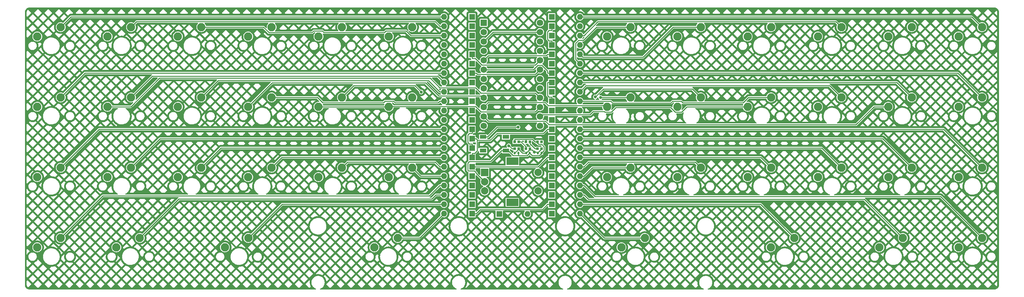
<source format=gbr>
%TF.GenerationSoftware,KiCad,Pcbnew,(6.0.7)*%
%TF.CreationDate,2023-01-10T09:53:10+01:00*%
%TF.ProjectId,skoosk pcb rgb,736b6f6f-736b-4207-9063-62207267622e,rev?*%
%TF.SameCoordinates,Original*%
%TF.FileFunction,Copper,L1,Top*%
%TF.FilePolarity,Positive*%
%FSLAX46Y46*%
G04 Gerber Fmt 4.6, Leading zero omitted, Abs format (unit mm)*
G04 Created by KiCad (PCBNEW (6.0.7)) date 2023-01-10 09:53:10*
%MOMM*%
%LPD*%
G01*
G04 APERTURE LIST*
G04 Aperture macros list*
%AMRoundRect*
0 Rectangle with rounded corners*
0 $1 Rounding radius*
0 $2 $3 $4 $5 $6 $7 $8 $9 X,Y pos of 4 corners*
0 Add a 4 corners polygon primitive as box body*
4,1,4,$2,$3,$4,$5,$6,$7,$8,$9,$2,$3,0*
0 Add four circle primitives for the rounded corners*
1,1,$1+$1,$2,$3*
1,1,$1+$1,$4,$5*
1,1,$1+$1,$6,$7*
1,1,$1+$1,$8,$9*
0 Add four rect primitives between the rounded corners*
20,1,$1+$1,$2,$3,$4,$5,0*
20,1,$1+$1,$4,$5,$6,$7,0*
20,1,$1+$1,$6,$7,$8,$9,0*
20,1,$1+$1,$8,$9,$2,$3,0*%
G04 Aperture macros list end*
%TA.AperFunction,ComponentPad*%
%ADD10R,1.600000X1.600000*%
%TD*%
%TA.AperFunction,ComponentPad*%
%ADD11O,1.600000X1.600000*%
%TD*%
%TA.AperFunction,ComponentPad*%
%ADD12C,2.250000*%
%TD*%
%TA.AperFunction,SMDPad,CuDef*%
%ADD13R,0.700000X0.700000*%
%TD*%
%TA.AperFunction,ComponentPad*%
%ADD14R,1.752600X1.752600*%
%TD*%
%TA.AperFunction,ComponentPad*%
%ADD15C,1.752600*%
%TD*%
%TA.AperFunction,ComponentPad*%
%ADD16R,2.000000X2.000000*%
%TD*%
%TA.AperFunction,ComponentPad*%
%ADD17C,2.000000*%
%TD*%
%TA.AperFunction,ComponentPad*%
%ADD18R,3.200000X2.000000*%
%TD*%
%TA.AperFunction,SMDPad,CuDef*%
%ADD19RoundRect,0.140000X-0.140000X-0.170000X0.140000X-0.170000X0.140000X0.170000X-0.140000X0.170000X0*%
%TD*%
%TA.AperFunction,SMDPad,CuDef*%
%ADD20R,1.800000X1.100000*%
%TD*%
%TA.AperFunction,ViaPad*%
%ADD21C,0.800000*%
%TD*%
%TA.AperFunction,Conductor*%
%ADD22C,0.254000*%
%TD*%
G04 APERTURE END LIST*
D10*
%TO.P,D28,1,K*%
%TO.N,ROW5*%
X128270000Y-51689000D03*
D11*
%TO.P,D28,2,A*%
%TO.N,Net-(D28-Pad2)*%
X120650000Y-51689000D03*
%TD*%
D12*
%TO.P,MX30,1,COL*%
%TO.N,COL2*%
X105727500Y-57023000D03*
%TO.P,MX30,2,ROW*%
%TO.N,Net-(D30-Pad2)*%
X112077500Y-54483000D03*
%TD*%
D13*
%TO.P,Drgb2,1,DOUT*%
%TO.N,Net-(Drgb2-Pad1)*%
X143933000Y-47503700D03*
%TO.P,Drgb2,2,VSS*%
%TO.N,GND*%
X142833000Y-47503700D03*
%TO.P,Drgb2,3,DIN*%
%TO.N,Net-(Drgb1-Pad1)*%
X142833000Y-49333700D03*
%TO.P,Drgb2,4,VDD*%
%TO.N,VCC*%
X143933000Y-49333700D03*
%TD*%
D14*
%TO.P,U1,1,TX0/PD3*%
%TO.N,unconnected-(U1-Pad1)*%
X131445000Y-15194700D03*
D15*
%TO.P,U1,2,RX1/PD2*%
%TO.N,rgb pin*%
X131445000Y-17734700D03*
%TO.P,U1,3,GND*%
%TO.N,GND*%
X131445000Y-20274700D03*
%TO.P,U1,4,GND*%
X131445000Y-22814700D03*
%TO.P,U1,5,2/PD1*%
%TO.N,ROW1*%
X131445000Y-25354700D03*
%TO.P,U1,6,3/PD0*%
%TO.N,ROW3*%
X131445000Y-27894700D03*
%TO.P,U1,7,4/PD4*%
%TO.N,ROW5*%
X131445000Y-30434700D03*
%TO.P,U1,8,5/PC6*%
%TO.N,ROW7*%
X131445000Y-32974700D03*
%TO.P,U1,9,6/PD7*%
%TO.N,COL1*%
X131445000Y-35514700D03*
%TO.P,U1,10,7/PE6*%
%TO.N,COL3*%
X131445000Y-38054700D03*
%TO.P,U1,11,8/PB4*%
%TO.N,COL5*%
X131445000Y-40594700D03*
%TO.P,U1,12,9/PB5*%
%TO.N,rotary_a*%
X131445000Y-43134700D03*
%TO.P,U1,13,10/PB6*%
%TO.N,rotary_b*%
X146685000Y-43134700D03*
%TO.P,U1,14,16/PB2*%
%TO.N,COL4*%
X146685000Y-40594700D03*
%TO.P,U1,15,14/PB3*%
%TO.N,COL2*%
X146685000Y-38054700D03*
%TO.P,U1,16,15/PB1*%
%TO.N,COL0*%
X146685000Y-35514700D03*
%TO.P,U1,17,A0/PF7*%
%TO.N,ROW6*%
X146685000Y-32974700D03*
%TO.P,U1,18,A1/PF6*%
%TO.N,ROW4*%
X146685000Y-30434700D03*
%TO.P,U1,19,A2/PF5*%
%TO.N,ROW2*%
X146685000Y-27894700D03*
%TO.P,U1,20,A3/PF4*%
%TO.N,ROW0*%
X146685000Y-25354700D03*
%TO.P,U1,21,VCC*%
%TO.N,VCC*%
X146685000Y-22814700D03*
%TO.P,U1,22,RST*%
%TO.N,Net-(SW1-Pad2)*%
X146685000Y-20274700D03*
%TO.P,U1,23,GND*%
%TO.N,GND*%
X146685000Y-17734700D03*
%TO.P,U1,24,RAW*%
%TO.N,unconnected-(U1-Pad24)*%
X146685000Y-15194700D03*
%TD*%
D12*
%TO.P,MX16,1,COL*%
%TO.N,COL1*%
X67627500Y-37973000D03*
%TO.P,MX16,2,ROW*%
%TO.N,Net-(D16-Pad2)*%
X73977500Y-35433000D03*
%TD*%
D10*
%TO.P,D3,1,K*%
%TO.N,ROW0*%
X128270000Y-18669000D03*
D11*
%TO.P,D3,2,A*%
%TO.N,Net-(D3-Pad2)*%
X120650000Y-18669000D03*
%TD*%
D12*
%TO.P,MX14,1,COL*%
%TO.N,COL0*%
X29527500Y-37973000D03*
%TO.P,MX14,2,ROW*%
%TO.N,Net-(D14-Pad2)*%
X35877500Y-35433000D03*
%TD*%
%TO.P,MX44,1,COL*%
%TO.N,COL5*%
X260096000Y-76073000D03*
%TO.P,MX44,2,ROW*%
%TO.N,Net-(D44-Pad2)*%
X266446000Y-73533000D03*
%TD*%
%TO.P,MX28,1,COL*%
%TO.N,COL1*%
X67627500Y-57023000D03*
%TO.P,MX28,2,ROW*%
%TO.N,Net-(D28-Pad2)*%
X73977500Y-54483000D03*
%TD*%
D10*
%TO.P,D14,1,K*%
%TO.N,ROW3*%
X128270000Y-31369000D03*
D11*
%TO.P,D14,2,A*%
%TO.N,Net-(D14-Pad2)*%
X120650000Y-31369000D03*
%TD*%
D10*
%TO.P,D43,1,K*%
%TO.N,ROW6*%
X149860000Y-61849000D03*
D11*
%TO.P,D43,2,A*%
%TO.N,Net-(D43-Pad2)*%
X157480000Y-61849000D03*
%TD*%
D12*
%TO.P,MX41,1,COL*%
%TO.N,COL3*%
X168741100Y-76079000D03*
%TO.P,MX41,2,ROW*%
%TO.N,Net-(D41-Pad2)*%
X175091100Y-73539000D03*
%TD*%
D10*
%TO.P,D2,1,K*%
%TO.N,ROW1*%
X128270000Y-16129000D03*
D11*
%TO.P,D2,2,A*%
%TO.N,Net-(D2-Pad2)*%
X120650000Y-16129000D03*
%TD*%
D10*
%TO.P,D23,1,K*%
%TO.N,ROW2*%
X149860000Y-31369000D03*
D11*
%TO.P,D23,2,A*%
%TO.N,Net-(D23-Pad2)*%
X157480000Y-31369000D03*
%TD*%
D12*
%TO.P,MX35,1,COL*%
%TO.N,COL5*%
X241046000Y-57023000D03*
%TO.P,MX35,2,ROW*%
%TO.N,Net-(D35-Pad2)*%
X247396000Y-54483000D03*
%TD*%
%TO.P,MX24,1,COL*%
%TO.N,COL5*%
X260096000Y-37973000D03*
%TO.P,MX24,2,ROW*%
%TO.N,Net-(D24-Pad2)*%
X266446000Y-35433000D03*
%TD*%
%TO.P,MX43,1,COL*%
%TO.N,COL5*%
X238658400Y-76073000D03*
%TO.P,MX43,2,ROW*%
%TO.N,Net-(D43-Pad2)*%
X245008400Y-73533000D03*
%TD*%
D16*
%TO.P,SW2,A,A*%
%TO.N,rotary_a*%
X131692000Y-55793000D03*
D17*
%TO.P,SW2,B,B*%
%TO.N,rotary_b*%
X131692000Y-60793000D03*
%TO.P,SW2,C,C*%
%TO.N,GND*%
X131692000Y-58293000D03*
D18*
%TO.P,SW2,MP*%
%TO.N,N/C*%
X139192000Y-52693000D03*
X139192000Y-63893000D03*
D17*
%TO.P,SW2,S1,S1*%
%TO.N,Net-(D51-Pad2)*%
X146192000Y-60793000D03*
%TO.P,SW2,S2,S2*%
%TO.N,COL2*%
X146192000Y-55793000D03*
%TD*%
D10*
%TO.P,D6,1,K*%
%TO.N,ROW1*%
X128270000Y-26289000D03*
D11*
%TO.P,D6,2,A*%
%TO.N,Net-(D6-Pad2)*%
X120650000Y-26289000D03*
%TD*%
D12*
%TO.P,MX26,1,COL*%
%TO.N,COL0*%
X29527500Y-57023000D03*
%TO.P,MX26,2,ROW*%
%TO.N,Net-(D26-Pad2)*%
X35877500Y-54483000D03*
%TD*%
D10*
%TO.P,D34,1,K*%
%TO.N,ROW5*%
X149860000Y-49149000D03*
D11*
%TO.P,D34,2,A*%
%TO.N,Net-(D34-Pad2)*%
X157480000Y-49149000D03*
%TD*%
D19*
%TO.P,Crgb3,1*%
%TO.N,VCC*%
X146106000Y-50546000D03*
%TO.P,Crgb3,2*%
%TO.N,GND*%
X147066000Y-50546000D03*
%TD*%
D12*
%TO.P,MX7,1,COL*%
%TO.N,COL3*%
X164846000Y-18923000D03*
%TO.P,MX7,2,ROW*%
%TO.N,Net-(D7-Pad2)*%
X171196000Y-16383000D03*
%TD*%
D19*
%TO.P,Crgb2,1*%
%TO.N,VCC*%
X142931000Y-50546000D03*
%TO.P,Crgb2,2*%
%TO.N,GND*%
X143891000Y-50546000D03*
%TD*%
D20*
%TO.P,SW1,1,1*%
%TO.N,GND*%
X137466000Y-49856000D03*
%TO.P,SW1,2,2*%
%TO.N,Net-(SW1-Pad2)*%
X131266000Y-46156000D03*
%TO.P,SW1,3*%
%TO.N,N/C*%
X137466000Y-46156000D03*
%TO.P,SW1,4*%
X131266000Y-49856000D03*
%TD*%
D12*
%TO.P,MX5,1,COL*%
%TO.N,COL2*%
X86677500Y-18923000D03*
%TO.P,MX5,2,ROW*%
%TO.N,Net-(D5-Pad2)*%
X93027500Y-16383000D03*
%TD*%
D10*
%TO.P,D5,1,K*%
%TO.N,ROW0*%
X128270000Y-23749000D03*
D11*
%TO.P,D5,2,A*%
%TO.N,Net-(D5-Pad2)*%
X120650000Y-23749000D03*
%TD*%
D12*
%TO.P,MX15,1,COL*%
%TO.N,COL1*%
X48577500Y-37973000D03*
%TO.P,MX15,2,ROW*%
%TO.N,Net-(D15-Pad2)*%
X54927500Y-35433000D03*
%TD*%
D10*
%TO.P,D40,1,K*%
%TO.N,ROW7*%
X128270000Y-66929000D03*
D11*
%TO.P,D40,2,A*%
%TO.N,Net-(D40-Pad2)*%
X120650000Y-66929000D03*
%TD*%
D10*
%TO.P,D4,1,K*%
%TO.N,ROW1*%
X128270000Y-21209000D03*
D11*
%TO.P,D4,2,A*%
%TO.N,Net-(D4-Pad2)*%
X120650000Y-21209000D03*
%TD*%
D10*
%TO.P,D24,1,K*%
%TO.N,ROW3*%
X149860000Y-28829000D03*
D11*
%TO.P,D24,2,A*%
%TO.N,Net-(D24-Pad2)*%
X157480000Y-28829000D03*
%TD*%
D12*
%TO.P,MX18,1,COL*%
%TO.N,COL2*%
X105727500Y-37973000D03*
%TO.P,MX18,2,ROW*%
%TO.N,Net-(D18-Pad2)*%
X112077500Y-35433000D03*
%TD*%
%TO.P,MX21,1,COL*%
%TO.N,COL4*%
X202946000Y-37973000D03*
%TO.P,MX21,2,ROW*%
%TO.N,Net-(D21-Pad2)*%
X209296000Y-35433000D03*
%TD*%
D10*
%TO.P,D39,1,K*%
%TO.N,ROW6*%
X128270000Y-64389000D03*
D11*
%TO.P,D39,2,A*%
%TO.N,Net-(D39-Pad2)*%
X120650000Y-64389000D03*
%TD*%
D12*
%TO.P,MX11,1,COL*%
%TO.N,COL5*%
X241046000Y-18923000D03*
%TO.P,MX11,2,ROW*%
%TO.N,Net-(D11-Pad2)*%
X247396000Y-16383000D03*
%TD*%
D10*
%TO.P,D27,1,K*%
%TO.N,ROW4*%
X128270000Y-49149000D03*
D11*
%TO.P,D27,2,A*%
%TO.N,Net-(D27-Pad2)*%
X120650000Y-49149000D03*
%TD*%
D10*
%TO.P,D30,1,K*%
%TO.N,ROW5*%
X128270000Y-56769000D03*
D11*
%TO.P,D30,2,A*%
%TO.N,Net-(D30-Pad2)*%
X120650000Y-56769000D03*
%TD*%
D10*
%TO.P,D22,1,K*%
%TO.N,ROW3*%
X149860000Y-33909000D03*
D11*
%TO.P,D22,2,A*%
%TO.N,Net-(D22-Pad2)*%
X157480000Y-33909000D03*
%TD*%
D10*
%TO.P,D18,1,K*%
%TO.N,ROW3*%
X128270000Y-41529000D03*
D11*
%TO.P,D18,2,A*%
%TO.N,Net-(D18-Pad2)*%
X120650000Y-41529000D03*
%TD*%
D12*
%TO.P,MX40,1,COL*%
%TO.N,COL2*%
X101803200Y-76073000D03*
%TO.P,MX40,2,ROW*%
%TO.N,Net-(D40-Pad2)*%
X108153200Y-73533000D03*
%TD*%
D10*
%TO.P,D21,1,K*%
%TO.N,ROW2*%
X149860000Y-36449000D03*
D11*
%TO.P,D21,2,A*%
%TO.N,Net-(D21-Pad2)*%
X157480000Y-36449000D03*
%TD*%
D10*
%TO.P,D36,1,K*%
%TO.N,ROW5*%
X149860000Y-44069000D03*
D11*
%TO.P,D36,2,A*%
%TO.N,Net-(D36-Pad2)*%
X157480000Y-44069000D03*
%TD*%
D12*
%TO.P,MX10,1,COL*%
%TO.N,COL4*%
X221996000Y-18923000D03*
%TO.P,MX10,2,ROW*%
%TO.N,Net-(D10-Pad2)*%
X228346000Y-16383000D03*
%TD*%
D10*
%TO.P,D31,1,K*%
%TO.N,ROW4*%
X149860000Y-56769000D03*
D11*
%TO.P,D31,2,A*%
%TO.N,Net-(D31-Pad2)*%
X157480000Y-56769000D03*
%TD*%
D10*
%TO.P,D32,1,K*%
%TO.N,ROW5*%
X149860000Y-54229000D03*
D11*
%TO.P,D32,2,A*%
%TO.N,Net-(D32-Pad2)*%
X157480000Y-54229000D03*
%TD*%
D12*
%TO.P,MX4,1,COL*%
%TO.N,COL1*%
X67627500Y-18923000D03*
%TO.P,MX4,2,ROW*%
%TO.N,Net-(D4-Pad2)*%
X73977500Y-16383000D03*
%TD*%
D13*
%TO.P,Drgb3,1,DOUT*%
%TO.N,unconnected-(Drgb3-Pad1)*%
X147108000Y-47503700D03*
%TO.P,Drgb3,2,VSS*%
%TO.N,GND*%
X146008000Y-47503700D03*
%TO.P,Drgb3,3,DIN*%
%TO.N,Net-(Drgb2-Pad1)*%
X146008000Y-49333700D03*
%TO.P,Drgb3,4,VDD*%
%TO.N,VCC*%
X147108000Y-49333700D03*
%TD*%
D12*
%TO.P,MX32,1,COL*%
%TO.N,COL3*%
X183896000Y-57023000D03*
%TO.P,MX32,2,ROW*%
%TO.N,Net-(D32-Pad2)*%
X190246000Y-54483000D03*
%TD*%
%TO.P,MX22,1,COL*%
%TO.N,COL4*%
X221996000Y-37973000D03*
%TO.P,MX22,2,ROW*%
%TO.N,Net-(D22-Pad2)*%
X228346000Y-35433000D03*
%TD*%
D10*
%TO.P,D35,1,K*%
%TO.N,ROW4*%
X149860000Y-46609000D03*
D11*
%TO.P,D35,2,A*%
%TO.N,Net-(D35-Pad2)*%
X157480000Y-46609000D03*
%TD*%
D10*
%TO.P,D12,1,K*%
%TO.N,ROW1*%
X149860000Y-13589000D03*
D11*
%TO.P,D12,2,A*%
%TO.N,Net-(D12-Pad2)*%
X157480000Y-13589000D03*
%TD*%
D12*
%TO.P,MX27,1,COL*%
%TO.N,COL1*%
X48577500Y-57023000D03*
%TO.P,MX27,2,ROW*%
%TO.N,Net-(D27-Pad2)*%
X54927500Y-54483000D03*
%TD*%
%TO.P,MX36,1,COL*%
%TO.N,COL5*%
X260096000Y-57023000D03*
%TO.P,MX36,2,ROW*%
%TO.N,Net-(D36-Pad2)*%
X266446000Y-54483000D03*
%TD*%
D10*
%TO.P,D9,1,K*%
%TO.N,ROW0*%
X149860000Y-21209000D03*
D11*
%TO.P,D9,2,A*%
%TO.N,Net-(D9-Pad2)*%
X157480000Y-21209000D03*
%TD*%
D12*
%TO.P,MX20,1,COL*%
%TO.N,COL3*%
X183896000Y-37973000D03*
%TO.P,MX20,2,ROW*%
%TO.N,Net-(D20-Pad2)*%
X190246000Y-35433000D03*
%TD*%
D10*
%TO.P,D15,1,K*%
%TO.N,ROW2*%
X128270000Y-33909000D03*
D11*
%TO.P,D15,2,A*%
%TO.N,Net-(D15-Pad2)*%
X120650000Y-33909000D03*
%TD*%
D10*
%TO.P,D51,1,K*%
%TO.N,ROW6*%
X135636000Y-67056000D03*
D11*
%TO.P,D51,2,A*%
%TO.N,Net-(D51-Pad2)*%
X143256000Y-67056000D03*
%TD*%
D10*
%TO.P,D7,1,K*%
%TO.N,ROW0*%
X149860000Y-26289000D03*
D11*
%TO.P,D7,2,A*%
%TO.N,Net-(D7-Pad2)*%
X157480000Y-26289000D03*
%TD*%
D12*
%TO.P,MX25,1,COL*%
%TO.N,COL0*%
X10477500Y-57023000D03*
%TO.P,MX25,2,ROW*%
%TO.N,Net-(D25-Pad2)*%
X16827500Y-54483000D03*
%TD*%
D10*
%TO.P,D33,1,K*%
%TO.N,ROW4*%
X149860000Y-51689000D03*
D11*
%TO.P,D33,2,A*%
%TO.N,Net-(D33-Pad2)*%
X157480000Y-51689000D03*
%TD*%
D10*
%TO.P,D17,1,K*%
%TO.N,ROW2*%
X128270000Y-38989000D03*
D11*
%TO.P,D17,2,A*%
%TO.N,Net-(D17-Pad2)*%
X120650000Y-38989000D03*
%TD*%
D10*
%TO.P,D16,1,K*%
%TO.N,ROW3*%
X128270000Y-36449000D03*
D11*
%TO.P,D16,2,A*%
%TO.N,Net-(D16-Pad2)*%
X120650000Y-36449000D03*
%TD*%
D12*
%TO.P,MX42,1,COL*%
%TO.N,COL4*%
X209219800Y-76073000D03*
%TO.P,MX42,2,ROW*%
%TO.N,Net-(D42-Pad2)*%
X215569800Y-73533000D03*
%TD*%
%TO.P,MX33,1,COL*%
%TO.N,COL4*%
X202946000Y-57023000D03*
%TO.P,MX33,2,ROW*%
%TO.N,Net-(D33-Pad2)*%
X209296000Y-54483000D03*
%TD*%
%TO.P,MX38,1,COL*%
%TO.N,COL0*%
X31902400Y-76073000D03*
%TO.P,MX38,2,ROW*%
%TO.N,Net-(D38-Pad2)*%
X38252400Y-73533000D03*
%TD*%
%TO.P,MX13,1,COL*%
%TO.N,COL0*%
X10477500Y-37973000D03*
%TO.P,MX13,2,ROW*%
%TO.N,Net-(D13-Pad2)*%
X16827500Y-35433000D03*
%TD*%
D10*
%TO.P,D42,1,K*%
%TO.N,ROW7*%
X149860000Y-64389000D03*
D11*
%TO.P,D42,2,A*%
%TO.N,Net-(D42-Pad2)*%
X157480000Y-64389000D03*
%TD*%
D12*
%TO.P,MX6,1,COL*%
%TO.N,COL2*%
X105727500Y-18923000D03*
%TO.P,MX6,2,ROW*%
%TO.N,Net-(D6-Pad2)*%
X112077500Y-16383000D03*
%TD*%
%TO.P,MX3,1,COL*%
%TO.N,COL1*%
X48577500Y-18923000D03*
%TO.P,MX3,2,ROW*%
%TO.N,Net-(D3-Pad2)*%
X54927500Y-16383000D03*
%TD*%
%TO.P,MX2,1,COL*%
%TO.N,COL0*%
X29527500Y-18923000D03*
%TO.P,MX2,2,ROW*%
%TO.N,Net-(D2-Pad2)*%
X35877500Y-16383000D03*
%TD*%
%TO.P,MX17,1,COL*%
%TO.N,COL2*%
X86677500Y-37973000D03*
%TO.P,MX17,2,ROW*%
%TO.N,Net-(D17-Pad2)*%
X93027500Y-35433000D03*
%TD*%
D10*
%TO.P,D11,1,K*%
%TO.N,ROW0*%
X149860000Y-16129000D03*
D11*
%TO.P,D11,2,A*%
%TO.N,Net-(D11-Pad2)*%
X157480000Y-16129000D03*
%TD*%
D12*
%TO.P,MX1,1,COL*%
%TO.N,COL0*%
X10477500Y-18923000D03*
%TO.P,MX1,2,ROW*%
%TO.N,Net-(D1-Pad2)*%
X16827500Y-16383000D03*
%TD*%
D10*
%TO.P,D25,1,K*%
%TO.N,ROW4*%
X128270000Y-44069000D03*
D11*
%TO.P,D25,2,A*%
%TO.N,Net-(D25-Pad2)*%
X120650000Y-44069000D03*
%TD*%
D12*
%TO.P,MX37,1,COL*%
%TO.N,COL0*%
X10477500Y-76073000D03*
%TO.P,MX37,2,ROW*%
%TO.N,Net-(D37-Pad2)*%
X16827500Y-73533000D03*
%TD*%
%TO.P,MX39,1,COL*%
%TO.N,COL1*%
X61315600Y-76073000D03*
%TO.P,MX39,2,ROW*%
%TO.N,Net-(D39-Pad2)*%
X67665600Y-73533000D03*
%TD*%
D10*
%TO.P,D19,1,K*%
%TO.N,ROW2*%
X149860000Y-41529000D03*
D11*
%TO.P,D19,2,A*%
%TO.N,Net-(D19-Pad2)*%
X157480000Y-41529000D03*
%TD*%
D10*
%TO.P,D8,1,K*%
%TO.N,ROW1*%
X149860000Y-23749000D03*
D11*
%TO.P,D8,2,A*%
%TO.N,Net-(D8-Pad2)*%
X157480000Y-23749000D03*
%TD*%
D12*
%TO.P,MX23,1,COL*%
%TO.N,COL5*%
X241046000Y-37973000D03*
%TO.P,MX23,2,ROW*%
%TO.N,Net-(D23-Pad2)*%
X247396000Y-35433000D03*
%TD*%
D10*
%TO.P,D44,1,K*%
%TO.N,ROW7*%
X149860000Y-59309000D03*
D11*
%TO.P,D44,2,A*%
%TO.N,Net-(D44-Pad2)*%
X157480000Y-59309000D03*
%TD*%
D12*
%TO.P,MX9,1,COL*%
%TO.N,COL4*%
X202946000Y-18923000D03*
%TO.P,MX9,2,ROW*%
%TO.N,Net-(D9-Pad2)*%
X209296000Y-16383000D03*
%TD*%
D10*
%TO.P,D20,1,K*%
%TO.N,ROW3*%
X149860000Y-38989000D03*
D11*
%TO.P,D20,2,A*%
%TO.N,Net-(D20-Pad2)*%
X157480000Y-38989000D03*
%TD*%
D12*
%TO.P,MX34,1,COL*%
%TO.N,COL4*%
X221996000Y-57023000D03*
%TO.P,MX34,2,ROW*%
%TO.N,Net-(D34-Pad2)*%
X228346000Y-54483000D03*
%TD*%
D10*
%TO.P,D26,1,K*%
%TO.N,ROW5*%
X128270000Y-46609000D03*
D11*
%TO.P,D26,2,A*%
%TO.N,Net-(D26-Pad2)*%
X120650000Y-46609000D03*
%TD*%
D13*
%TO.P,Drgb1,1,DOUT*%
%TO.N,Net-(Drgb1-Pad1)*%
X140885000Y-47503700D03*
%TO.P,Drgb1,2,VSS*%
%TO.N,GND*%
X139785000Y-47503700D03*
%TO.P,Drgb1,3,DIN*%
%TO.N,rgb pin*%
X139785000Y-49333700D03*
%TO.P,Drgb1,4,VDD*%
%TO.N,VCC*%
X140885000Y-49333700D03*
%TD*%
D19*
%TO.P,Crgb1,1*%
%TO.N,VCC*%
X139855000Y-50546000D03*
%TO.P,Crgb1,2*%
%TO.N,GND*%
X140815000Y-50546000D03*
%TD*%
D10*
%TO.P,D1,1,K*%
%TO.N,ROW0*%
X128270000Y-13589000D03*
D11*
%TO.P,D1,2,A*%
%TO.N,Net-(D1-Pad2)*%
X120650000Y-13589000D03*
%TD*%
D10*
%TO.P,D13,1,K*%
%TO.N,ROW2*%
X128270000Y-28829000D03*
D11*
%TO.P,D13,2,A*%
%TO.N,Net-(D13-Pad2)*%
X120650000Y-28829000D03*
%TD*%
D12*
%TO.P,MX19,1,COL*%
%TO.N,COL3*%
X164846000Y-37973000D03*
%TO.P,MX19,2,ROW*%
%TO.N,Net-(D19-Pad2)*%
X171196000Y-35433000D03*
%TD*%
D10*
%TO.P,D29,1,K*%
%TO.N,ROW4*%
X128270000Y-54229000D03*
D11*
%TO.P,D29,2,A*%
%TO.N,Net-(D29-Pad2)*%
X120650000Y-54229000D03*
%TD*%
D12*
%TO.P,MX12,1,COL*%
%TO.N,COL5*%
X260096000Y-18923000D03*
%TO.P,MX12,2,ROW*%
%TO.N,Net-(D12-Pad2)*%
X266446000Y-16383000D03*
%TD*%
D10*
%TO.P,D10,1,K*%
%TO.N,ROW1*%
X149860000Y-18669000D03*
D11*
%TO.P,D10,2,A*%
%TO.N,Net-(D10-Pad2)*%
X157480000Y-18669000D03*
%TD*%
D10*
%TO.P,D41,1,K*%
%TO.N,ROW6*%
X149860000Y-66929000D03*
D11*
%TO.P,D41,2,A*%
%TO.N,Net-(D41-Pad2)*%
X157480000Y-66929000D03*
%TD*%
D12*
%TO.P,MX31,1,COL*%
%TO.N,COL3*%
X164846000Y-57023000D03*
%TO.P,MX31,2,ROW*%
%TO.N,Net-(D31-Pad2)*%
X171196000Y-54483000D03*
%TD*%
D10*
%TO.P,D37,1,K*%
%TO.N,ROW6*%
X128270000Y-59309000D03*
D11*
%TO.P,D37,2,A*%
%TO.N,Net-(D37-Pad2)*%
X120650000Y-59309000D03*
%TD*%
D12*
%TO.P,MX29,1,COL*%
%TO.N,COL2*%
X86677500Y-57023000D03*
%TO.P,MX29,2,ROW*%
%TO.N,Net-(D29-Pad2)*%
X93027500Y-54483000D03*
%TD*%
%TO.P,MX8,1,COL*%
%TO.N,COL3*%
X183896000Y-18923000D03*
%TO.P,MX8,2,ROW*%
%TO.N,Net-(D8-Pad2)*%
X190246000Y-16383000D03*
%TD*%
D10*
%TO.P,D38,1,K*%
%TO.N,ROW7*%
X128270000Y-61849000D03*
D11*
%TO.P,D38,2,A*%
%TO.N,Net-(D38-Pad2)*%
X120650000Y-61849000D03*
%TD*%
D21*
%TO.N,Net-(D17-Pad2)*%
X114501600Y-33967700D03*
%TO.N,Net-(D19-Pad2)*%
X163068000Y-35433000D03*
%TO.N,Net-(D20-Pad2)*%
X161671000Y-35306000D03*
%TO.N,Net-(SW1-Pad2)*%
X140722700Y-43524700D03*
%TO.N,VCC*%
X145168500Y-50258700D03*
%TO.N,rgb pin*%
X138244200Y-48539100D03*
%TD*%
D22*
%TO.N,COL0*%
X116967000Y-30226000D02*
X119522800Y-32781800D01*
X29527500Y-37973000D02*
X35814000Y-37973000D01*
X35814000Y-37973000D02*
X43561000Y-30226000D01*
X129251000Y-32781800D02*
X130713900Y-34244700D01*
X130713900Y-34244700D02*
X145415000Y-34244700D01*
X43561000Y-30226000D02*
X116967000Y-30226000D01*
X119522800Y-32781800D02*
X129251000Y-32781800D01*
X145415000Y-34244700D02*
X146685000Y-35514700D01*
%TO.N,ROW0*%
X148732900Y-17678800D02*
X148732900Y-19659300D01*
X128270000Y-23749000D02*
X128270000Y-24876100D01*
X149155500Y-20081900D02*
X149860000Y-20081900D01*
X149155600Y-17256100D02*
X148732900Y-17678800D01*
X145415000Y-26624700D02*
X146685000Y-25354700D01*
X129186700Y-24876100D02*
X130935300Y-26624700D01*
X149860000Y-21209000D02*
X149860000Y-20081900D01*
X130935300Y-26624700D02*
X145415000Y-26624700D01*
X149860000Y-16129000D02*
X149860000Y-17256100D01*
X128270000Y-24876100D02*
X129186700Y-24876100D01*
X148732900Y-19659300D02*
X149155500Y-20081900D01*
X149860000Y-17256100D02*
X149155600Y-17256100D01*
%TO.N,Net-(D1-Pad2)*%
X120650000Y-13589000D02*
X19621500Y-13589000D01*
X19621500Y-13589000D02*
X16827500Y-16383000D01*
%TO.N,COL1*%
X119240600Y-35036200D02*
X115700400Y-31496000D01*
X131445000Y-35514700D02*
X130966500Y-35036200D01*
X130966500Y-35036200D02*
X119240600Y-35036200D01*
X74104500Y-31496000D02*
X67627500Y-37973000D01*
X115700400Y-31496000D02*
X74104500Y-31496000D01*
%TO.N,ROW1*%
X149860000Y-23749000D02*
X148732900Y-23749000D01*
X132715000Y-24084700D02*
X131445000Y-25354700D01*
X148397200Y-24084700D02*
X132715000Y-24084700D01*
X148732900Y-23749000D02*
X148397200Y-24084700D01*
%TO.N,Net-(D2-Pad2)*%
X37367700Y-14892800D02*
X118286700Y-14892800D01*
X118286700Y-14892800D02*
X119522900Y-16129000D01*
X120650000Y-16129000D02*
X119522900Y-16129000D01*
X35877500Y-16383000D02*
X37367700Y-14892800D01*
%TO.N,COL2*%
X86677500Y-37973000D02*
X105727500Y-37973000D01*
X130713900Y-39324700D02*
X145415000Y-39324700D01*
X129251000Y-37861800D02*
X130713900Y-39324700D01*
X105838700Y-37861800D02*
X129251000Y-37861800D01*
X105727500Y-37973000D02*
X105838700Y-37861800D01*
X145415000Y-39324700D02*
X146685000Y-38054700D01*
%TO.N,Net-(D3-Pad2)*%
X104554600Y-17839100D02*
X104958800Y-17434900D01*
X73264700Y-17871800D02*
X84919100Y-17871800D01*
X85352500Y-17438400D02*
X87732900Y-17438400D01*
X71775900Y-16383000D02*
X73264700Y-17871800D01*
X111675600Y-18669000D02*
X120650000Y-18669000D01*
X104958800Y-17434900D02*
X110441500Y-17434900D01*
X110441500Y-17434900D02*
X111675600Y-18669000D01*
X87732900Y-17438400D02*
X88133600Y-17839100D01*
X84919100Y-17871800D02*
X85352500Y-17438400D01*
X88133600Y-17839100D02*
X104554600Y-17839100D01*
X54927500Y-16383000D02*
X71775900Y-16383000D01*
%TO.N,COL3*%
X148881500Y-37624700D02*
X148094000Y-36837200D01*
X164497700Y-37624700D02*
X148881500Y-37624700D01*
X148094000Y-36837200D02*
X132662500Y-36837200D01*
X132662500Y-36837200D02*
X131445000Y-38054700D01*
X164846000Y-37973000D02*
X164497700Y-37624700D01*
%TO.N,COL4*%
X165986000Y-39453000D02*
X164272400Y-39453000D01*
X147163500Y-40116200D02*
X146685000Y-40594700D01*
X164272400Y-39453000D02*
X164105300Y-39285900D01*
X164105300Y-39285900D02*
X161084800Y-39285900D01*
X186516000Y-37973000D02*
X185041700Y-39447300D01*
X182060200Y-38190800D02*
X167248200Y-38190800D01*
X202946000Y-37973000D02*
X186516000Y-37973000D01*
X183316700Y-39447300D02*
X182060200Y-38190800D01*
X167248200Y-38190800D02*
X165986000Y-39453000D01*
X185041700Y-39447300D02*
X183316700Y-39447300D01*
X161084800Y-39285900D02*
X160254500Y-40116200D01*
X160254500Y-40116200D02*
X147163500Y-40116200D01*
%TO.N,Net-(D7-Pad2)*%
X156343100Y-20743600D02*
X156343100Y-25152100D01*
X162003500Y-16383000D02*
X158447500Y-19939000D01*
X158447500Y-19939000D02*
X157147700Y-19939000D01*
X156343100Y-25152100D02*
X157480000Y-26289000D01*
X171196000Y-16383000D02*
X162003500Y-16383000D01*
X157147700Y-19939000D02*
X156343100Y-20743600D01*
%TO.N,Net-(D8-Pad2)*%
X182753000Y-16383000D02*
X174587001Y-24548999D01*
X190246000Y-16383000D02*
X182753000Y-16383000D01*
X158279999Y-24548999D02*
X157480000Y-23749000D01*
X174587001Y-24548999D02*
X158279999Y-24548999D01*
%TO.N,COL5*%
X241046000Y-37973000D02*
X237166300Y-37973000D01*
X149104000Y-42843900D02*
X148124800Y-41864700D01*
X237166300Y-37973000D02*
X232295400Y-42843900D01*
X232295400Y-42843900D02*
X149104000Y-42843900D01*
X132715000Y-41864700D02*
X131445000Y-40594700D01*
X148124800Y-41864700D02*
X132715000Y-41864700D01*
%TO.N,Net-(D10-Pad2)*%
X157480000Y-18669000D02*
X158607100Y-18669000D01*
X158607100Y-18669000D02*
X162374200Y-14901900D01*
X162374200Y-14901900D02*
X226864900Y-14901900D01*
X226864900Y-14901900D02*
X228346000Y-16383000D01*
%TO.N,Net-(D12-Pad2)*%
X263652000Y-13589000D02*
X157480000Y-13589000D01*
X266446000Y-16383000D02*
X263652000Y-13589000D01*
%TO.N,Net-(D13-Pad2)*%
X23431500Y-28829000D02*
X16827500Y-35433000D01*
X120650000Y-28829000D02*
X23431500Y-28829000D01*
%TO.N,Net-(D14-Pad2)*%
X41783000Y-29718000D02*
X118364000Y-29718000D01*
X118999000Y-29718000D02*
X118364000Y-29718000D01*
X120650000Y-31369000D02*
X118999000Y-29718000D01*
X41592500Y-29718000D02*
X41783000Y-29718000D01*
X35877500Y-35433000D02*
X41592500Y-29718000D01*
X118364000Y-29718000D02*
X118618000Y-29718000D01*
%TO.N,Net-(D15-Pad2)*%
X116474900Y-30861000D02*
X59499500Y-30861000D01*
X59499500Y-30861000D02*
X54927500Y-35433000D01*
X120650000Y-33909000D02*
X119522900Y-33909000D01*
X119522900Y-33909000D02*
X116474900Y-30861000D01*
%TO.N,Net-(D16-Pad2)*%
X104271400Y-36889100D02*
X87826400Y-36889100D01*
X87826400Y-36889100D02*
X86370300Y-35433000D01*
X119063200Y-36908700D02*
X107434600Y-36908700D01*
X107434600Y-36908700D02*
X107019000Y-36493100D01*
X107019000Y-36493100D02*
X104667400Y-36493100D01*
X86370300Y-35433000D02*
X73977500Y-35433000D01*
X104667400Y-36493100D02*
X104271400Y-36889100D01*
X120650000Y-36449000D02*
X119522900Y-36449000D01*
X119522900Y-36449000D02*
X119063200Y-36908700D01*
%TO.N,Net-(D17-Pad2)*%
X96202500Y-32258000D02*
X112791900Y-32258000D01*
X112791900Y-32258000D02*
X114501600Y-33967700D01*
X93027500Y-35433000D02*
X96202500Y-32258000D01*
%TO.N,Net-(D19-Pad2)*%
X171196000Y-35433000D02*
X163068000Y-35433000D01*
%TO.N,Net-(D20-Pad2)*%
X163830000Y-33147000D02*
X161671000Y-35306000D01*
X164084000Y-33147000D02*
X163830000Y-33147000D01*
X190246000Y-35433000D02*
X187960000Y-33147000D01*
X187960000Y-33147000D02*
X164084000Y-33147000D01*
%TO.N,Net-(D21-Pad2)*%
X182160900Y-36936700D02*
X182604500Y-36493100D01*
X157480000Y-36449000D02*
X165862000Y-36449000D01*
X166349700Y-36936700D02*
X182160900Y-36936700D01*
X203195400Y-35433000D02*
X209296000Y-35433000D01*
X182604500Y-36493100D02*
X184956100Y-36493100D01*
X184956100Y-36493100D02*
X185352100Y-36889100D01*
X201739300Y-36889100D02*
X203195400Y-35433000D01*
X185352100Y-36889100D02*
X201739300Y-36889100D01*
X165862000Y-36449000D02*
X166349700Y-36936700D01*
%TO.N,Net-(D22-Pad2)*%
X228346000Y-35433000D02*
X225171000Y-32258000D01*
X225171000Y-32258000D02*
X159131000Y-32258000D01*
X159131000Y-32258000D02*
X157480000Y-33909000D01*
%TO.N,Net-(D23-Pad2)*%
X243332000Y-31369000D02*
X157480000Y-31369000D01*
X247396000Y-35433000D02*
X243332000Y-31369000D01*
%TO.N,Net-(D24-Pad2)*%
X157480000Y-28829000D02*
X259842000Y-28829000D01*
X259842000Y-28829000D02*
X266446000Y-35433000D01*
%TO.N,Net-(D25-Pad2)*%
X120650000Y-44069000D02*
X27241500Y-44069000D01*
X27241500Y-44069000D02*
X16827500Y-54483000D01*
%TO.N,Net-(D26-Pad2)*%
X43751500Y-46609000D02*
X35877500Y-54483000D01*
X120650000Y-46609000D02*
X43751500Y-46609000D01*
%TO.N,Net-(D27-Pad2)*%
X54927500Y-54483000D02*
X60261500Y-49149000D01*
X60261500Y-49149000D02*
X120650000Y-49149000D01*
%TO.N,Net-(D28-Pad2)*%
X73977500Y-54483000D02*
X76771500Y-51689000D01*
X76771500Y-51689000D02*
X120650000Y-51689000D01*
%TO.N,Net-(D29-Pad2)*%
X93027500Y-54483000D02*
X94517700Y-52992800D01*
X118286700Y-52992800D02*
X119522900Y-54229000D01*
X120650000Y-54229000D02*
X119522900Y-54229000D01*
X94517700Y-52992800D02*
X118286700Y-52992800D01*
%TO.N,Net-(D30-Pad2)*%
X112077500Y-54483000D02*
X114363500Y-56769000D01*
X114363500Y-56769000D02*
X120650000Y-56769000D01*
%TO.N,Net-(D31-Pad2)*%
X160893100Y-54483000D02*
X158607100Y-56769000D01*
X171196000Y-54483000D02*
X160893100Y-54483000D01*
X157480000Y-56769000D02*
X158607100Y-56769000D01*
%TO.N,Net-(D32-Pad2)*%
X188755800Y-52992800D02*
X159843300Y-52992800D01*
X159843300Y-52992800D02*
X158607100Y-54229000D01*
X190246000Y-54483000D02*
X188755800Y-52992800D01*
X157480000Y-54229000D02*
X158607100Y-54229000D01*
%TO.N,Net-(D33-Pad2)*%
X209296000Y-54483000D02*
X206502000Y-51689000D01*
X206502000Y-51689000D02*
X157480000Y-51689000D01*
%TO.N,Net-(D34-Pad2)*%
X223012000Y-49149000D02*
X157480000Y-49149000D01*
X228346000Y-54483000D02*
X223012000Y-49149000D01*
%TO.N,Net-(D35-Pad2)*%
X157480000Y-46609000D02*
X239522000Y-46609000D01*
X239522000Y-46609000D02*
X247396000Y-54483000D01*
%TO.N,Net-(D36-Pad2)*%
X266446000Y-54483000D02*
X256032000Y-44069000D01*
X256032000Y-44069000D02*
X157480000Y-44069000D01*
%TO.N,Net-(D37-Pad2)*%
X119522900Y-59309000D02*
X116728900Y-62103000D01*
X116728900Y-62103000D02*
X28257500Y-62103000D01*
X120650000Y-59309000D02*
X119522900Y-59309000D01*
X28257500Y-62103000D02*
X16827500Y-73533000D01*
%TO.N,Net-(D38-Pad2)*%
X48793400Y-62992000D02*
X117348000Y-62992000D01*
X118491000Y-61849000D02*
X120650000Y-61849000D01*
X38252400Y-73533000D02*
X48793400Y-62992000D01*
X117348000Y-62992000D02*
X118491000Y-61849000D01*
%TO.N,Net-(D39-Pad2)*%
X76809600Y-64389000D02*
X120650000Y-64389000D01*
X67665600Y-73533000D02*
X76809600Y-64389000D01*
%TO.N,Net-(D40-Pad2)*%
X114046000Y-73533000D02*
X120650000Y-66929000D01*
X108153200Y-73533000D02*
X114046000Y-73533000D01*
%TO.N,Net-(D41-Pad2)*%
X175091100Y-73539000D02*
X164090000Y-73539000D01*
X164090000Y-73539000D02*
X157480000Y-66929000D01*
%TO.N,Net-(D42-Pad2)*%
X157480000Y-64389000D02*
X206425800Y-64389000D01*
X206425800Y-64389000D02*
X215569800Y-73533000D01*
%TO.N,Net-(D43-Pad2)*%
X158607100Y-61849000D02*
X157480000Y-61849000D01*
X159821550Y-63063450D02*
X158607100Y-61849000D01*
X234538850Y-63063450D02*
X159821550Y-63063450D01*
X245008400Y-73533000D02*
X234538850Y-63063450D01*
%TO.N,Net-(D44-Pad2)*%
X266446000Y-73533000D02*
X255214450Y-62301450D01*
X161599550Y-62301450D02*
X158607100Y-59309000D01*
X158607100Y-59309000D02*
X157480000Y-59309000D01*
X255214450Y-62301450D02*
X161599550Y-62301450D01*
%TO.N,ROW2*%
X149860000Y-36449000D02*
X149860000Y-35321900D01*
X149155500Y-35321900D02*
X148732900Y-34899300D01*
X149860000Y-35321900D02*
X149155500Y-35321900D01*
X148732900Y-34899300D02*
X148732900Y-31369000D01*
X129397100Y-28829000D02*
X129732800Y-29164700D01*
X149860000Y-31369000D02*
X148732900Y-31369000D01*
X129732800Y-29164700D02*
X145415000Y-29164700D01*
X145415000Y-29164700D02*
X146685000Y-27894700D01*
X128270000Y-28829000D02*
X129397100Y-28829000D01*
%TO.N,ROW3*%
X148732900Y-28829000D02*
X148732900Y-28212700D01*
X146090000Y-26689900D02*
X144885200Y-27894700D01*
X147210100Y-26689900D02*
X146090000Y-26689900D01*
X144885200Y-27894700D02*
X131445000Y-27894700D01*
X148732900Y-28212700D02*
X147210100Y-26689900D01*
X149860000Y-28829000D02*
X148732900Y-28829000D01*
%TO.N,ROW4*%
X127565600Y-48021900D02*
X127142900Y-47599200D01*
X128270000Y-54229000D02*
X146192900Y-54229000D01*
X127142900Y-45618700D02*
X127565500Y-45196100D01*
X146192900Y-54229000D02*
X148732900Y-51689000D01*
X128270000Y-49149000D02*
X128270000Y-48021900D01*
X128270000Y-48021900D02*
X127565600Y-48021900D01*
X127565500Y-45196100D02*
X128270000Y-45196100D01*
X127142900Y-47599200D02*
X127142900Y-45618700D01*
X149860000Y-51689000D02*
X148732900Y-51689000D01*
X128270000Y-44069000D02*
X128270000Y-45196100D01*
%TO.N,ROW7*%
X128270000Y-66929000D02*
X129397100Y-66929000D01*
X147320000Y-65801900D02*
X130524200Y-65801900D01*
X148732900Y-64389000D02*
X147320000Y-65801900D01*
X130524200Y-65801900D02*
X129397100Y-66929000D01*
X149860000Y-64389000D02*
X148732900Y-64389000D01*
%TO.N,GND*%
X142833000Y-47503700D02*
X142833000Y-46826600D01*
X133278700Y-52816200D02*
X127576400Y-52816200D01*
X143244100Y-51204300D02*
X143891000Y-50557400D01*
X144653800Y-46826600D02*
X145330900Y-47503700D01*
X137897600Y-49856000D02*
X138041400Y-49856000D01*
X128941000Y-55356200D02*
X129397200Y-55812400D01*
X133985000Y-17734700D02*
X146685000Y-17734700D01*
X131445000Y-20274700D02*
X133985000Y-17734700D01*
X147066000Y-50628400D02*
X147066000Y-50546000D01*
X140815000Y-51183500D02*
X140794200Y-51204300D01*
X136238900Y-49856000D02*
X133278700Y-52816200D01*
X140815000Y-50546000D02*
X140815000Y-51183500D01*
X127269500Y-55356200D02*
X128941000Y-55356200D01*
X147785200Y-48810200D02*
X147785200Y-49826800D01*
X146346700Y-48180900D02*
X147155900Y-48180900D01*
X145669500Y-47503700D02*
X146346700Y-48180900D01*
X137897600Y-49856000D02*
X137466000Y-49856000D01*
X139389700Y-51204300D02*
X138041400Y-49856000D01*
X143891000Y-50557400D02*
X143891000Y-50546000D01*
X145669500Y-47503700D02*
X145330900Y-47503700D01*
X140815000Y-51183500D02*
X140835800Y-51204300D01*
X129397200Y-55812400D02*
X129397200Y-55998200D01*
X146499400Y-51195000D02*
X147066000Y-50628400D01*
X140835800Y-51204300D02*
X143244100Y-51204300D01*
X147785200Y-49826800D02*
X147066000Y-50546000D01*
X146008000Y-47503700D02*
X145669500Y-47503700D01*
X143891000Y-50557400D02*
X144528600Y-51195000D01*
X129397200Y-55998200D02*
X131692000Y-58293000D01*
X139785000Y-47503700D02*
X139785000Y-46826600D01*
X142833000Y-46826600D02*
X144653800Y-46826600D01*
X139785000Y-46826600D02*
X142833000Y-46826600D01*
X127576400Y-52816200D02*
X127142800Y-53249800D01*
X127142800Y-53249800D02*
X127142800Y-55229500D01*
X144528600Y-51195000D02*
X146499400Y-51195000D01*
X127142800Y-55229500D02*
X127269500Y-55356200D01*
X137466000Y-49856000D02*
X136238900Y-49856000D01*
X140794200Y-51204300D02*
X139389700Y-51204300D01*
X147155900Y-48180900D02*
X147785200Y-48810200D01*
%TO.N,Net-(SW1-Pad2)*%
X135124400Y-43524700D02*
X140722700Y-43524700D01*
X131266000Y-46156000D02*
X132493100Y-46156000D01*
X132493100Y-46156000D02*
X135124400Y-43524700D01*
%TO.N,VCC*%
X147108000Y-49413600D02*
X147108000Y-49333700D01*
X140885000Y-49485500D02*
X140885000Y-49333700D01*
X142931000Y-50546000D02*
X142931000Y-50487500D01*
X146106000Y-50258700D02*
X146262900Y-50258700D01*
X139855000Y-50546000D02*
X139855000Y-50515500D01*
X141945500Y-50546000D02*
X142931000Y-50546000D01*
X143933000Y-49636200D02*
X144546000Y-49636200D01*
X146106000Y-50258700D02*
X146106000Y-50546000D01*
X146262900Y-50258700D02*
X147108000Y-49413600D01*
X143782300Y-49636200D02*
X143933000Y-49636200D01*
X139855000Y-50515500D02*
X140885000Y-49485500D01*
X145168500Y-50258700D02*
X146106000Y-50258700D01*
X140885000Y-49485500D02*
X141945500Y-50546000D01*
X142931000Y-50487500D02*
X143782300Y-49636200D01*
X143933000Y-49636200D02*
X143933000Y-49333700D01*
X144546000Y-49636200D02*
X145168500Y-50258700D01*
%TO.N,Net-(Drgb1-Pad1)*%
X142833000Y-49333700D02*
X142833000Y-48656600D01*
X141562100Y-47503700D02*
X142715000Y-48656600D01*
X142715000Y-48656600D02*
X142833000Y-48656600D01*
X140885000Y-47503700D02*
X141562100Y-47503700D01*
%TO.N,Net-(Drgb2-Pad1)*%
X145330900Y-49333700D02*
X144178000Y-48180800D01*
X143933000Y-47503700D02*
X143933000Y-48180800D01*
X146008000Y-49333700D02*
X145330900Y-49333700D01*
X144178000Y-48180800D02*
X143933000Y-48180800D01*
%TO.N,rgb pin*%
X139107900Y-49333700D02*
X138313300Y-48539100D01*
X139785000Y-49333700D02*
X139107900Y-49333700D01*
X138313300Y-48539100D02*
X138244200Y-48539100D01*
%TO.N,ROW5*%
X129634500Y-49901800D02*
X128974400Y-50561900D01*
X133160200Y-47083700D02*
X135047800Y-45196100D01*
X129634500Y-47083700D02*
X133160200Y-47083700D01*
X128270000Y-51689000D02*
X128270000Y-50561900D01*
X128974400Y-50561900D02*
X128270000Y-50561900D01*
X129634500Y-46846400D02*
X129634500Y-47083700D01*
X128270000Y-46609000D02*
X129397100Y-46609000D01*
X149860000Y-44069000D02*
X148732900Y-44069000D01*
X135047800Y-45196100D02*
X147605800Y-45196100D01*
X147605800Y-45196100D02*
X148732900Y-44069000D01*
X129397100Y-46609000D02*
X129634500Y-46846400D01*
X129634500Y-47083700D02*
X129634500Y-49901800D01*
%TD*%
%TA.AperFunction,NonConductor*%
G36*
X73029592Y-15240302D02*
G01*
X73076085Y-15293958D01*
X73086189Y-15364232D01*
X73056695Y-15428812D01*
X73050566Y-15435395D01*
X72958230Y-15527731D01*
X72955073Y-15532239D01*
X72955071Y-15532242D01*
X72828356Y-15713210D01*
X72825199Y-15717719D01*
X72822876Y-15722701D01*
X72822873Y-15722706D01*
X72787284Y-15799027D01*
X72727180Y-15927921D01*
X72667151Y-16151950D01*
X72646937Y-16383000D01*
X72655118Y-16476502D01*
X72655872Y-16485125D01*
X72641883Y-16554730D01*
X72592483Y-16605722D01*
X72523358Y-16621913D01*
X72456452Y-16598161D01*
X72441256Y-16585202D01*
X72021487Y-16165433D01*
X72014060Y-16157329D01*
X71996746Y-16136695D01*
X71996745Y-16136694D01*
X71989660Y-16128250D01*
X71956795Y-16109275D01*
X71947535Y-16103377D01*
X71916443Y-16081606D01*
X71905799Y-16078754D01*
X71902553Y-16077240D01*
X71899185Y-16076014D01*
X71889639Y-16070503D01*
X71852268Y-16063913D01*
X71841540Y-16061535D01*
X71804884Y-16051713D01*
X71793900Y-16052674D01*
X71793899Y-16052674D01*
X71767089Y-16055020D01*
X71756106Y-16055500D01*
X56308688Y-16055500D01*
X56240567Y-16035498D01*
X56194074Y-15981842D01*
X56186981Y-15962111D01*
X56179243Y-15933231D01*
X56179242Y-15933229D01*
X56177820Y-15927921D01*
X56175497Y-15922939D01*
X56082127Y-15722706D01*
X56082124Y-15722701D01*
X56079801Y-15717719D01*
X56076644Y-15713210D01*
X55949929Y-15532242D01*
X55949927Y-15532239D01*
X55946770Y-15527731D01*
X55854434Y-15435395D01*
X55820408Y-15373083D01*
X55825473Y-15302268D01*
X55868020Y-15245432D01*
X55934540Y-15220621D01*
X55943529Y-15220300D01*
X72961471Y-15220300D01*
X73029592Y-15240302D01*
G37*
%TD.AperFunction*%
%TA.AperFunction,NonConductor*%
G36*
X111129592Y-15240302D02*
G01*
X111176085Y-15293958D01*
X111186189Y-15364232D01*
X111156695Y-15428812D01*
X111150566Y-15435395D01*
X111058230Y-15527731D01*
X111055073Y-15532239D01*
X111055071Y-15532242D01*
X110928356Y-15713210D01*
X110925199Y-15717719D01*
X110922876Y-15722701D01*
X110922873Y-15722706D01*
X110887284Y-15799027D01*
X110827180Y-15927921D01*
X110767151Y-16151950D01*
X110746937Y-16383000D01*
X110767151Y-16614050D01*
X110827180Y-16838079D01*
X110869835Y-16929552D01*
X110922873Y-17043294D01*
X110922876Y-17043299D01*
X110925199Y-17048281D01*
X110928355Y-17052788D01*
X110928356Y-17052790D01*
X111050132Y-17226704D01*
X111072820Y-17293978D01*
X111055535Y-17362839D01*
X111003765Y-17411423D01*
X110933947Y-17424305D01*
X110868248Y-17397397D01*
X110857824Y-17388070D01*
X110687087Y-17217333D01*
X110679660Y-17209229D01*
X110662346Y-17188595D01*
X110655260Y-17180150D01*
X110622395Y-17161175D01*
X110613135Y-17155277D01*
X110582043Y-17133506D01*
X110571399Y-17130654D01*
X110568153Y-17129140D01*
X110564785Y-17127914D01*
X110555239Y-17122403D01*
X110517868Y-17115813D01*
X110507144Y-17113436D01*
X110470484Y-17103613D01*
X110459500Y-17104574D01*
X110459499Y-17104574D01*
X110432689Y-17106920D01*
X110421706Y-17107400D01*
X104978594Y-17107400D01*
X104967611Y-17106920D01*
X104940801Y-17104574D01*
X104940800Y-17104574D01*
X104929816Y-17103613D01*
X104893156Y-17113436D01*
X104882432Y-17115813D01*
X104845061Y-17122403D01*
X104835515Y-17127914D01*
X104832147Y-17129140D01*
X104828901Y-17130654D01*
X104818257Y-17133506D01*
X104809230Y-17139827D01*
X104809228Y-17139828D01*
X104787172Y-17155272D01*
X104777902Y-17161177D01*
X104754588Y-17174637D01*
X104754586Y-17174639D01*
X104745040Y-17180150D01*
X104721252Y-17208500D01*
X104720650Y-17209217D01*
X104713224Y-17217321D01*
X104570838Y-17359708D01*
X104455851Y-17474695D01*
X104393538Y-17508720D01*
X104366755Y-17511600D01*
X94077629Y-17511600D01*
X94009508Y-17491598D01*
X93963015Y-17437942D01*
X93952911Y-17367668D01*
X93982405Y-17303088D01*
X93988534Y-17296505D01*
X94046770Y-17238269D01*
X94058626Y-17221338D01*
X94176644Y-17052790D01*
X94176645Y-17052788D01*
X94179801Y-17048281D01*
X94182124Y-17043299D01*
X94182127Y-17043294D01*
X94235165Y-16929552D01*
X94277820Y-16838079D01*
X94301343Y-16750289D01*
X95855970Y-16750289D01*
X96119281Y-17013600D01*
X97716810Y-17013600D01*
X97980121Y-16750289D01*
X98684397Y-16750289D01*
X98947708Y-17013600D01*
X100545237Y-17013600D01*
X100808548Y-16750289D01*
X101512824Y-16750289D01*
X101776135Y-17013600D01*
X103373664Y-17013600D01*
X103636975Y-16750289D01*
X103636974Y-16750288D01*
X104341252Y-16750288D01*
X104407185Y-16816221D01*
X104409402Y-16814189D01*
X104442924Y-16786061D01*
X104451645Y-16779370D01*
X104486769Y-16754776D01*
X104496038Y-16748870D01*
X104514844Y-16738012D01*
X104532618Y-16725567D01*
X104541886Y-16719662D01*
X104579017Y-16698224D01*
X104588766Y-16693149D01*
X104623158Y-16677111D01*
X104624887Y-16676848D01*
X104626733Y-16675444D01*
X104628488Y-16674626D01*
X104638644Y-16670421D01*
X104641677Y-16669318D01*
X104644627Y-16667942D01*
X104654764Y-16663742D01*
X104656590Y-16663077D01*
X104658326Y-16662966D01*
X104660277Y-16661735D01*
X104695943Y-16648753D01*
X104706426Y-16645448D01*
X104747849Y-16634348D01*
X104758581Y-16631968D01*
X104779964Y-16628197D01*
X104800925Y-16622581D01*
X104811659Y-16620202D01*
X104853894Y-16612756D01*
X104864791Y-16611321D01*
X104908385Y-16607508D01*
X104919364Y-16607029D01*
X104962242Y-16607029D01*
X104973225Y-16607509D01*
X104994837Y-16609400D01*
X106324513Y-16609400D01*
X107310567Y-16609400D01*
X109152940Y-16609400D01*
X108261840Y-15718300D01*
X108966116Y-15718300D01*
X109645967Y-16398151D01*
X110325818Y-15718300D01*
X108966116Y-15718300D01*
X108261840Y-15718300D01*
X108201668Y-15718300D01*
X107310567Y-16609400D01*
X106324513Y-16609400D01*
X105433413Y-15718300D01*
X106137689Y-15718300D01*
X106817540Y-16398151D01*
X107497391Y-15718300D01*
X106137689Y-15718300D01*
X105433413Y-15718300D01*
X105373241Y-15718300D01*
X104341252Y-16750288D01*
X103636974Y-16750288D01*
X102604985Y-15718300D01*
X103309262Y-15718300D01*
X103989113Y-16398151D01*
X104668964Y-15718300D01*
X103309262Y-15718300D01*
X102604985Y-15718300D01*
X102544813Y-15718300D01*
X101512824Y-16750289D01*
X100808548Y-16750289D01*
X99776558Y-15718300D01*
X100480835Y-15718300D01*
X101160686Y-16398151D01*
X101840537Y-15718300D01*
X100480835Y-15718300D01*
X99776558Y-15718300D01*
X99716386Y-15718300D01*
X98684397Y-16750289D01*
X97980121Y-16750289D01*
X96948131Y-15718300D01*
X97652407Y-15718300D01*
X98332259Y-16398151D01*
X99012110Y-15718300D01*
X97652407Y-15718300D01*
X96948131Y-15718300D01*
X96887959Y-15718300D01*
X95855970Y-16750289D01*
X94301343Y-16750289D01*
X94337849Y-16614050D01*
X94358063Y-16383000D01*
X94337849Y-16151950D01*
X94277820Y-15927921D01*
X94217716Y-15799027D01*
X94182127Y-15722706D01*
X94182124Y-15722701D01*
X94180072Y-15718300D01*
X94823981Y-15718300D01*
X95503832Y-16398151D01*
X96183683Y-15718300D01*
X94823981Y-15718300D01*
X94180072Y-15718300D01*
X94179801Y-15717719D01*
X94176644Y-15713210D01*
X94049929Y-15532242D01*
X94049927Y-15532239D01*
X94046770Y-15527731D01*
X93954434Y-15435395D01*
X93920408Y-15373083D01*
X93925473Y-15302268D01*
X93968020Y-15245432D01*
X94034540Y-15220621D01*
X94043529Y-15220300D01*
X111061471Y-15220300D01*
X111129592Y-15240302D01*
G37*
%TD.AperFunction*%
%TA.AperFunction,NonConductor*%
G36*
X92079592Y-15240302D02*
G01*
X92126085Y-15293958D01*
X92136189Y-15364232D01*
X92106695Y-15428812D01*
X92100566Y-15435395D01*
X92008230Y-15527731D01*
X92005073Y-15532239D01*
X92005071Y-15532242D01*
X91878356Y-15713210D01*
X91875199Y-15717719D01*
X91872876Y-15722701D01*
X91872873Y-15722706D01*
X91837284Y-15799027D01*
X91777180Y-15927921D01*
X91717151Y-16151950D01*
X91696937Y-16383000D01*
X91717151Y-16614050D01*
X91777180Y-16838079D01*
X91819835Y-16929552D01*
X91872873Y-17043294D01*
X91872876Y-17043299D01*
X91875199Y-17048281D01*
X91878355Y-17052788D01*
X91878356Y-17052790D01*
X91996375Y-17221338D01*
X92008230Y-17238269D01*
X92066466Y-17296505D01*
X92100492Y-17358817D01*
X92095427Y-17429632D01*
X92052880Y-17486468D01*
X91986360Y-17511279D01*
X91977371Y-17511600D01*
X88321446Y-17511600D01*
X88253325Y-17491598D01*
X88232351Y-17474696D01*
X87978481Y-17220827D01*
X87971054Y-17212722D01*
X87967511Y-17208500D01*
X87946660Y-17183650D01*
X87913795Y-17164675D01*
X87904535Y-17158777D01*
X87873443Y-17137006D01*
X87862799Y-17134154D01*
X87859553Y-17132640D01*
X87856185Y-17131414D01*
X87846639Y-17125903D01*
X87809268Y-17119313D01*
X87798544Y-17116936D01*
X87761884Y-17107113D01*
X87750900Y-17108074D01*
X87750899Y-17108074D01*
X87724089Y-17110420D01*
X87713106Y-17110900D01*
X85372297Y-17110900D01*
X85361315Y-17110421D01*
X85334493Y-17108074D01*
X85334491Y-17108074D01*
X85323516Y-17107114D01*
X85286858Y-17116936D01*
X85276143Y-17119311D01*
X85270604Y-17120288D01*
X85249618Y-17123988D01*
X85249615Y-17123989D01*
X85238761Y-17125903D01*
X85229213Y-17131416D01*
X85225858Y-17132637D01*
X85222608Y-17134152D01*
X85211957Y-17137006D01*
X85181369Y-17158424D01*
X85180872Y-17158772D01*
X85171602Y-17164677D01*
X85148288Y-17178137D01*
X85148286Y-17178139D01*
X85138740Y-17183650D01*
X85117535Y-17208921D01*
X85114350Y-17212717D01*
X85106924Y-17220821D01*
X84948359Y-17379387D01*
X84820351Y-17507395D01*
X84758038Y-17541420D01*
X84731255Y-17544300D01*
X74994929Y-17544300D01*
X74926808Y-17524298D01*
X74880315Y-17470642D01*
X74870211Y-17400368D01*
X74899705Y-17335788D01*
X74905834Y-17329205D01*
X74996770Y-17238269D01*
X75008626Y-17221338D01*
X75126644Y-17052790D01*
X75126645Y-17052788D01*
X75129801Y-17048281D01*
X75132124Y-17043299D01*
X75132127Y-17043294D01*
X75185165Y-16929552D01*
X75227820Y-16838079D01*
X75251343Y-16750289D01*
X76056980Y-16750289D01*
X76352991Y-17046300D01*
X77885120Y-17046300D01*
X78181131Y-16750289D01*
X78885407Y-16750289D01*
X79181418Y-17046300D01*
X80713547Y-17046300D01*
X81009558Y-16750289D01*
X81713834Y-16750289D01*
X82009845Y-17046300D01*
X83541974Y-17046300D01*
X83837985Y-16750289D01*
X84542261Y-16750289D01*
X84707719Y-16915747D01*
X84743304Y-16880162D01*
X84757249Y-16863543D01*
X84764674Y-16855440D01*
X84794996Y-16825117D01*
X84803102Y-16817689D01*
X84836624Y-16789561D01*
X84845345Y-16782870D01*
X84880469Y-16758276D01*
X84889738Y-16752370D01*
X84908544Y-16741512D01*
X84926318Y-16729067D01*
X84935588Y-16723161D01*
X84972729Y-16701718D01*
X84982481Y-16696642D01*
X85016862Y-16680611D01*
X85018599Y-16680347D01*
X85020452Y-16678937D01*
X85022205Y-16678120D01*
X85032352Y-16673919D01*
X85035374Y-16672819D01*
X85038312Y-16671449D01*
X85048462Y-16667243D01*
X85050299Y-16666574D01*
X85052034Y-16666463D01*
X85053978Y-16665235D01*
X85089644Y-16652253D01*
X85100128Y-16648948D01*
X85141552Y-16637848D01*
X85152285Y-16635468D01*
X85173668Y-16631698D01*
X85194626Y-16626082D01*
X85205357Y-16623703D01*
X85247585Y-16616257D01*
X85258483Y-16614823D01*
X85302075Y-16611009D01*
X85313057Y-16610529D01*
X85355938Y-16610529D01*
X85366919Y-16611008D01*
X85388545Y-16612900D01*
X86529023Y-16612900D01*
X87508078Y-16612900D01*
X87696863Y-16612900D01*
X87718475Y-16611009D01*
X87729458Y-16610529D01*
X87772336Y-16610529D01*
X87783315Y-16611008D01*
X87826909Y-16614821D01*
X87837806Y-16616256D01*
X87880041Y-16623702D01*
X87890775Y-16626081D01*
X87911736Y-16631697D01*
X87933119Y-16635468D01*
X87943851Y-16637848D01*
X87985274Y-16648948D01*
X87995757Y-16652253D01*
X88031423Y-16665235D01*
X88032825Y-16666267D01*
X88035110Y-16666577D01*
X88036936Y-16667242D01*
X88047073Y-16671442D01*
X88050023Y-16672818D01*
X88053056Y-16673921D01*
X88063212Y-16678126D01*
X88064967Y-16678944D01*
X88066280Y-16680100D01*
X88068542Y-16680611D01*
X88102934Y-16696649D01*
X88112683Y-16701724D01*
X88149819Y-16723165D01*
X88159091Y-16729073D01*
X88176863Y-16741518D01*
X88195652Y-16752365D01*
X88204924Y-16758272D01*
X88240053Y-16782869D01*
X88248775Y-16789561D01*
X88282298Y-16817690D01*
X88290401Y-16825115D01*
X88320724Y-16855437D01*
X88328152Y-16863543D01*
X88342106Y-16880173D01*
X88475534Y-17013600D01*
X89231528Y-17013600D01*
X89494839Y-16750289D01*
X90199116Y-16750289D01*
X90462427Y-17013600D01*
X91311613Y-17013600D01*
X91305909Y-16997928D01*
X91304143Y-16992724D01*
X91297688Y-16972253D01*
X91296148Y-16966973D01*
X91236119Y-16742944D01*
X91234812Y-16737601D01*
X91230167Y-16716647D01*
X91229095Y-16711257D01*
X91225281Y-16689626D01*
X91224445Y-16684193D01*
X91221644Y-16662917D01*
X91221045Y-16657452D01*
X91200831Y-16426402D01*
X91200472Y-16420917D01*
X91199536Y-16399477D01*
X91199416Y-16393981D01*
X91199416Y-16372019D01*
X91199536Y-16366523D01*
X91200472Y-16345083D01*
X91200831Y-16339598D01*
X91221045Y-16108548D01*
X91221644Y-16103083D01*
X91224445Y-16081807D01*
X91225281Y-16076374D01*
X91229095Y-16054743D01*
X91230167Y-16049353D01*
X91234812Y-16028399D01*
X91236119Y-16023056D01*
X91296148Y-15799027D01*
X91297688Y-15793747D01*
X91304143Y-15773276D01*
X91305909Y-15768072D01*
X91313421Y-15747434D01*
X91315378Y-15742401D01*
X91291277Y-15718300D01*
X91231105Y-15718300D01*
X90199116Y-16750289D01*
X89494839Y-16750289D01*
X88462850Y-15718300D01*
X89167126Y-15718300D01*
X89846977Y-16398151D01*
X90526829Y-15718300D01*
X89167126Y-15718300D01*
X88462850Y-15718300D01*
X88402678Y-15718300D01*
X87508078Y-16612900D01*
X86529023Y-16612900D01*
X85634423Y-15718300D01*
X86338699Y-15718300D01*
X87018550Y-16398151D01*
X87698402Y-15718300D01*
X86338699Y-15718300D01*
X85634423Y-15718300D01*
X85574251Y-15718300D01*
X84542261Y-16750289D01*
X83837985Y-16750289D01*
X82805996Y-15718300D01*
X83510272Y-15718300D01*
X84190123Y-16398151D01*
X84869974Y-15718300D01*
X83510272Y-15718300D01*
X82805996Y-15718300D01*
X82745824Y-15718300D01*
X81713834Y-16750289D01*
X81009558Y-16750289D01*
X79977568Y-15718300D01*
X80681845Y-15718300D01*
X81361696Y-16398151D01*
X82041547Y-15718300D01*
X80681845Y-15718300D01*
X79977568Y-15718300D01*
X79917396Y-15718300D01*
X78885407Y-16750289D01*
X78181131Y-16750289D01*
X77149141Y-15718300D01*
X77853418Y-15718300D01*
X78533269Y-16398151D01*
X79213120Y-15718300D01*
X77853418Y-15718300D01*
X77149141Y-15718300D01*
X77088969Y-15718300D01*
X76056980Y-16750289D01*
X75251343Y-16750289D01*
X75287849Y-16614050D01*
X75308063Y-16383000D01*
X75287849Y-16151950D01*
X75227820Y-15927921D01*
X75167716Y-15799027D01*
X75132127Y-15722706D01*
X75132124Y-15722701D01*
X75129801Y-15717719D01*
X75126644Y-15713210D01*
X74999929Y-15532242D01*
X74999927Y-15532239D01*
X74996770Y-15527731D01*
X74904434Y-15435395D01*
X74870408Y-15373083D01*
X74875473Y-15302268D01*
X74918020Y-15245432D01*
X74984540Y-15220621D01*
X74993529Y-15220300D01*
X92011471Y-15220300D01*
X92079592Y-15240302D01*
G37*
%TD.AperFunction*%
%TA.AperFunction,NonConductor*%
G36*
X170238992Y-15249402D02*
G01*
X170285485Y-15303058D01*
X170295589Y-15373332D01*
X170266095Y-15437912D01*
X170259966Y-15444495D01*
X170176730Y-15527731D01*
X170173573Y-15532239D01*
X170173571Y-15532242D01*
X170046856Y-15713210D01*
X170043699Y-15717719D01*
X170041376Y-15722701D01*
X170041373Y-15722706D01*
X169948003Y-15922939D01*
X169945680Y-15927921D01*
X169944258Y-15933229D01*
X169944257Y-15933231D01*
X169936519Y-15962111D01*
X169899568Y-16022733D01*
X169835707Y-16053755D01*
X169814812Y-16055500D01*
X162023296Y-16055500D01*
X162012314Y-16055021D01*
X161979807Y-16052177D01*
X161913689Y-16026313D01*
X161872050Y-15968810D01*
X161868109Y-15897923D01*
X161901694Y-15837561D01*
X162472950Y-15266305D01*
X162535262Y-15232279D01*
X162562045Y-15229400D01*
X170170871Y-15229400D01*
X170238992Y-15249402D01*
G37*
%TD.AperFunction*%
%TA.AperFunction,NonConductor*%
G36*
X158598267Y-18996978D02*
G01*
X158630798Y-18999824D01*
X158696912Y-19025687D01*
X158738552Y-19083190D01*
X158742492Y-19154078D01*
X158708907Y-19214439D01*
X158376075Y-19547271D01*
X158313763Y-19581297D01*
X158242948Y-19576232D01*
X158186112Y-19533685D01*
X158161301Y-19467165D01*
X158176392Y-19397791D01*
X158191598Y-19375845D01*
X158297485Y-19253173D01*
X158297485Y-19253172D01*
X158301509Y-19248511D01*
X158307583Y-19237820D01*
X158339159Y-19182235D01*
X158398425Y-19077909D01*
X158400372Y-19072055D01*
X158400729Y-19071254D01*
X158446708Y-19017157D01*
X158515837Y-18996500D01*
X158587306Y-18996500D01*
X158598267Y-18996978D01*
G37*
%TD.AperFunction*%
%TA.AperFunction,NonConductor*%
G36*
X189288992Y-15249402D02*
G01*
X189335485Y-15303058D01*
X189345589Y-15373332D01*
X189316095Y-15437912D01*
X189309966Y-15444495D01*
X189226730Y-15527731D01*
X189223573Y-15532239D01*
X189223571Y-15532242D01*
X189096856Y-15713210D01*
X189093699Y-15717719D01*
X189091376Y-15722701D01*
X189091373Y-15722706D01*
X188998003Y-15922939D01*
X188995680Y-15927921D01*
X188994258Y-15933229D01*
X188994257Y-15933231D01*
X188986519Y-15962111D01*
X188949568Y-16022733D01*
X188885707Y-16053755D01*
X188864812Y-16055500D01*
X182772809Y-16055500D01*
X182761827Y-16055021D01*
X182734993Y-16052673D01*
X182734991Y-16052673D01*
X182724016Y-16051713D01*
X182687347Y-16061538D01*
X182676633Y-16063913D01*
X182639261Y-16070503D01*
X182629712Y-16076017D01*
X182626340Y-16077244D01*
X182623106Y-16078752D01*
X182612457Y-16081605D01*
X182581361Y-16103378D01*
X182572114Y-16109270D01*
X182555784Y-16118698D01*
X182548789Y-16122737D01*
X182539240Y-16128250D01*
X182523809Y-16146640D01*
X182514845Y-16157323D01*
X182507418Y-16165427D01*
X178484348Y-20188498D01*
X174488252Y-24184594D01*
X174425940Y-24218620D01*
X174399157Y-24221499D01*
X158551975Y-24221499D01*
X158483854Y-24201497D01*
X158437361Y-24147841D01*
X158427257Y-24077567D01*
X158432416Y-24055728D01*
X158460358Y-23971732D01*
X158484949Y-23777071D01*
X158485155Y-23762340D01*
X158485292Y-23752523D01*
X158485292Y-23752519D01*
X158485341Y-23749000D01*
X158482841Y-23723499D01*
X159593438Y-23723499D01*
X161521873Y-23723499D01*
X162421866Y-23723499D01*
X164350300Y-23723499D01*
X165250292Y-23723499D01*
X167097431Y-23723499D01*
X170907147Y-23723499D01*
X172835581Y-23723499D01*
X171871364Y-22759282D01*
X170907147Y-23723499D01*
X167097431Y-23723499D01*
X167084136Y-23715256D01*
X167080618Y-23712993D01*
X167067040Y-23703937D01*
X167063603Y-23701561D01*
X167050023Y-23691838D01*
X167046667Y-23689350D01*
X167033732Y-23679424D01*
X167030463Y-23676828D01*
X166800068Y-23487579D01*
X166796885Y-23484876D01*
X166784639Y-23474118D01*
X166781549Y-23471311D01*
X166769374Y-23459879D01*
X166766373Y-23456966D01*
X166754850Y-23445403D01*
X166751949Y-23442394D01*
X166548607Y-23224336D01*
X166545810Y-23221234D01*
X166535079Y-23208933D01*
X166532380Y-23205734D01*
X166521825Y-23192791D01*
X166519238Y-23189509D01*
X166509361Y-23176542D01*
X166506889Y-23173182D01*
X166334173Y-22930147D01*
X166331813Y-22926708D01*
X166322811Y-22913109D01*
X166320561Y-22909583D01*
X166311810Y-22895359D01*
X166309678Y-22891762D01*
X166301594Y-22877589D01*
X166299585Y-22873927D01*
X166266607Y-22811379D01*
X166214510Y-22759282D01*
X165250292Y-23723499D01*
X164350300Y-23723499D01*
X163708080Y-23081279D01*
X163676964Y-23084248D01*
X163673974Y-23084498D01*
X163662313Y-23085331D01*
X163659330Y-23085508D01*
X163647363Y-23086078D01*
X163644371Y-23086185D01*
X163632667Y-23086464D01*
X163629664Y-23086500D01*
X163471314Y-23086500D01*
X163469779Y-23086491D01*
X163463786Y-23086418D01*
X163462251Y-23086390D01*
X163456096Y-23086240D01*
X163454547Y-23086192D01*
X163448522Y-23085971D01*
X163446986Y-23085906D01*
X163441343Y-23085630D01*
X163436820Y-23085327D01*
X163419172Y-23083826D01*
X163414655Y-23083359D01*
X163396660Y-23081173D01*
X163392166Y-23080545D01*
X163374682Y-23077779D01*
X163370221Y-23076991D01*
X163159437Y-23035828D01*
X163153583Y-23034539D01*
X163130861Y-23028968D01*
X163125077Y-23027404D01*
X163119588Y-23025778D01*
X162421866Y-23723499D01*
X161521873Y-23723499D01*
X160557656Y-22759282D01*
X159593438Y-23723499D01*
X158482841Y-23723499D01*
X158466194Y-23553728D01*
X158464413Y-23547829D01*
X158464412Y-23547824D01*
X158411265Y-23371793D01*
X158409484Y-23365894D01*
X158317370Y-23192653D01*
X158193361Y-23040602D01*
X158042180Y-22915535D01*
X157869585Y-22822213D01*
X157735336Y-22780656D01*
X157688039Y-22766015D01*
X157688036Y-22766014D01*
X157682152Y-22764193D01*
X157676027Y-22763549D01*
X157676026Y-22763549D01*
X157493147Y-22744327D01*
X157493146Y-22744327D01*
X157487019Y-22743683D01*
X157364383Y-22754844D01*
X157297759Y-22760907D01*
X157297758Y-22760907D01*
X157291618Y-22761466D01*
X157285704Y-22763207D01*
X157285702Y-22763207D01*
X157168992Y-22797557D01*
X157103393Y-22816864D01*
X157097928Y-22819721D01*
X156934972Y-22904912D01*
X156934968Y-22904915D01*
X156929512Y-22907767D01*
X156924712Y-22911627D01*
X156924711Y-22911627D01*
X156918587Y-22916551D01*
X156888052Y-22941102D01*
X156875552Y-22951152D01*
X156809930Y-22978248D01*
X156740075Y-22965565D01*
X156688167Y-22917129D01*
X156670600Y-22852955D01*
X156670600Y-22479486D01*
X158282561Y-22479486D01*
X158284384Y-22480530D01*
X158304945Y-22492982D01*
X158310134Y-22496300D01*
X158330520Y-22510051D01*
X158335537Y-22513617D01*
X158354778Y-22528011D01*
X158359616Y-22531818D01*
X158510797Y-22656885D01*
X158515447Y-22660928D01*
X158533198Y-22677138D01*
X158537640Y-22681398D01*
X158554968Y-22698848D01*
X158559196Y-22703318D01*
X158575276Y-22721176D01*
X158579284Y-22725853D01*
X158703293Y-22877904D01*
X158707067Y-22882769D01*
X158721330Y-22902115D01*
X158724862Y-22907158D01*
X158738470Y-22927640D01*
X158741752Y-22932852D01*
X158754057Y-22953495D01*
X158757077Y-22958857D01*
X158849191Y-23132098D01*
X158851948Y-23137603D01*
X158862180Y-23159347D01*
X158864664Y-23164979D01*
X158874035Y-23187714D01*
X158876241Y-23193461D01*
X158880973Y-23206750D01*
X159143442Y-23469219D01*
X160205517Y-22407143D01*
X160909794Y-22407143D01*
X161971868Y-23469218D01*
X162506897Y-22934189D01*
X164265266Y-22934189D01*
X164800296Y-23469219D01*
X165862371Y-22407144D01*
X165178716Y-21723489D01*
X165167299Y-21802233D01*
X165166299Y-21808139D01*
X165161847Y-21831098D01*
X165160567Y-21836951D01*
X165154899Y-21860204D01*
X165153341Y-21865992D01*
X165146726Y-21888432D01*
X165144896Y-21894138D01*
X165074444Y-22097019D01*
X165072345Y-22102629D01*
X165063630Y-22124337D01*
X165061265Y-22129846D01*
X165051301Y-22151609D01*
X165048676Y-22156998D01*
X165037938Y-22177779D01*
X165035063Y-22183034D01*
X164927517Y-22368933D01*
X164924393Y-22374048D01*
X164911730Y-22393715D01*
X164908368Y-22398673D01*
X164894470Y-22418157D01*
X164890878Y-22422948D01*
X164876407Y-22441322D01*
X164872587Y-22445942D01*
X164731830Y-22608151D01*
X164727793Y-22612585D01*
X164711639Y-22629503D01*
X164707402Y-22633735D01*
X164690069Y-22650241D01*
X164685634Y-22654267D01*
X164667948Y-22669574D01*
X164663324Y-22673388D01*
X164494433Y-22806054D01*
X164489635Y-22809642D01*
X164470572Y-22823202D01*
X164465606Y-22826559D01*
X164445465Y-22839489D01*
X164440347Y-22842605D01*
X164420087Y-22854290D01*
X164414828Y-22857159D01*
X164265266Y-22934189D01*
X162506897Y-22934189D01*
X162646028Y-22795058D01*
X162605130Y-22768651D01*
X162600177Y-22765284D01*
X162581151Y-22751676D01*
X162576359Y-22748073D01*
X162557576Y-22733239D01*
X162552963Y-22729414D01*
X162535316Y-22714060D01*
X162530890Y-22710021D01*
X162375751Y-22561507D01*
X162371521Y-22557260D01*
X162355413Y-22540300D01*
X162351393Y-22535860D01*
X162335754Y-22517742D01*
X162331948Y-22513115D01*
X162317523Y-22494702D01*
X162313940Y-22489898D01*
X162189683Y-22314728D01*
X162186333Y-22309759D01*
X162173721Y-22290057D01*
X162170612Y-22284935D01*
X162158681Y-22264186D01*
X162155819Y-22258923D01*
X162145137Y-22238116D01*
X162142527Y-22232721D01*
X162053636Y-22037215D01*
X162051286Y-22031701D01*
X162042628Y-22009971D01*
X162040543Y-22004355D01*
X162032751Y-21981725D01*
X162030936Y-21976016D01*
X162024381Y-21953564D01*
X162022839Y-21947773D01*
X161972520Y-21738985D01*
X161971254Y-21733123D01*
X161966861Y-21710143D01*
X161965877Y-21704235D01*
X161962505Y-21680539D01*
X161961802Y-21674592D01*
X161959611Y-21651308D01*
X161959192Y-21645329D01*
X161949263Y-21430792D01*
X161949128Y-21424800D01*
X161949151Y-21407769D01*
X162446730Y-21407769D01*
X162456659Y-21622306D01*
X162506978Y-21831094D01*
X162509460Y-21836552D01*
X162509461Y-21836556D01*
X162555069Y-21936865D01*
X162595869Y-22026600D01*
X162676123Y-22139737D01*
X162712408Y-22190889D01*
X162720126Y-22201770D01*
X162724449Y-22205909D01*
X162724453Y-22205913D01*
X162860944Y-22336575D01*
X162875265Y-22350284D01*
X163055689Y-22466782D01*
X163254887Y-22547061D01*
X163353543Y-22566327D01*
X163461225Y-22587356D01*
X163461228Y-22587356D01*
X163465671Y-22588224D01*
X163471314Y-22588500D01*
X163629664Y-22588500D01*
X163789795Y-22573222D01*
X163795551Y-22571533D01*
X163795553Y-22571533D01*
X163889377Y-22544008D01*
X163995876Y-22512765D01*
X164014110Y-22503374D01*
X164181476Y-22417175D01*
X164181479Y-22417173D01*
X164186807Y-22414429D01*
X164355698Y-22281763D01*
X164370951Y-22264186D01*
X164427046Y-22199541D01*
X164496455Y-22119554D01*
X164506247Y-22102629D01*
X164575886Y-21982253D01*
X164604001Y-21933655D01*
X164674453Y-21730774D01*
X164675510Y-21723489D01*
X164704409Y-21524171D01*
X164704409Y-21524168D01*
X164705270Y-21518231D01*
X164695341Y-21303694D01*
X164689793Y-21280671D01*
X164646428Y-21100740D01*
X164645022Y-21094906D01*
X164636184Y-21075466D01*
X164598657Y-20992930D01*
X165152434Y-20992930D01*
X165929943Y-21770439D01*
X165910964Y-21553512D01*
X165910669Y-21549338D01*
X165909787Y-21533038D01*
X165909631Y-21528863D01*
X165909282Y-21512165D01*
X165909273Y-21510108D01*
X166407070Y-21510108D01*
X166407433Y-21514256D01*
X166407433Y-21514260D01*
X166432691Y-21802964D01*
X166432692Y-21802972D01*
X166433056Y-21807130D01*
X166433970Y-21811219D01*
X166496530Y-22091093D01*
X166498097Y-22098105D01*
X166499541Y-22102030D01*
X166499542Y-22102033D01*
X166535693Y-22200288D01*
X166601050Y-22377923D01*
X166602997Y-22381616D01*
X166602998Y-22381618D01*
X166648908Y-22468693D01*
X166740106Y-22641666D01*
X166912822Y-22884701D01*
X166915666Y-22887751D01*
X166915671Y-22887757D01*
X167113314Y-23099703D01*
X167116164Y-23102759D01*
X167346559Y-23292008D01*
X167599960Y-23449123D01*
X167658155Y-23475277D01*
X167868097Y-23569629D01*
X167868103Y-23569631D01*
X167871914Y-23571344D01*
X167875920Y-23572538D01*
X167875922Y-23572539D01*
X167990907Y-23606817D01*
X168157644Y-23656523D01*
X168452129Y-23703165D01*
X168497401Y-23705221D01*
X168543969Y-23707336D01*
X168543988Y-23707336D01*
X168545388Y-23707400D01*
X168731625Y-23707400D01*
X168953501Y-23692663D01*
X169245774Y-23633730D01*
X169527686Y-23536660D01*
X169531419Y-23534791D01*
X169531423Y-23534789D01*
X169790540Y-23405033D01*
X169790542Y-23405032D01*
X169794284Y-23403158D01*
X169957837Y-23292008D01*
X170037424Y-23237921D01*
X170037427Y-23237919D01*
X170040883Y-23235570D01*
X170263151Y-23036839D01*
X170271711Y-23026852D01*
X170454464Y-22813631D01*
X170454467Y-22813627D01*
X170457184Y-22810457D01*
X170459458Y-22806955D01*
X170459462Y-22806950D01*
X170617292Y-22563913D01*
X170617296Y-22563906D01*
X170619571Y-22560403D01*
X170633376Y-22531331D01*
X170689463Y-22413212D01*
X170747461Y-22291068D01*
X170748891Y-22286616D01*
X170837326Y-22011172D01*
X170837326Y-22011171D01*
X170838606Y-22007185D01*
X170856678Y-21906743D01*
X170890665Y-21717850D01*
X170890666Y-21717845D01*
X170891404Y-21713741D01*
X170892054Y-21699443D01*
X170904741Y-21420062D01*
X170904741Y-21420056D01*
X170904930Y-21415892D01*
X170904567Y-21411740D01*
X170879309Y-21123036D01*
X170879308Y-21123028D01*
X170878944Y-21118870D01*
X170873587Y-21094906D01*
X170814817Y-20831983D01*
X170814816Y-20831980D01*
X170813903Y-20827895D01*
X170812239Y-20823371D01*
X170744373Y-20638918D01*
X170714327Y-20557255D01*
X171244964Y-20557255D01*
X171281272Y-20655936D01*
X171282650Y-20659882D01*
X171287774Y-20675376D01*
X171289021Y-20679367D01*
X171293736Y-20695389D01*
X171294848Y-20699414D01*
X171298930Y-20715199D01*
X171299908Y-20719259D01*
X171364949Y-21010234D01*
X171365792Y-21014318D01*
X171368819Y-21030332D01*
X171369527Y-21034450D01*
X171372083Y-21050954D01*
X171372654Y-21055098D01*
X171374616Y-21071308D01*
X171375050Y-21075466D01*
X171401036Y-21372488D01*
X171401331Y-21376662D01*
X171402213Y-21392962D01*
X171402369Y-21397137D01*
X171402718Y-21413835D01*
X171402737Y-21418006D01*
X171402538Y-21434306D01*
X171402417Y-21438484D01*
X171396006Y-21579647D01*
X171871364Y-22055005D01*
X172143175Y-21783194D01*
X172132520Y-21738985D01*
X172131254Y-21733123D01*
X172126861Y-21710143D01*
X172125877Y-21704235D01*
X172122505Y-21680539D01*
X172121802Y-21674592D01*
X172119611Y-21651308D01*
X172119192Y-21645329D01*
X172109263Y-21430792D01*
X172109128Y-21424800D01*
X172109151Y-21407769D01*
X172606730Y-21407769D01*
X172616659Y-21622306D01*
X172666978Y-21831094D01*
X172669460Y-21836552D01*
X172669461Y-21836556D01*
X172715069Y-21936865D01*
X172755869Y-22026600D01*
X172836123Y-22139737D01*
X172872408Y-22190889D01*
X172880126Y-22201770D01*
X172884449Y-22205909D01*
X172884453Y-22205913D01*
X173020944Y-22336575D01*
X173035265Y-22350284D01*
X173215689Y-22466782D01*
X173414887Y-22547061D01*
X173513543Y-22566327D01*
X173621225Y-22587356D01*
X173621228Y-22587356D01*
X173625671Y-22588224D01*
X173631314Y-22588500D01*
X173789664Y-22588500D01*
X173949795Y-22573222D01*
X173955551Y-22571533D01*
X173955553Y-22571533D01*
X174049377Y-22544008D01*
X174155876Y-22512765D01*
X174174110Y-22503374D01*
X174341476Y-22417175D01*
X174341479Y-22417173D01*
X174346807Y-22414429D01*
X174348356Y-22413212D01*
X175057998Y-22413212D01*
X175306678Y-22661892D01*
X176368753Y-21599816D01*
X176114005Y-21345068D01*
X175083252Y-22375820D01*
X175071730Y-22393715D01*
X175068368Y-22398673D01*
X175057998Y-22413212D01*
X174348356Y-22413212D01*
X174515698Y-22281763D01*
X174530951Y-22264186D01*
X174587046Y-22199541D01*
X174656455Y-22119554D01*
X174666247Y-22102629D01*
X174735886Y-21982253D01*
X174764001Y-21933655D01*
X174834453Y-21730774D01*
X174835510Y-21723489D01*
X174864409Y-21524171D01*
X174864409Y-21524168D01*
X174865270Y-21518231D01*
X174855341Y-21303694D01*
X174849793Y-21280671D01*
X174806428Y-21100740D01*
X174805022Y-21094906D01*
X174796184Y-21075466D01*
X174723692Y-20916029D01*
X174716131Y-20899400D01*
X174591874Y-20724230D01*
X174587551Y-20720091D01*
X174587547Y-20720087D01*
X174441065Y-20579861D01*
X174441064Y-20579861D01*
X174436735Y-20575716D01*
X174256311Y-20459218D01*
X174057113Y-20378939D01*
X173952742Y-20358557D01*
X173850775Y-20338644D01*
X173850772Y-20338644D01*
X173846329Y-20337776D01*
X173840686Y-20337500D01*
X173682336Y-20337500D01*
X173522205Y-20352778D01*
X173516449Y-20354467D01*
X173516447Y-20354467D01*
X173463002Y-20370146D01*
X173316124Y-20413235D01*
X173310797Y-20415979D01*
X173310796Y-20415979D01*
X173130524Y-20508825D01*
X173130521Y-20508827D01*
X173125193Y-20511571D01*
X172956302Y-20644237D01*
X172952371Y-20648767D01*
X172952370Y-20648768D01*
X172936347Y-20667233D01*
X172815545Y-20806446D01*
X172812545Y-20811631D01*
X172812544Y-20811633D01*
X172805409Y-20823967D01*
X172707999Y-20992345D01*
X172637547Y-21195226D01*
X172636687Y-21201159D01*
X172636686Y-21201162D01*
X172607959Y-21399291D01*
X172606730Y-21407769D01*
X172109151Y-21407769D01*
X172109159Y-21401411D01*
X172109309Y-21395424D01*
X172110478Y-21371519D01*
X172110913Y-21365543D01*
X172113165Y-21342260D01*
X172113884Y-21336310D01*
X172144701Y-21123767D01*
X172145701Y-21117861D01*
X172150153Y-21094902D01*
X172151433Y-21089049D01*
X172157101Y-21065796D01*
X172158659Y-21060008D01*
X172165274Y-21037568D01*
X172167104Y-21031862D01*
X172237556Y-20828981D01*
X172239655Y-20823371D01*
X172248370Y-20801663D01*
X172250735Y-20796154D01*
X172260699Y-20774391D01*
X172263324Y-20769002D01*
X172274062Y-20748221D01*
X172276937Y-20742966D01*
X172384483Y-20557067D01*
X172387607Y-20551952D01*
X172400270Y-20532285D01*
X172403632Y-20527327D01*
X172417530Y-20507843D01*
X172421122Y-20503052D01*
X172431008Y-20490500D01*
X171871364Y-19930855D01*
X171244964Y-20557255D01*
X170714327Y-20557255D01*
X170710950Y-20548077D01*
X170702801Y-20532620D01*
X170600190Y-20338003D01*
X170571894Y-20284334D01*
X170399178Y-20041299D01*
X170396334Y-20038249D01*
X170396329Y-20038243D01*
X170198686Y-19826297D01*
X170198684Y-19826295D01*
X170195836Y-19823241D01*
X169965441Y-19633992D01*
X169712040Y-19476877D01*
X169606323Y-19429366D01*
X169443903Y-19356371D01*
X169443897Y-19356369D01*
X169440086Y-19354656D01*
X169436080Y-19353462D01*
X169436078Y-19353461D01*
X169276807Y-19305981D01*
X169154356Y-19269477D01*
X168859871Y-19222835D01*
X168814599Y-19220779D01*
X168768031Y-19218664D01*
X168768012Y-19218664D01*
X168766612Y-19218600D01*
X168580375Y-19218600D01*
X168358499Y-19233337D01*
X168066226Y-19292270D01*
X167784314Y-19389340D01*
X167780581Y-19391209D01*
X167780577Y-19391211D01*
X167521460Y-19520967D01*
X167517716Y-19522842D01*
X167422942Y-19587250D01*
X167278048Y-19685720D01*
X167271117Y-19690430D01*
X167048849Y-19889161D01*
X167046132Y-19892331D01*
X167046131Y-19892332D01*
X166859035Y-20110621D01*
X166854816Y-20115543D01*
X166852542Y-20119045D01*
X166852538Y-20119050D01*
X166694708Y-20362087D01*
X166692429Y-20365597D01*
X166690635Y-20369376D01*
X166690634Y-20369377D01*
X166675570Y-20401102D01*
X166564539Y-20634932D01*
X166563260Y-20638915D01*
X166563259Y-20638918D01*
X166479627Y-20899400D01*
X166473394Y-20918815D01*
X166472653Y-20922934D01*
X166422593Y-21201162D01*
X166420596Y-21212259D01*
X166420407Y-21216426D01*
X166420406Y-21216433D01*
X166407259Y-21505938D01*
X166407070Y-21510108D01*
X165909273Y-21510108D01*
X165909263Y-21507994D01*
X165909462Y-21491694D01*
X165909583Y-21487516D01*
X165923109Y-21189667D01*
X165923367Y-21185499D01*
X165924646Y-21169245D01*
X165925043Y-21165088D01*
X165926904Y-21148492D01*
X165927439Y-21144342D01*
X165929795Y-21128194D01*
X165930466Y-21124073D01*
X165983264Y-20830629D01*
X165984073Y-20826527D01*
X165987494Y-20810571D01*
X165988437Y-20806500D01*
X165992478Y-20790294D01*
X165993555Y-20786263D01*
X165998022Y-20770580D01*
X165999234Y-20766578D01*
X166090379Y-20482695D01*
X166091722Y-20478739D01*
X166097221Y-20463381D01*
X166098694Y-20459471D01*
X166104842Y-20443943D01*
X166106446Y-20440080D01*
X166112951Y-20425121D01*
X166114679Y-20421322D01*
X166242569Y-20151987D01*
X166244423Y-20148243D01*
X166251905Y-20133747D01*
X166253883Y-20130066D01*
X166262031Y-20115487D01*
X166264128Y-20111877D01*
X166272553Y-20097910D01*
X166274772Y-20094366D01*
X166315424Y-20031768D01*
X166303831Y-20020175D01*
X166273207Y-20063910D01*
X166269954Y-20068347D01*
X166256884Y-20085379D01*
X166253443Y-20089667D01*
X166239325Y-20106491D01*
X166235702Y-20110621D01*
X166221209Y-20126437D01*
X166217408Y-20130407D01*
X166053407Y-20294408D01*
X166049437Y-20298209D01*
X166033621Y-20312702D01*
X166029491Y-20316325D01*
X166012667Y-20330443D01*
X166008379Y-20333884D01*
X165991347Y-20346954D01*
X165986911Y-20350207D01*
X165796924Y-20483238D01*
X165792354Y-20486292D01*
X165774256Y-20497822D01*
X165769556Y-20500674D01*
X165750535Y-20511656D01*
X165745716Y-20514299D01*
X165726678Y-20524210D01*
X165721746Y-20526643D01*
X165528705Y-20616659D01*
X165152434Y-20992930D01*
X164598657Y-20992930D01*
X164563692Y-20916029D01*
X164556131Y-20899400D01*
X164431874Y-20724230D01*
X164427551Y-20720091D01*
X164427547Y-20720087D01*
X164281065Y-20579861D01*
X164281064Y-20579861D01*
X164276735Y-20575716D01*
X164096311Y-20459218D01*
X163897113Y-20378939D01*
X163792742Y-20358557D01*
X163690775Y-20338644D01*
X163690772Y-20338644D01*
X163686329Y-20337776D01*
X163680686Y-20337500D01*
X163522336Y-20337500D01*
X163362205Y-20352778D01*
X163356449Y-20354467D01*
X163356447Y-20354467D01*
X163303002Y-20370146D01*
X163156124Y-20413235D01*
X163150797Y-20415979D01*
X163150796Y-20415979D01*
X162970524Y-20508825D01*
X162970521Y-20508827D01*
X162965193Y-20511571D01*
X162796302Y-20644237D01*
X162792371Y-20648767D01*
X162792370Y-20648768D01*
X162776347Y-20667233D01*
X162655545Y-20806446D01*
X162652545Y-20811631D01*
X162652544Y-20811633D01*
X162645409Y-20823967D01*
X162547999Y-20992345D01*
X162477547Y-21195226D01*
X162476687Y-21201159D01*
X162476686Y-21201162D01*
X162447959Y-21399291D01*
X162446730Y-21407769D01*
X161949151Y-21407769D01*
X161949159Y-21401411D01*
X161949309Y-21395424D01*
X161950478Y-21371519D01*
X161950875Y-21366062D01*
X160909794Y-22407143D01*
X160205517Y-22407143D01*
X159143442Y-21345068D01*
X158945048Y-21543462D01*
X158942672Y-21553919D01*
X158941161Y-21559890D01*
X158934697Y-21583040D01*
X158932897Y-21588926D01*
X158870964Y-21775103D01*
X158868879Y-21780895D01*
X158860188Y-21803302D01*
X158857822Y-21808987D01*
X158847820Y-21831452D01*
X158845178Y-21837015D01*
X158834341Y-21858468D01*
X158831432Y-21863893D01*
X158734516Y-22034495D01*
X158731347Y-22039770D01*
X158718473Y-22060057D01*
X158715048Y-22065173D01*
X158700874Y-22085267D01*
X158697203Y-22090210D01*
X158682403Y-22109154D01*
X158678494Y-22113914D01*
X158550288Y-22262443D01*
X158546153Y-22267003D01*
X158529577Y-22284410D01*
X158525221Y-22288765D01*
X158507412Y-22305724D01*
X158502850Y-22309861D01*
X158484657Y-22325564D01*
X158479901Y-22329471D01*
X158325287Y-22450268D01*
X158320348Y-22453936D01*
X158300710Y-22467790D01*
X158295590Y-22471217D01*
X158282561Y-22479486D01*
X156670600Y-22479486D01*
X156670600Y-22106680D01*
X156690602Y-22038559D01*
X156744258Y-21992066D01*
X156814532Y-21981962D01*
X156878263Y-22010727D01*
X156906238Y-22034535D01*
X156911616Y-22037541D01*
X156911618Y-22037542D01*
X156963431Y-22066499D01*
X157077513Y-22130257D01*
X157264118Y-22190889D01*
X157458946Y-22214121D01*
X157465081Y-22213649D01*
X157465083Y-22213649D01*
X157648434Y-22199541D01*
X157648438Y-22199540D01*
X157654576Y-22199068D01*
X157843556Y-22146303D01*
X158018689Y-22057837D01*
X158048515Y-22034535D01*
X158123416Y-21976016D01*
X158173303Y-21937040D01*
X158181118Y-21927987D01*
X158297485Y-21793173D01*
X158297485Y-21793172D01*
X158301509Y-21788511D01*
X158307583Y-21777820D01*
X158343664Y-21714306D01*
X158398425Y-21617909D01*
X158460358Y-21431732D01*
X158484949Y-21237071D01*
X158485155Y-21222340D01*
X158485292Y-21212523D01*
X158485292Y-21212519D01*
X158485341Y-21209000D01*
X158466194Y-21013728D01*
X158464413Y-21007829D01*
X158464412Y-21007824D01*
X158459915Y-20992930D01*
X159495580Y-20992930D01*
X160557656Y-22055005D01*
X161619731Y-20992930D01*
X160557656Y-19930854D01*
X159495580Y-20992930D01*
X158459915Y-20992930D01*
X158411265Y-20831793D01*
X158409484Y-20825894D01*
X158317370Y-20652653D01*
X158193361Y-20500602D01*
X158188619Y-20496679D01*
X158188615Y-20496675D01*
X158180043Y-20489584D01*
X158140305Y-20430750D01*
X158138684Y-20359772D01*
X158175694Y-20299185D01*
X158239584Y-20268225D01*
X158260359Y-20266500D01*
X158427706Y-20266500D01*
X158438689Y-20266980D01*
X158465499Y-20269326D01*
X158465500Y-20269326D01*
X158476484Y-20270287D01*
X158513144Y-20260464D01*
X158523867Y-20258087D01*
X158533286Y-20256426D01*
X158561239Y-20251497D01*
X158570785Y-20245986D01*
X158574153Y-20244760D01*
X158577399Y-20243246D01*
X158588043Y-20240394D01*
X158619135Y-20218623D01*
X158628394Y-20212725D01*
X158651711Y-20199263D01*
X158661260Y-20193750D01*
X158685660Y-20164671D01*
X158693087Y-20156567D01*
X159270938Y-19578716D01*
X160909794Y-19578716D01*
X161971869Y-20640792D01*
X163033944Y-19578716D01*
X162378228Y-18923000D01*
X163515437Y-18923000D01*
X163535651Y-19154050D01*
X163595680Y-19378079D01*
X163625130Y-19441235D01*
X163691373Y-19583294D01*
X163691376Y-19583299D01*
X163693699Y-19588281D01*
X163696855Y-19592788D01*
X163696856Y-19592790D01*
X163820843Y-19769861D01*
X163826730Y-19778269D01*
X163990731Y-19942270D01*
X163995239Y-19945427D01*
X163995242Y-19945429D01*
X164069347Y-19997318D01*
X164180718Y-20075301D01*
X164185700Y-20077624D01*
X164185705Y-20077627D01*
X164260998Y-20112736D01*
X164390921Y-20173320D01*
X164614950Y-20233349D01*
X164846000Y-20253563D01*
X165077050Y-20233349D01*
X165301079Y-20173320D01*
X165431002Y-20112736D01*
X165506295Y-20077627D01*
X165506300Y-20077624D01*
X165511282Y-20075301D01*
X165622653Y-19997318D01*
X165696758Y-19945429D01*
X165696761Y-19945427D01*
X165701269Y-19942270D01*
X165865270Y-19778269D01*
X165871158Y-19769861D01*
X165995144Y-19592790D01*
X165995145Y-19592788D01*
X165998301Y-19588281D01*
X166000624Y-19583299D01*
X166000627Y-19583294D01*
X166066870Y-19441235D01*
X166096320Y-19378079D01*
X166156349Y-19154050D01*
X166166837Y-19034175D01*
X169939616Y-19034175D01*
X169953069Y-19041328D01*
X169956726Y-19043350D01*
X169970874Y-19051485D01*
X169974463Y-19053629D01*
X170227864Y-19210744D01*
X170231382Y-19213007D01*
X170244960Y-19222063D01*
X170248397Y-19224439D01*
X170261977Y-19234162D01*
X170265333Y-19236650D01*
X170278268Y-19246576D01*
X170281537Y-19249172D01*
X170511932Y-19438421D01*
X170515115Y-19441124D01*
X170527361Y-19451882D01*
X170530451Y-19454689D01*
X170542626Y-19466121D01*
X170545627Y-19469034D01*
X170557150Y-19480597D01*
X170560051Y-19483606D01*
X170763393Y-19701664D01*
X170766190Y-19704766D01*
X170776921Y-19717067D01*
X170779620Y-19720266D01*
X170790175Y-19733209D01*
X170792762Y-19736491D01*
X170802639Y-19749458D01*
X170805111Y-19752818D01*
X170977827Y-19995853D01*
X170980187Y-19999292D01*
X170989189Y-20012891D01*
X170991439Y-20016417D01*
X171000190Y-20030641D01*
X171002322Y-20034238D01*
X171010406Y-20048411D01*
X171012415Y-20052073D01*
X171023964Y-20073978D01*
X171519226Y-19578716D01*
X172223502Y-19578716D01*
X172787976Y-20143190D01*
X172817567Y-20119946D01*
X172822365Y-20116358D01*
X172841428Y-20102798D01*
X172846394Y-20099441D01*
X172866535Y-20086511D01*
X172871653Y-20083395D01*
X172891913Y-20071710D01*
X172897172Y-20068841D01*
X172903259Y-20065706D01*
X174564941Y-20065706D01*
X174706871Y-20157349D01*
X174711823Y-20160716D01*
X174730849Y-20174324D01*
X174735641Y-20177927D01*
X174754424Y-20192761D01*
X174759037Y-20196586D01*
X174776684Y-20211940D01*
X174781110Y-20215979D01*
X174936249Y-20364493D01*
X174940479Y-20368740D01*
X174956587Y-20385700D01*
X174960607Y-20390140D01*
X174976246Y-20408258D01*
X174980052Y-20412885D01*
X174994477Y-20431298D01*
X174998060Y-20436102D01*
X175122317Y-20611272D01*
X175125667Y-20616241D01*
X175138279Y-20635943D01*
X175141388Y-20641065D01*
X175153319Y-20661814D01*
X175156181Y-20667077D01*
X175166863Y-20687884D01*
X175169473Y-20693279D01*
X175258364Y-20888785D01*
X175260714Y-20894299D01*
X175269372Y-20916029D01*
X175271457Y-20921645D01*
X175279249Y-20944275D01*
X175281064Y-20949984D01*
X175287619Y-20972436D01*
X175289161Y-20978227D01*
X175339480Y-21187015D01*
X175340746Y-21192877D01*
X175345139Y-21215857D01*
X175346123Y-21221765D01*
X175349495Y-21245461D01*
X175350198Y-21251408D01*
X175352389Y-21274692D01*
X175352808Y-21280671D01*
X175358174Y-21396622D01*
X175761866Y-20992930D01*
X176466143Y-20992930D01*
X176720891Y-21247678D01*
X177782967Y-20185603D01*
X177528218Y-19930854D01*
X176466143Y-20992930D01*
X175761866Y-20992930D01*
X174699792Y-19930855D01*
X174564941Y-20065706D01*
X172903259Y-20065706D01*
X173088103Y-19970505D01*
X173093492Y-19967889D01*
X173114769Y-19958181D01*
X173120278Y-19955825D01*
X173142501Y-19946936D01*
X173148117Y-19944843D01*
X173170228Y-19937197D01*
X173175937Y-19935373D01*
X173382018Y-19874916D01*
X173387809Y-19873366D01*
X173410548Y-19867855D01*
X173416404Y-19866582D01*
X173439906Y-19862057D01*
X173445811Y-19861065D01*
X173468956Y-19857740D01*
X173474906Y-19857030D01*
X173635037Y-19841752D01*
X173638026Y-19841502D01*
X173649687Y-19840669D01*
X173652670Y-19840492D01*
X173664637Y-19839922D01*
X173667629Y-19839815D01*
X173679333Y-19839536D01*
X173682336Y-19839500D01*
X173840686Y-19839500D01*
X173842221Y-19839509D01*
X173848214Y-19839582D01*
X173849749Y-19839610D01*
X173855904Y-19839760D01*
X173857453Y-19839808D01*
X173863478Y-19840029D01*
X173865014Y-19840094D01*
X173870657Y-19840370D01*
X173875180Y-19840673D01*
X173892828Y-19842174D01*
X173897345Y-19842641D01*
X173915340Y-19844827D01*
X173919834Y-19845455D01*
X173937318Y-19848221D01*
X173941779Y-19849009D01*
X174055209Y-19871160D01*
X174347653Y-19578716D01*
X175051929Y-19578716D01*
X176114005Y-20640792D01*
X177176080Y-19578716D01*
X177880357Y-19578716D01*
X178135105Y-19833464D01*
X179197180Y-18771389D01*
X178942432Y-18516641D01*
X177880357Y-19578716D01*
X177176080Y-19578716D01*
X176114005Y-18516641D01*
X175051929Y-19578716D01*
X174347653Y-19578716D01*
X173285578Y-18516641D01*
X172223502Y-19578716D01*
X171519226Y-19578716D01*
X170457150Y-18516641D01*
X169939616Y-19034175D01*
X166166837Y-19034175D01*
X166176563Y-18923000D01*
X166156349Y-18691950D01*
X166096320Y-18467921D01*
X166014190Y-18291793D01*
X166000627Y-18262706D01*
X166000624Y-18262701D01*
X165998301Y-18257719D01*
X165965563Y-18210964D01*
X165868429Y-18072242D01*
X165868427Y-18072239D01*
X165865270Y-18067731D01*
X165701269Y-17903730D01*
X165693232Y-17898102D01*
X165609622Y-17839558D01*
X165511282Y-17770699D01*
X165506300Y-17768376D01*
X165506295Y-17768373D01*
X165369489Y-17704580D01*
X165301079Y-17672680D01*
X165077050Y-17612651D01*
X164846000Y-17592437D01*
X164614950Y-17612651D01*
X164390921Y-17672680D01*
X164318626Y-17706392D01*
X164185706Y-17768373D01*
X164185701Y-17768376D01*
X164180719Y-17770699D01*
X164176212Y-17773855D01*
X164176210Y-17773856D01*
X163995242Y-17900571D01*
X163995239Y-17900573D01*
X163990731Y-17903730D01*
X163826730Y-18067731D01*
X163823573Y-18072239D01*
X163823571Y-18072242D01*
X163726437Y-18210964D01*
X163693699Y-18257719D01*
X163691376Y-18262701D01*
X163691373Y-18262706D01*
X163677810Y-18291793D01*
X163595680Y-18467921D01*
X163535651Y-18691950D01*
X163515437Y-18923000D01*
X162378228Y-18923000D01*
X161971869Y-18516641D01*
X160909794Y-19578716D01*
X159270938Y-19578716D01*
X160685151Y-18164503D01*
X162324007Y-18164503D01*
X163020922Y-18861417D01*
X163039545Y-18648548D01*
X163040144Y-18643083D01*
X163042945Y-18621807D01*
X163043781Y-18616374D01*
X163047595Y-18594743D01*
X163048667Y-18589353D01*
X163053312Y-18568399D01*
X163054619Y-18563056D01*
X163114648Y-18339027D01*
X163116188Y-18333747D01*
X163122643Y-18313276D01*
X163124409Y-18308072D01*
X163131921Y-18287434D01*
X163133913Y-18282312D01*
X163142124Y-18262489D01*
X163144338Y-18257457D01*
X163242357Y-18047255D01*
X163244790Y-18042323D01*
X163254701Y-18023285D01*
X163257344Y-18018466D01*
X163268326Y-17999445D01*
X163271178Y-17994745D01*
X163282708Y-17976647D01*
X163285762Y-17972077D01*
X163418793Y-17782089D01*
X163422046Y-17777653D01*
X163435116Y-17760621D01*
X163438557Y-17756333D01*
X163452675Y-17739509D01*
X163456298Y-17735379D01*
X163470791Y-17719563D01*
X163474592Y-17715593D01*
X163638593Y-17551592D01*
X163642563Y-17547791D01*
X163658379Y-17533298D01*
X163662509Y-17529675D01*
X163679333Y-17515557D01*
X163683621Y-17512116D01*
X163700653Y-17499046D01*
X163705089Y-17495793D01*
X163748824Y-17465170D01*
X163711178Y-17427524D01*
X165889413Y-17427524D01*
X165986911Y-17495793D01*
X165991347Y-17499046D01*
X166008379Y-17512116D01*
X166012667Y-17515557D01*
X166029491Y-17529675D01*
X166033621Y-17533298D01*
X166049437Y-17547791D01*
X166053407Y-17551592D01*
X166217408Y-17715593D01*
X166221209Y-17719563D01*
X166235702Y-17735379D01*
X166239325Y-17739509D01*
X166253443Y-17756333D01*
X166256884Y-17760621D01*
X166269954Y-17777653D01*
X166273207Y-17782089D01*
X166406238Y-17972077D01*
X166409292Y-17976647D01*
X166420822Y-17994745D01*
X166423674Y-17999445D01*
X166434656Y-18018466D01*
X166437299Y-18023285D01*
X166447210Y-18042323D01*
X166449643Y-18047255D01*
X166547662Y-18257457D01*
X166549876Y-18262489D01*
X166558087Y-18282312D01*
X166560079Y-18287434D01*
X166567591Y-18308072D01*
X166569357Y-18313276D01*
X166575812Y-18333747D01*
X166577352Y-18339027D01*
X166637381Y-18563056D01*
X166638688Y-18568399D01*
X166643333Y-18589353D01*
X166644405Y-18594743D01*
X166648219Y-18616374D01*
X166649055Y-18621807D01*
X166651856Y-18643083D01*
X166652455Y-18648548D01*
X166663725Y-18777363D01*
X167276585Y-18164503D01*
X167980862Y-18164503D01*
X168538634Y-18722275D01*
X168547371Y-18721695D01*
X168549450Y-18721574D01*
X168557598Y-18721168D01*
X168559692Y-18721081D01*
X168568043Y-18720804D01*
X168570134Y-18720752D01*
X168578289Y-18720617D01*
X168580375Y-18720600D01*
X168766612Y-18720600D01*
X168768054Y-18720608D01*
X168773647Y-18720672D01*
X168775070Y-18720697D01*
X168780786Y-18720827D01*
X168782196Y-18720867D01*
X168787763Y-18721056D01*
X168789204Y-18721113D01*
X168882463Y-18725348D01*
X168885972Y-18725556D01*
X168899662Y-18726561D01*
X168903165Y-18726868D01*
X168917160Y-18728289D01*
X168920664Y-18728694D01*
X168934297Y-18730465D01*
X168937776Y-18730966D01*
X169232261Y-18777608D01*
X169236376Y-18778330D01*
X169252396Y-18781415D01*
X169256486Y-18782273D01*
X169272771Y-18785973D01*
X169276823Y-18786965D01*
X169292599Y-18791103D01*
X169296628Y-18792231D01*
X169435796Y-18833719D01*
X170101316Y-18168199D01*
X170812985Y-18168199D01*
X171871364Y-19226578D01*
X172933439Y-18164503D01*
X173637716Y-18164503D01*
X174699791Y-19226578D01*
X175761866Y-18164503D01*
X176466143Y-18164503D01*
X177528218Y-19226578D01*
X178590294Y-18164503D01*
X179294570Y-18164503D01*
X179549318Y-18419251D01*
X180611394Y-17357176D01*
X180356645Y-17102427D01*
X179294570Y-18164503D01*
X178590294Y-18164503D01*
X177528218Y-17102427D01*
X176466143Y-18164503D01*
X175761866Y-18164503D01*
X174699791Y-17102427D01*
X173637716Y-18164503D01*
X172933439Y-18164503D01*
X172463375Y-17694440D01*
X172403407Y-17754408D01*
X172399437Y-17758209D01*
X172383621Y-17772702D01*
X172379491Y-17776325D01*
X172362667Y-17790443D01*
X172358379Y-17793884D01*
X172341347Y-17806954D01*
X172336911Y-17810207D01*
X172146924Y-17943238D01*
X172142354Y-17946292D01*
X172124256Y-17957822D01*
X172119556Y-17960674D01*
X172100535Y-17971656D01*
X172095716Y-17974299D01*
X172076678Y-17984210D01*
X172071746Y-17986643D01*
X171861543Y-18084662D01*
X171856511Y-18086876D01*
X171836688Y-18095087D01*
X171831566Y-18097079D01*
X171810928Y-18104591D01*
X171805724Y-18106357D01*
X171785253Y-18112812D01*
X171779973Y-18114352D01*
X171555944Y-18174381D01*
X171550601Y-18175688D01*
X171529647Y-18180333D01*
X171524257Y-18181405D01*
X171502626Y-18185219D01*
X171497193Y-18186055D01*
X171475917Y-18188856D01*
X171470452Y-18189455D01*
X171239402Y-18209669D01*
X171233917Y-18210028D01*
X171212477Y-18210964D01*
X171206981Y-18211084D01*
X171185019Y-18211084D01*
X171179523Y-18210964D01*
X171158083Y-18210028D01*
X171152598Y-18209669D01*
X170921548Y-18189455D01*
X170916083Y-18188856D01*
X170894807Y-18186055D01*
X170889374Y-18185219D01*
X170867743Y-18181405D01*
X170862353Y-18180333D01*
X170841399Y-18175688D01*
X170836057Y-18174381D01*
X170812985Y-18168199D01*
X170101316Y-18168199D01*
X170105012Y-18164503D01*
X169149010Y-17208500D01*
X168936864Y-17208500D01*
X167980862Y-18164503D01*
X167276585Y-18164503D01*
X166320583Y-17208500D01*
X166108437Y-17208500D01*
X165889413Y-17427524D01*
X163711178Y-17427524D01*
X163492155Y-17208500D01*
X163280010Y-17208500D01*
X162324007Y-18164503D01*
X160685151Y-18164503D01*
X162102250Y-16747405D01*
X162164562Y-16713379D01*
X162191345Y-16710500D01*
X169814812Y-16710500D01*
X169882933Y-16730502D01*
X169929426Y-16784158D01*
X169936518Y-16803886D01*
X169945680Y-16838079D01*
X169948002Y-16843060D01*
X169948003Y-16843061D01*
X170041373Y-17043294D01*
X170041376Y-17043299D01*
X170043699Y-17048281D01*
X170046855Y-17052788D01*
X170046856Y-17052790D01*
X170164875Y-17221338D01*
X170176730Y-17238269D01*
X170340731Y-17402270D01*
X170345239Y-17405427D01*
X170345242Y-17405429D01*
X170394083Y-17439628D01*
X170530718Y-17535301D01*
X170535700Y-17537624D01*
X170535705Y-17537627D01*
X170623168Y-17578411D01*
X170740921Y-17633320D01*
X170964950Y-17693349D01*
X171196000Y-17713563D01*
X171427050Y-17693349D01*
X171651079Y-17633320D01*
X171768832Y-17578411D01*
X171856295Y-17537627D01*
X171856300Y-17537624D01*
X171861282Y-17535301D01*
X171997917Y-17439628D01*
X172046758Y-17405429D01*
X172046761Y-17405427D01*
X172051269Y-17402270D01*
X172150848Y-17302691D01*
X172775905Y-17302691D01*
X173285578Y-17812364D01*
X174347653Y-16750289D01*
X175051929Y-16750289D01*
X176114005Y-17812364D01*
X177176080Y-16750289D01*
X177880357Y-16750289D01*
X178942432Y-17812364D01*
X180004507Y-16750289D01*
X180708784Y-16750289D01*
X180963532Y-17005037D01*
X182025607Y-15942962D01*
X181810045Y-15727400D01*
X181731673Y-15727400D01*
X180708784Y-16750289D01*
X180004507Y-16750289D01*
X178981618Y-15727400D01*
X179685894Y-15727400D01*
X180356645Y-16398151D01*
X181027396Y-15727400D01*
X179685894Y-15727400D01*
X178981618Y-15727400D01*
X178903246Y-15727400D01*
X177880357Y-16750289D01*
X177176080Y-16750289D01*
X176153191Y-15727400D01*
X176857467Y-15727400D01*
X177528218Y-16398151D01*
X178198969Y-15727400D01*
X176857467Y-15727400D01*
X176153191Y-15727400D01*
X176074819Y-15727400D01*
X175051929Y-16750289D01*
X174347653Y-16750289D01*
X173324764Y-15727400D01*
X174029040Y-15727400D01*
X174699791Y-16398151D01*
X175370542Y-15727400D01*
X174029040Y-15727400D01*
X173324764Y-15727400D01*
X173246392Y-15727400D01*
X172979637Y-15994155D01*
X172987381Y-16023057D01*
X172988688Y-16028399D01*
X172993333Y-16049353D01*
X172994405Y-16054743D01*
X172998219Y-16076374D01*
X172999055Y-16081807D01*
X173001856Y-16103083D01*
X173002455Y-16108548D01*
X173022669Y-16339598D01*
X173023028Y-16345083D01*
X173023964Y-16366523D01*
X173024084Y-16372019D01*
X173024084Y-16393981D01*
X173023964Y-16399477D01*
X173023028Y-16420917D01*
X173022669Y-16426402D01*
X173002455Y-16657452D01*
X173001856Y-16662917D01*
X172999055Y-16684193D01*
X172998219Y-16689626D01*
X172994405Y-16711257D01*
X172993333Y-16716647D01*
X172988688Y-16737601D01*
X172987381Y-16742944D01*
X172927352Y-16966973D01*
X172925812Y-16972253D01*
X172919357Y-16992724D01*
X172917591Y-16997928D01*
X172910079Y-17018566D01*
X172908087Y-17023688D01*
X172899876Y-17043511D01*
X172897662Y-17048543D01*
X172799643Y-17258745D01*
X172797210Y-17263677D01*
X172787299Y-17282715D01*
X172784656Y-17287534D01*
X172775905Y-17302691D01*
X172150848Y-17302691D01*
X172215270Y-17238269D01*
X172227126Y-17221338D01*
X172345144Y-17052790D01*
X172345145Y-17052788D01*
X172348301Y-17048281D01*
X172350624Y-17043299D01*
X172350627Y-17043294D01*
X172403665Y-16929552D01*
X172446320Y-16838079D01*
X172506349Y-16614050D01*
X172526563Y-16383000D01*
X172506349Y-16151950D01*
X172446320Y-15927921D01*
X172386216Y-15799027D01*
X172350627Y-15722706D01*
X172350624Y-15722701D01*
X172348301Y-15717719D01*
X172345144Y-15713210D01*
X172218429Y-15532242D01*
X172218427Y-15532239D01*
X172215270Y-15527731D01*
X172132034Y-15444495D01*
X172098008Y-15382183D01*
X172103073Y-15311368D01*
X172145620Y-15254532D01*
X172212140Y-15229721D01*
X172221129Y-15229400D01*
X189220871Y-15229400D01*
X189288992Y-15249402D01*
G37*
%TD.AperFunction*%
%TA.AperFunction,NonConductor*%
G36*
X145865089Y-24432202D02*
G01*
X145911582Y-24485858D01*
X145921686Y-24556132D01*
X145895918Y-24616206D01*
X145785163Y-24756699D01*
X145778051Y-24765720D01*
X145775360Y-24770836D01*
X145775358Y-24770838D01*
X145695396Y-24922822D01*
X145685905Y-24940861D01*
X145627218Y-25129862D01*
X145626539Y-25135597D01*
X145626539Y-25135598D01*
X145619896Y-25191731D01*
X145603958Y-25326392D01*
X145616901Y-25523870D01*
X145639443Y-25612630D01*
X145663743Y-25708311D01*
X145665615Y-25715683D01*
X145668032Y-25720927D01*
X145668035Y-25720934D01*
X145690458Y-25769573D01*
X145700813Y-25839811D01*
X145671550Y-25904496D01*
X145665127Y-25911419D01*
X145316251Y-26260295D01*
X145253939Y-26294321D01*
X145227156Y-26297200D01*
X132330454Y-26297200D01*
X132262333Y-26277198D01*
X132215840Y-26223542D01*
X132205736Y-26153268D01*
X132233580Y-26090630D01*
X132242440Y-26079978D01*
X132336221Y-25967219D01*
X132342659Y-25955724D01*
X132430100Y-25799585D01*
X132432920Y-25794550D01*
X132459692Y-25715683D01*
X132494677Y-25612620D01*
X132494678Y-25612615D01*
X132496533Y-25607151D01*
X132499691Y-25585376D01*
X132516528Y-25469252D01*
X132524931Y-25411297D01*
X132526413Y-25354700D01*
X132514814Y-25228467D01*
X132508834Y-25163382D01*
X132508833Y-25163379D01*
X132508305Y-25157628D01*
X132502092Y-25135598D01*
X132460738Y-24988967D01*
X132978164Y-24988967D01*
X132987607Y-25022449D01*
X132989047Y-25028041D01*
X132994164Y-25049988D01*
X132995345Y-25055637D01*
X132999547Y-25078310D01*
X133000469Y-25084008D01*
X133003556Y-25106327D01*
X133004215Y-25112061D01*
X133022323Y-25309133D01*
X133022608Y-25312829D01*
X133023508Y-25327279D01*
X133023684Y-25330984D01*
X133024170Y-25345811D01*
X133024237Y-25349522D01*
X133024285Y-25364020D01*
X133024243Y-25367735D01*
X133022761Y-25424332D01*
X133022609Y-25428042D01*
X133021803Y-25442512D01*
X133021542Y-25446214D01*
X133020281Y-25460996D01*
X133019911Y-25464690D01*
X133018255Y-25479081D01*
X133017777Y-25482757D01*
X132999407Y-25609453D01*
X133189153Y-25799200D01*
X134186043Y-25799200D01*
X134749673Y-25235570D01*
X135453950Y-25235570D01*
X136017580Y-25799200D01*
X137014470Y-25799200D01*
X137578100Y-25235570D01*
X138282377Y-25235570D01*
X138846007Y-25799200D01*
X139842897Y-25799200D01*
X140406527Y-25235570D01*
X141110804Y-25235570D01*
X141674434Y-25799200D01*
X142671325Y-25799200D01*
X143234955Y-25235570D01*
X143939231Y-25235570D01*
X144502861Y-25799200D01*
X145073070Y-25799200D01*
X145152774Y-25719496D01*
X145134224Y-25646453D01*
X145132931Y-25640825D01*
X145128391Y-25618754D01*
X145127358Y-25613077D01*
X145123751Y-25590303D01*
X145122979Y-25584584D01*
X145120477Y-25562191D01*
X145119968Y-25556441D01*
X145107025Y-25358963D01*
X145106779Y-25353200D01*
X145106336Y-25330678D01*
X145106355Y-25324905D01*
X145106958Y-25301855D01*
X145107241Y-25296088D01*
X145108862Y-25273608D01*
X145109409Y-25267861D01*
X145132669Y-25071331D01*
X145133479Y-25065613D01*
X145137151Y-25043374D01*
X145138222Y-25037701D01*
X145143017Y-25015145D01*
X145144345Y-25009532D01*
X145150033Y-24987734D01*
X145151619Y-24982182D01*
X145173970Y-24910200D01*
X144264601Y-24910200D01*
X143939231Y-25235570D01*
X143234955Y-25235570D01*
X142909585Y-24910200D01*
X141436174Y-24910200D01*
X141110804Y-25235570D01*
X140406527Y-25235570D01*
X140081157Y-24910200D01*
X138607747Y-24910200D01*
X138282377Y-25235570D01*
X137578100Y-25235570D01*
X137252730Y-24910200D01*
X135779320Y-24910200D01*
X135453950Y-25235570D01*
X134749673Y-25235570D01*
X134424303Y-24910200D01*
X133056931Y-24910200D01*
X132978164Y-24988967D01*
X132460738Y-24988967D01*
X132456154Y-24972715D01*
X132456153Y-24972713D01*
X132454586Y-24967156D01*
X132449903Y-24957658D01*
X132442044Y-24941723D01*
X132429854Y-24871780D01*
X132457414Y-24806351D01*
X132465955Y-24796900D01*
X132813750Y-24449105D01*
X132876062Y-24415079D01*
X132902845Y-24412200D01*
X145796968Y-24412200D01*
X145865089Y-24432202D01*
G37*
%TD.AperFunction*%
%TA.AperFunction,NonConductor*%
G36*
X145128475Y-26972202D02*
G01*
X145174968Y-27025858D01*
X145185072Y-27096132D01*
X145155578Y-27160712D01*
X145149450Y-27167295D01*
X144786451Y-27530295D01*
X144724138Y-27564320D01*
X144697355Y-27567200D01*
X132562548Y-27567200D01*
X132494427Y-27547198D01*
X132449542Y-27496928D01*
X132369611Y-27334844D01*
X132367056Y-27329663D01*
X132345788Y-27301181D01*
X132323167Y-27270889D01*
X132248646Y-27171093D01*
X132244400Y-27167168D01*
X132240540Y-27162881D01*
X132242496Y-27161120D01*
X132211795Y-27109769D01*
X132214092Y-27038809D01*
X132254387Y-26980356D01*
X132319889Y-26952968D01*
X132333776Y-26952200D01*
X145060354Y-26952200D01*
X145128475Y-26972202D01*
G37*
%TD.AperFunction*%
%TA.AperFunction,NonConductor*%
G36*
X145526466Y-27820754D02*
G01*
X145583302Y-27863301D01*
X145608164Y-27930569D01*
X145613727Y-28015439D01*
X145616901Y-28063870D01*
X145640036Y-28154963D01*
X145664076Y-28249622D01*
X145665615Y-28255683D01*
X145668032Y-28260927D01*
X145668035Y-28260934D01*
X145690458Y-28309573D01*
X145700813Y-28379811D01*
X145671550Y-28444496D01*
X145665127Y-28451419D01*
X145316251Y-28800295D01*
X145253939Y-28834321D01*
X145227156Y-28837200D01*
X132330454Y-28837200D01*
X132262333Y-28817198D01*
X132215840Y-28763542D01*
X132205736Y-28693268D01*
X132233580Y-28630630D01*
X132235995Y-28627727D01*
X132336221Y-28507219D01*
X132341007Y-28498674D01*
X132374524Y-28438823D01*
X132432920Y-28334550D01*
X132442035Y-28307696D01*
X132482873Y-28249622D01*
X132548626Y-28222844D01*
X132561348Y-28222200D01*
X144865406Y-28222200D01*
X144876389Y-28222680D01*
X144903199Y-28225026D01*
X144903200Y-28225026D01*
X144914184Y-28225987D01*
X144950844Y-28216164D01*
X144961567Y-28213787D01*
X144971145Y-28212098D01*
X144998939Y-28207197D01*
X145008485Y-28201686D01*
X145011853Y-28200460D01*
X145015099Y-28198946D01*
X145025743Y-28196094D01*
X145056835Y-28174323D01*
X145066094Y-28168425D01*
X145089411Y-28154963D01*
X145098960Y-28149450D01*
X145123360Y-28120371D01*
X145130787Y-28112267D01*
X145393339Y-27849715D01*
X145455651Y-27815689D01*
X145526466Y-27820754D01*
G37*
%TD.AperFunction*%
%TA.AperFunction,NonConductor*%
G36*
X118879276Y-30065502D02*
G01*
X118900251Y-30082405D01*
X119687401Y-30869556D01*
X119721426Y-30931868D01*
X119718407Y-30996750D01*
X119669339Y-31151433D01*
X119666628Y-31159978D01*
X119644757Y-31354963D01*
X119661175Y-31550483D01*
X119715258Y-31739091D01*
X119718076Y-31744574D01*
X119802123Y-31908113D01*
X119802126Y-31908117D01*
X119804944Y-31913601D01*
X119926818Y-32067369D01*
X119931511Y-32071363D01*
X119931512Y-32071364D01*
X120062169Y-32182561D01*
X120076238Y-32194535D01*
X120081616Y-32197541D01*
X120081618Y-32197542D01*
X120118782Y-32218312D01*
X120168488Y-32269005D01*
X120182896Y-32338525D01*
X120157433Y-32404798D01*
X120100181Y-32446783D01*
X120057312Y-32454300D01*
X119710644Y-32454300D01*
X119642523Y-32434298D01*
X119621549Y-32417395D01*
X117464749Y-30260595D01*
X117430723Y-30198283D01*
X117435788Y-30127468D01*
X117478335Y-30070632D01*
X117544855Y-30045821D01*
X117553844Y-30045500D01*
X118811155Y-30045500D01*
X118879276Y-30065502D01*
G37*
%TD.AperFunction*%
%TA.AperFunction,NonConductor*%
G36*
X119812826Y-33129302D02*
G01*
X119859319Y-33182958D01*
X119869423Y-33253232D01*
X119841226Y-33316291D01*
X119820480Y-33341016D01*
X119758576Y-33453619D01*
X119708232Y-33503676D01*
X119638815Y-33518570D01*
X119572366Y-33493569D01*
X119559067Y-33482012D01*
X119403708Y-33326653D01*
X119369682Y-33264341D01*
X119374747Y-33193526D01*
X119417294Y-33136690D01*
X119483814Y-33111879D01*
X119489475Y-33111924D01*
X119493816Y-33113087D01*
X119531611Y-33109780D01*
X119542594Y-33109300D01*
X119744705Y-33109300D01*
X119812826Y-33129302D01*
G37*
%TD.AperFunction*%
%TA.AperFunction,NonConductor*%
G36*
X127211621Y-33129302D02*
G01*
X127258114Y-33182958D01*
X127269500Y-33235300D01*
X127269500Y-34582700D01*
X127249498Y-34650821D01*
X127195842Y-34697314D01*
X127143500Y-34708700D01*
X121556656Y-34708700D01*
X121488535Y-34688698D01*
X121442042Y-34635042D01*
X121431938Y-34564768D01*
X121461272Y-34500372D01*
X121467481Y-34493178D01*
X121467485Y-34493173D01*
X121471509Y-34488511D01*
X121477583Y-34477820D01*
X121540934Y-34366301D01*
X121568425Y-34317909D01*
X121604089Y-34210700D01*
X122121664Y-34210700D01*
X122946117Y-34210700D01*
X123435965Y-33720852D01*
X124140241Y-33720852D01*
X124630089Y-34210700D01*
X125774544Y-34210700D01*
X126264392Y-33720852D01*
X126150840Y-33607300D01*
X124253793Y-33607300D01*
X124140241Y-33720852D01*
X123435965Y-33720852D01*
X123322413Y-33607300D01*
X122122177Y-33607300D01*
X122126507Y-33629166D01*
X122127555Y-33635236D01*
X122131067Y-33659019D01*
X122131818Y-33665130D01*
X122150965Y-33860402D01*
X122151259Y-33863912D01*
X122152217Y-33877618D01*
X122152414Y-33881128D01*
X122153003Y-33895183D01*
X122153101Y-33898698D01*
X122153293Y-33912433D01*
X122153293Y-33915953D01*
X122152901Y-33944024D01*
X122152802Y-33947543D01*
X122152226Y-33961281D01*
X122152030Y-33964799D01*
X122151048Y-33978832D01*
X122150753Y-33982339D01*
X122149413Y-33995997D01*
X122149021Y-33999486D01*
X122124430Y-34194147D01*
X122123510Y-34200232D01*
X122121664Y-34210700D01*
X121604089Y-34210700D01*
X121630358Y-34131732D01*
X121654949Y-33937071D01*
X121655155Y-33922340D01*
X121655292Y-33912523D01*
X121655292Y-33912519D01*
X121655341Y-33909000D01*
X121636194Y-33713728D01*
X121634413Y-33707829D01*
X121634412Y-33707824D01*
X121581265Y-33531793D01*
X121579484Y-33525894D01*
X121487370Y-33352653D01*
X121456607Y-33314934D01*
X121429054Y-33249504D01*
X121441250Y-33179563D01*
X121489322Y-33127317D01*
X121554251Y-33109300D01*
X127143500Y-33109300D01*
X127211621Y-33129302D01*
G37*
%TD.AperFunction*%
%TA.AperFunction,NonConductor*%
G36*
X129479012Y-33473420D02*
G01*
X129485595Y-33479549D01*
X130468312Y-34462266D01*
X130475739Y-34470370D01*
X130500140Y-34499450D01*
X130497568Y-34501609D01*
X130526629Y-34545292D01*
X130527753Y-34616280D01*
X130490320Y-34676606D01*
X130426214Y-34707118D01*
X130406310Y-34708700D01*
X129396500Y-34708700D01*
X129328379Y-34688698D01*
X129281886Y-34635042D01*
X129270500Y-34582700D01*
X129270500Y-33568644D01*
X129290502Y-33500523D01*
X129344158Y-33454030D01*
X129414432Y-33443926D01*
X129479012Y-33473420D01*
G37*
%TD.AperFunction*%
%TA.AperFunction,NonConductor*%
G36*
X116355177Y-31208502D02*
G01*
X116376151Y-31225405D01*
X117872229Y-32721484D01*
X119277318Y-34126573D01*
X119284745Y-34134677D01*
X119309140Y-34163750D01*
X119329951Y-34175765D01*
X119341999Y-34182721D01*
X119351267Y-34188626D01*
X119373326Y-34204071D01*
X119373328Y-34204072D01*
X119382357Y-34210394D01*
X119393001Y-34213246D01*
X119396247Y-34214760D01*
X119399615Y-34215986D01*
X119409161Y-34221497D01*
X119444210Y-34227677D01*
X119446533Y-34228087D01*
X119457256Y-34230464D01*
X119493916Y-34240287D01*
X119504900Y-34239326D01*
X119504901Y-34239326D01*
X119531711Y-34236980D01*
X119542694Y-34236500D01*
X119616459Y-34236500D01*
X119684580Y-34256502D01*
X119728525Y-34304906D01*
X119796721Y-34437600D01*
X119804944Y-34453601D01*
X119836308Y-34493173D01*
X119845235Y-34504436D01*
X119871872Y-34570246D01*
X119858701Y-34640010D01*
X119809904Y-34691579D01*
X119746489Y-34708700D01*
X119428445Y-34708700D01*
X119360324Y-34688698D01*
X119339350Y-34671795D01*
X117710494Y-33042939D01*
X116071149Y-31403595D01*
X116037123Y-31341283D01*
X116042188Y-31270468D01*
X116084735Y-31213632D01*
X116151255Y-31188821D01*
X116160244Y-31188500D01*
X116287056Y-31188500D01*
X116355177Y-31208502D01*
G37*
%TD.AperFunction*%
%TA.AperFunction,NonConductor*%
G36*
X43042276Y-30065502D02*
G01*
X43088769Y-30119158D01*
X43098873Y-30189432D01*
X43069379Y-30254012D01*
X43063250Y-30260595D01*
X39479502Y-33844344D01*
X37347613Y-35976233D01*
X37285301Y-36010259D01*
X37214486Y-36005194D01*
X37157650Y-35962647D01*
X37132839Y-35896127D01*
X37136811Y-35854527D01*
X37186426Y-35669363D01*
X37186427Y-35669356D01*
X37187849Y-35664050D01*
X37208063Y-35433000D01*
X37187849Y-35201950D01*
X37127820Y-34977921D01*
X37059497Y-34831402D01*
X37048836Y-34761210D01*
X37077816Y-34696398D01*
X37084597Y-34689057D01*
X39379137Y-32394518D01*
X41691250Y-30082405D01*
X41753562Y-30048379D01*
X41780345Y-30045500D01*
X42974155Y-30045500D01*
X43042276Y-30065502D01*
G37*
%TD.AperFunction*%
%TA.AperFunction,NonConductor*%
G36*
X162416292Y-35452000D02*
G01*
X162464670Y-35503962D01*
X162476920Y-35543915D01*
X162481456Y-35578369D01*
X162482956Y-35589762D01*
X162543464Y-35735841D01*
X162639718Y-35861282D01*
X162646264Y-35866305D01*
X162684360Y-35895537D01*
X162726227Y-35952875D01*
X162730449Y-36023746D01*
X162695685Y-36085649D01*
X162632972Y-36118930D01*
X162607656Y-36121500D01*
X161904837Y-36121500D01*
X161836716Y-36101498D01*
X161790223Y-36047842D01*
X161780119Y-35977568D01*
X161809613Y-35912988D01*
X161856619Y-35879091D01*
X161890688Y-35864979D01*
X161973841Y-35830536D01*
X162099282Y-35734282D01*
X162195536Y-35608841D01*
X162235590Y-35512143D01*
X162280137Y-35456863D01*
X162347501Y-35434442D01*
X162416292Y-35452000D01*
G37*
%TD.AperFunction*%
%TA.AperFunction,NonConductor*%
G36*
X115580677Y-31843502D02*
G01*
X115601651Y-31860405D01*
X117309889Y-33568644D01*
X118995018Y-35253773D01*
X119002445Y-35261877D01*
X119026840Y-35290950D01*
X119059699Y-35309921D01*
X119068967Y-35315826D01*
X119091026Y-35331271D01*
X119091028Y-35331272D01*
X119100057Y-35337594D01*
X119110701Y-35340446D01*
X119113947Y-35341960D01*
X119117315Y-35343186D01*
X119126861Y-35348697D01*
X119161910Y-35354877D01*
X119164233Y-35355287D01*
X119174956Y-35357664D01*
X119211616Y-35367487D01*
X119222600Y-35366526D01*
X119222601Y-35366526D01*
X119249411Y-35364180D01*
X119260394Y-35363700D01*
X120053389Y-35363700D01*
X120121510Y-35383702D01*
X120168003Y-35437358D01*
X120178107Y-35507632D01*
X120148613Y-35572212D01*
X120111763Y-35601362D01*
X120104975Y-35604910D01*
X120104967Y-35604915D01*
X120099512Y-35607767D01*
X120094712Y-35611627D01*
X120094711Y-35611627D01*
X120080337Y-35623184D01*
X119946600Y-35730711D01*
X119820480Y-35881016D01*
X119817516Y-35886408D01*
X119817513Y-35886412D01*
X119725956Y-36052954D01*
X119724270Y-36052027D01*
X119684731Y-36099875D01*
X119614149Y-36121500D01*
X119542694Y-36121500D01*
X119531711Y-36121020D01*
X119504901Y-36118674D01*
X119504900Y-36118674D01*
X119493916Y-36117713D01*
X119457256Y-36127536D01*
X119446532Y-36129913D01*
X119409161Y-36136503D01*
X119399615Y-36142014D01*
X119396247Y-36143240D01*
X119393001Y-36144754D01*
X119382357Y-36147606D01*
X119373330Y-36153927D01*
X119373326Y-36153929D01*
X119351267Y-36169374D01*
X119342002Y-36175277D01*
X119309140Y-36194250D01*
X119302054Y-36202695D01*
X119284750Y-36223317D01*
X119277324Y-36231421D01*
X119104834Y-36403912D01*
X118964451Y-36544295D01*
X118902138Y-36578320D01*
X118875355Y-36581200D01*
X113108029Y-36581200D01*
X113039908Y-36561198D01*
X112993415Y-36507542D01*
X112983311Y-36437268D01*
X113012805Y-36372688D01*
X113018934Y-36366105D01*
X113096770Y-36288269D01*
X113100418Y-36283060D01*
X113226644Y-36102790D01*
X113226645Y-36102788D01*
X113229801Y-36098281D01*
X113232124Y-36093299D01*
X113232127Y-36093294D01*
X113282368Y-35985550D01*
X113327820Y-35888079D01*
X113387849Y-35664050D01*
X113408063Y-35433000D01*
X113387849Y-35201950D01*
X113369927Y-35135065D01*
X114240746Y-35135065D01*
X115188881Y-36083200D01*
X115416763Y-36083200D01*
X116364896Y-35135066D01*
X117069174Y-35135066D01*
X118017308Y-36083200D01*
X118245190Y-36083200D01*
X118681002Y-35647388D01*
X118652774Y-35619160D01*
X118645349Y-35611057D01*
X118631389Y-35594420D01*
X117620604Y-34583635D01*
X117069174Y-35135066D01*
X116364896Y-35135066D01*
X116364897Y-35135065D01*
X115546189Y-34316357D01*
X115486228Y-34461117D01*
X115482827Y-34468624D01*
X115468597Y-34497482D01*
X115464709Y-34504756D01*
X115448263Y-34533242D01*
X115443907Y-34540246D01*
X115426028Y-34567003D01*
X115421227Y-34573704D01*
X115324973Y-34699145D01*
X115319741Y-34705519D01*
X115298524Y-34729712D01*
X115292888Y-34735729D01*
X115269629Y-34758988D01*
X115263612Y-34764624D01*
X115239419Y-34785841D01*
X115233045Y-34791073D01*
X115107604Y-34887327D01*
X115100903Y-34892128D01*
X115074146Y-34910007D01*
X115067142Y-34914363D01*
X115038656Y-34930809D01*
X115031382Y-34934697D01*
X115002524Y-34948927D01*
X114995017Y-34952328D01*
X114848938Y-35012836D01*
X114841222Y-35015740D01*
X114810750Y-35026084D01*
X114802858Y-35028478D01*
X114771086Y-35036991D01*
X114763056Y-35038863D01*
X114731497Y-35045140D01*
X114723363Y-35046483D01*
X114566601Y-35067121D01*
X114558398Y-35067929D01*
X114526289Y-35070034D01*
X114518046Y-35070304D01*
X114485154Y-35070304D01*
X114476911Y-35070034D01*
X114444802Y-35067929D01*
X114436599Y-35067121D01*
X114323570Y-35052241D01*
X114240746Y-35135065D01*
X113369927Y-35135065D01*
X113327820Y-34977921D01*
X113273039Y-34860443D01*
X113232127Y-34772706D01*
X113232124Y-34772701D01*
X113229801Y-34767719D01*
X113226644Y-34763210D01*
X113099929Y-34582242D01*
X113099927Y-34582239D01*
X113096770Y-34577731D01*
X112932769Y-34413730D01*
X112907423Y-34395982D01*
X112795923Y-34317909D01*
X112742782Y-34280699D01*
X112737800Y-34278376D01*
X112737795Y-34278373D01*
X112616459Y-34221794D01*
X112532579Y-34182680D01*
X112308550Y-34122651D01*
X112077500Y-34102437D01*
X111846450Y-34122651D01*
X111622421Y-34182680D01*
X111530394Y-34225593D01*
X111417206Y-34278373D01*
X111417201Y-34278376D01*
X111412219Y-34280699D01*
X111407712Y-34283855D01*
X111407710Y-34283856D01*
X111226742Y-34410571D01*
X111226739Y-34410573D01*
X111222231Y-34413730D01*
X111058230Y-34577731D01*
X111055073Y-34582239D01*
X111055071Y-34582242D01*
X110928356Y-34763210D01*
X110925199Y-34767719D01*
X110922876Y-34772701D01*
X110922873Y-34772706D01*
X110881961Y-34860443D01*
X110827180Y-34977921D01*
X110767151Y-35201950D01*
X110746937Y-35433000D01*
X110767151Y-35664050D01*
X110827180Y-35888079D01*
X110872632Y-35985550D01*
X110922873Y-36093294D01*
X110922876Y-36093299D01*
X110925199Y-36098281D01*
X110928355Y-36102788D01*
X110928356Y-36102790D01*
X111054583Y-36283060D01*
X111058230Y-36288269D01*
X111136066Y-36366105D01*
X111170092Y-36428417D01*
X111165027Y-36499232D01*
X111122480Y-36556068D01*
X111055960Y-36580879D01*
X111046971Y-36581200D01*
X107622446Y-36581200D01*
X107554325Y-36561198D01*
X107533351Y-36544296D01*
X107264581Y-36275527D01*
X107257154Y-36267422D01*
X107251692Y-36260913D01*
X107232760Y-36238350D01*
X107199895Y-36219375D01*
X107190635Y-36213477D01*
X107159543Y-36191706D01*
X107148899Y-36188854D01*
X107145653Y-36187340D01*
X107142285Y-36186114D01*
X107132739Y-36180603D01*
X107095368Y-36174013D01*
X107084640Y-36171635D01*
X107047984Y-36161813D01*
X107037000Y-36162774D01*
X107036999Y-36162774D01*
X107010189Y-36165120D01*
X106999206Y-36165600D01*
X104687209Y-36165600D01*
X104676227Y-36165121D01*
X104649393Y-36162773D01*
X104649391Y-36162773D01*
X104638416Y-36161813D01*
X104601747Y-36171638D01*
X104591033Y-36174013D01*
X104553661Y-36180603D01*
X104544112Y-36186117D01*
X104540740Y-36187344D01*
X104537506Y-36188852D01*
X104526857Y-36191705D01*
X104495761Y-36213478D01*
X104486514Y-36219370D01*
X104479669Y-36223322D01*
X104463189Y-36232837D01*
X104453640Y-36238350D01*
X104433226Y-36262679D01*
X104429250Y-36267417D01*
X104421824Y-36275521D01*
X104281617Y-36415729D01*
X104172651Y-36524695D01*
X104110338Y-36558720D01*
X104083555Y-36561600D01*
X94077629Y-36561600D01*
X94009508Y-36541598D01*
X93963015Y-36487942D01*
X93952911Y-36417668D01*
X93982405Y-36353088D01*
X93988534Y-36346505D01*
X94046770Y-36288269D01*
X94050418Y-36283060D01*
X94176644Y-36102790D01*
X94176645Y-36102788D01*
X94179801Y-36098281D01*
X94182124Y-36093299D01*
X94182127Y-36093294D01*
X94232368Y-35985550D01*
X94277820Y-35888079D01*
X94337849Y-35664050D01*
X94358063Y-35433000D01*
X94337849Y-35201950D01*
X94277820Y-34977921D01*
X94225090Y-34864841D01*
X94763089Y-34864841D01*
X94818881Y-35073056D01*
X94820188Y-35078399D01*
X94824833Y-35099353D01*
X94825905Y-35104743D01*
X94829719Y-35126374D01*
X94830555Y-35131807D01*
X94833356Y-35153083D01*
X94833955Y-35158548D01*
X94854169Y-35389598D01*
X94854528Y-35395083D01*
X94855464Y-35416523D01*
X94855584Y-35422019D01*
X94855584Y-35443981D01*
X94855464Y-35449477D01*
X94854528Y-35470917D01*
X94854169Y-35476403D01*
X94848451Y-35541760D01*
X95370291Y-36063600D01*
X95637373Y-36063600D01*
X96565907Y-35135065D01*
X97270183Y-35135065D01*
X98198718Y-36063600D01*
X98465800Y-36063600D01*
X99394334Y-35135065D01*
X100098611Y-35135065D01*
X101027145Y-36063600D01*
X101294227Y-36063600D01*
X102222761Y-35135065D01*
X102927038Y-35135065D01*
X103855572Y-36063600D01*
X103929467Y-36063600D01*
X104058205Y-35934862D01*
X104072149Y-35918243D01*
X104079574Y-35910140D01*
X104109893Y-35879820D01*
X104117998Y-35872393D01*
X104151519Y-35844265D01*
X104160241Y-35837572D01*
X104195371Y-35812974D01*
X104204642Y-35807068D01*
X104223440Y-35796215D01*
X104241213Y-35783770D01*
X104250485Y-35777863D01*
X104287624Y-35756421D01*
X104297375Y-35751345D01*
X104331767Y-35735308D01*
X104333444Y-35735053D01*
X104335238Y-35733688D01*
X104337009Y-35732862D01*
X104347184Y-35728648D01*
X104350295Y-35727516D01*
X104353282Y-35726123D01*
X104363451Y-35721911D01*
X104365273Y-35721248D01*
X104366979Y-35721140D01*
X104368894Y-35719930D01*
X104404539Y-35706955D01*
X104415025Y-35703649D01*
X104456453Y-35692548D01*
X104467187Y-35690168D01*
X104488559Y-35686400D01*
X104503987Y-35682266D01*
X105051188Y-35135065D01*
X105755465Y-35135065D01*
X106288000Y-35667600D01*
X106982963Y-35667600D01*
X107004575Y-35665709D01*
X107015558Y-35665229D01*
X107058436Y-35665229D01*
X107069415Y-35665708D01*
X107113009Y-35669521D01*
X107123906Y-35670956D01*
X107166141Y-35678402D01*
X107176875Y-35680781D01*
X107197836Y-35686397D01*
X107219219Y-35690168D01*
X107229951Y-35692548D01*
X107271374Y-35703648D01*
X107281857Y-35706953D01*
X107300823Y-35713857D01*
X107879615Y-35135065D01*
X108583892Y-35135065D01*
X109532026Y-36083200D01*
X109759908Y-36083200D01*
X110260153Y-35582955D01*
X110250831Y-35476403D01*
X110250472Y-35470917D01*
X110249536Y-35449477D01*
X110249416Y-35443981D01*
X110249416Y-35422019D01*
X110249536Y-35416523D01*
X110250472Y-35395083D01*
X110250831Y-35389598D01*
X110271045Y-35158548D01*
X110271644Y-35153083D01*
X110274445Y-35131807D01*
X110275281Y-35126374D01*
X110279095Y-35104743D01*
X110280167Y-35099353D01*
X110284812Y-35078399D01*
X110286119Y-35073056D01*
X110346148Y-34849027D01*
X110347688Y-34843747D01*
X110354143Y-34823276D01*
X110355909Y-34818072D01*
X110363421Y-34797434D01*
X110365378Y-34792401D01*
X109645967Y-34072990D01*
X108583892Y-35135065D01*
X107879615Y-35135065D01*
X106817540Y-34072990D01*
X105755465Y-35135065D01*
X105051188Y-35135065D01*
X103989113Y-34072990D01*
X102927038Y-35135065D01*
X102222761Y-35135065D01*
X101160686Y-34072990D01*
X100098611Y-35135065D01*
X99394334Y-35135065D01*
X98332259Y-34072990D01*
X97270183Y-35135065D01*
X96565907Y-35135065D01*
X95529386Y-34098544D01*
X94763089Y-34864841D01*
X94225090Y-34864841D01*
X94209497Y-34831402D01*
X94198836Y-34761210D01*
X94227816Y-34696398D01*
X94234597Y-34689057D01*
X95177248Y-33746406D01*
X95881524Y-33746406D01*
X96918045Y-34782927D01*
X97980120Y-33720853D01*
X97980119Y-33720852D01*
X98684397Y-33720852D01*
X99746472Y-34782927D01*
X100808547Y-33720853D01*
X100808546Y-33720852D01*
X101512824Y-33720852D01*
X102574899Y-34782927D01*
X103636974Y-33720853D01*
X104341252Y-33720853D01*
X105403327Y-34782927D01*
X106465401Y-33720853D01*
X107169679Y-33720853D01*
X108231754Y-34782927D01*
X109293829Y-33720852D01*
X109998106Y-33720852D01*
X110616955Y-34339701D01*
X110650293Y-34292090D01*
X110653546Y-34287653D01*
X110666616Y-34270621D01*
X110670057Y-34266333D01*
X110684175Y-34249509D01*
X110687798Y-34245379D01*
X110702291Y-34229563D01*
X110706092Y-34225593D01*
X110870093Y-34061592D01*
X110874063Y-34057791D01*
X110889879Y-34043298D01*
X110894009Y-34039675D01*
X110910833Y-34025557D01*
X110915121Y-34022116D01*
X110932153Y-34009046D01*
X110936589Y-34005793D01*
X111126577Y-33872762D01*
X111131147Y-33869708D01*
X111149245Y-33858178D01*
X111153945Y-33855326D01*
X111172966Y-33844344D01*
X111177785Y-33841701D01*
X111196823Y-33831790D01*
X111201755Y-33829357D01*
X111411957Y-33731338D01*
X111416989Y-33729124D01*
X111436812Y-33720913D01*
X111441934Y-33718921D01*
X111462572Y-33711409D01*
X111467776Y-33709643D01*
X111488247Y-33703188D01*
X111493527Y-33701648D01*
X111717556Y-33641619D01*
X111722899Y-33640312D01*
X111743853Y-33635667D01*
X111749243Y-33634595D01*
X111770874Y-33630781D01*
X111776307Y-33629945D01*
X111797583Y-33627144D01*
X111803048Y-33626545D01*
X112009856Y-33608452D01*
X111484904Y-33083500D01*
X110635458Y-33083500D01*
X109998106Y-33720852D01*
X109293829Y-33720852D01*
X108656477Y-33083500D01*
X107807032Y-33083500D01*
X107169679Y-33720853D01*
X106465401Y-33720853D01*
X106465402Y-33720852D01*
X105828050Y-33083500D01*
X104978605Y-33083500D01*
X104341252Y-33720853D01*
X103636974Y-33720853D01*
X102999621Y-33083500D01*
X102150176Y-33083500D01*
X101512824Y-33720852D01*
X100808546Y-33720852D01*
X100171194Y-33083500D01*
X99321749Y-33083500D01*
X98684397Y-33720852D01*
X97980119Y-33720852D01*
X97342767Y-33083500D01*
X96544430Y-33083500D01*
X95881524Y-33746406D01*
X95177248Y-33746406D01*
X96301249Y-32622405D01*
X96363561Y-32588379D01*
X96390344Y-32585500D01*
X112604056Y-32585500D01*
X112672177Y-32605502D01*
X112693151Y-32622405D01*
X113868562Y-33797817D01*
X113902588Y-33860129D01*
X113904389Y-33903357D01*
X113895918Y-33967700D01*
X113916556Y-34124462D01*
X113977064Y-34270541D01*
X114073318Y-34395982D01*
X114198759Y-34492236D01*
X114285799Y-34528289D01*
X114328784Y-34546094D01*
X114344838Y-34552744D01*
X114353026Y-34553822D01*
X114423219Y-34563063D01*
X114501600Y-34573382D01*
X114509788Y-34572304D01*
X114550054Y-34567003D01*
X114579981Y-34563063D01*
X114650174Y-34553822D01*
X114658362Y-34552744D01*
X114674417Y-34546094D01*
X114717401Y-34528289D01*
X114804441Y-34492236D01*
X114929882Y-34395982D01*
X115026136Y-34270541D01*
X115086644Y-34124462D01*
X115107282Y-33967700D01*
X115086644Y-33810938D01*
X115049329Y-33720852D01*
X115654960Y-33720852D01*
X116717035Y-34782927D01*
X117268466Y-34231496D01*
X116206391Y-33169421D01*
X115654960Y-33720852D01*
X115049329Y-33720852D01*
X115026136Y-33664859D01*
X114929882Y-33539418D01*
X114804441Y-33443164D01*
X114658362Y-33382656D01*
X114501600Y-33362018D01*
X114437258Y-33370489D01*
X114367110Y-33359550D01*
X114331717Y-33334662D01*
X113318554Y-32321500D01*
X114255608Y-32321500D01*
X114862141Y-32928033D01*
X114995017Y-32983072D01*
X115002524Y-32986473D01*
X115031382Y-33000703D01*
X115038656Y-33004591D01*
X115067142Y-33021037D01*
X115074146Y-33025393D01*
X115100903Y-33043272D01*
X115107604Y-33048073D01*
X115233045Y-33144327D01*
X115239419Y-33149559D01*
X115263612Y-33170776D01*
X115269629Y-33176412D01*
X115292888Y-33199671D01*
X115298524Y-33205688D01*
X115319741Y-33229881D01*
X115324973Y-33236255D01*
X115372866Y-33298670D01*
X115854253Y-32817283D01*
X115358470Y-32321500D01*
X114255608Y-32321500D01*
X113318554Y-32321500D01*
X113037487Y-32040433D01*
X113030054Y-32032321D01*
X113028512Y-32030483D01*
X113000052Y-31965440D01*
X113011276Y-31895336D01*
X113058619Y-31842429D01*
X113125040Y-31823500D01*
X115512556Y-31823500D01*
X115580677Y-31843502D01*
G37*
%TD.AperFunction*%
%TA.AperFunction,NonConductor*%
G36*
X187840277Y-33494502D02*
G01*
X187861251Y-33511405D01*
X189038903Y-34689057D01*
X189072929Y-34751369D01*
X189067864Y-34822184D01*
X189064003Y-34831402D01*
X188995680Y-34977921D01*
X188935651Y-35201950D01*
X188915437Y-35433000D01*
X188935651Y-35664050D01*
X188995680Y-35888079D01*
X189041132Y-35985550D01*
X189091373Y-36093294D01*
X189091376Y-36093299D01*
X189093699Y-36098281D01*
X189096855Y-36102788D01*
X189096856Y-36102790D01*
X189223083Y-36283060D01*
X189226730Y-36288269D01*
X189284966Y-36346505D01*
X189318992Y-36408817D01*
X189313927Y-36479632D01*
X189271380Y-36536468D01*
X189204860Y-36561279D01*
X189195871Y-36561600D01*
X185539946Y-36561600D01*
X185471825Y-36541598D01*
X185450851Y-36524696D01*
X185201681Y-36275527D01*
X185194254Y-36267422D01*
X185188792Y-36260913D01*
X185169860Y-36238350D01*
X185136995Y-36219375D01*
X185127735Y-36213477D01*
X185096643Y-36191706D01*
X185085999Y-36188854D01*
X185082753Y-36187340D01*
X185079385Y-36186114D01*
X185069839Y-36180603D01*
X185032468Y-36174013D01*
X185021740Y-36171635D01*
X184985084Y-36161813D01*
X184974100Y-36162774D01*
X184974099Y-36162774D01*
X184947289Y-36165120D01*
X184936306Y-36165600D01*
X182624294Y-36165600D01*
X182613311Y-36165120D01*
X182586501Y-36162774D01*
X182586500Y-36162774D01*
X182575516Y-36161813D01*
X182538860Y-36171635D01*
X182528132Y-36174013D01*
X182490761Y-36180603D01*
X182481215Y-36186114D01*
X182477847Y-36187340D01*
X182474601Y-36188854D01*
X182463957Y-36191706D01*
X182454930Y-36198027D01*
X182454928Y-36198028D01*
X182432872Y-36213472D01*
X182423602Y-36219377D01*
X182400288Y-36232837D01*
X182400286Y-36232839D01*
X182390740Y-36238350D01*
X182370326Y-36262679D01*
X182366350Y-36267417D01*
X182358924Y-36275521D01*
X182194129Y-36440317D01*
X182062151Y-36572295D01*
X181999838Y-36606320D01*
X181973055Y-36609200D01*
X172198529Y-36609200D01*
X172130408Y-36589198D01*
X172083915Y-36535542D01*
X172073811Y-36465268D01*
X172103305Y-36400688D01*
X172109434Y-36394105D01*
X172215270Y-36288269D01*
X172218918Y-36283060D01*
X172345144Y-36102790D01*
X172345145Y-36102788D01*
X172348301Y-36098281D01*
X172350624Y-36093299D01*
X172350627Y-36093294D01*
X172400868Y-35985550D01*
X172446320Y-35888079D01*
X172506349Y-35664050D01*
X172526563Y-35433000D01*
X172506349Y-35201950D01*
X172488427Y-35135065D01*
X173637716Y-35135065D01*
X174613850Y-36111200D01*
X174785732Y-36111200D01*
X175761866Y-35135065D01*
X176466143Y-35135065D01*
X177442277Y-36111200D01*
X177614159Y-36111200D01*
X178590294Y-35135065D01*
X179294570Y-35135065D01*
X180270704Y-36111200D01*
X180442586Y-36111200D01*
X181418721Y-35135065D01*
X182122997Y-35135065D01*
X182655532Y-35667600D01*
X183714613Y-35667600D01*
X184247148Y-35135065D01*
X184951424Y-35135065D01*
X185879959Y-36063600D01*
X186147041Y-36063600D01*
X187075575Y-35135065D01*
X186013500Y-34072990D01*
X184951424Y-35135065D01*
X184247148Y-35135065D01*
X183185073Y-34072990D01*
X182122997Y-35135065D01*
X181418721Y-35135065D01*
X180356645Y-34072990D01*
X179294570Y-35135065D01*
X178590294Y-35135065D01*
X177528218Y-34072990D01*
X176466143Y-35135065D01*
X175761866Y-35135065D01*
X174699791Y-34072990D01*
X173637716Y-35135065D01*
X172488427Y-35135065D01*
X172446320Y-34977921D01*
X172391539Y-34860443D01*
X172350627Y-34772706D01*
X172350624Y-34772701D01*
X172348301Y-34767719D01*
X172345144Y-34763210D01*
X172218429Y-34582242D01*
X172218427Y-34582239D01*
X172215270Y-34577731D01*
X172051269Y-34413730D01*
X172025923Y-34395982D01*
X171914423Y-34317909D01*
X171861282Y-34280699D01*
X171856300Y-34278376D01*
X171856295Y-34278373D01*
X171734959Y-34221794D01*
X171651079Y-34182680D01*
X171427050Y-34122651D01*
X171196000Y-34102437D01*
X170964950Y-34122651D01*
X170740921Y-34182680D01*
X170648894Y-34225593D01*
X170535706Y-34278373D01*
X170535701Y-34278376D01*
X170530719Y-34280699D01*
X170526212Y-34283855D01*
X170526210Y-34283856D01*
X170345242Y-34410571D01*
X170345239Y-34410573D01*
X170340731Y-34413730D01*
X170176730Y-34577731D01*
X170173573Y-34582239D01*
X170173571Y-34582242D01*
X170046856Y-34763210D01*
X170043699Y-34767719D01*
X170041376Y-34772701D01*
X170041373Y-34772706D01*
X169948003Y-34972939D01*
X169945680Y-34977921D01*
X169937245Y-35009403D01*
X169936519Y-35012111D01*
X169899568Y-35072733D01*
X169835707Y-35103755D01*
X169814812Y-35105500D01*
X163635751Y-35105500D01*
X163567630Y-35085498D01*
X163535789Y-35056204D01*
X163501311Y-35011271D01*
X163501308Y-35011268D01*
X163496282Y-35004718D01*
X163486029Y-34996850D01*
X163424533Y-34949663D01*
X163370841Y-34908464D01*
X163224762Y-34847956D01*
X163068000Y-34827318D01*
X163059812Y-34828396D01*
X162911835Y-34847877D01*
X162841686Y-34836937D01*
X162788588Y-34789809D01*
X162769398Y-34721455D01*
X162790209Y-34653577D01*
X162806294Y-34633860D01*
X163116883Y-34323272D01*
X163376624Y-34063531D01*
X164080900Y-34063531D01*
X164624869Y-34607500D01*
X164975722Y-34607500D01*
X165610723Y-33972500D01*
X166818296Y-33972500D01*
X167453296Y-34607500D01*
X167804149Y-34607500D01*
X168439150Y-33972500D01*
X172475150Y-33972500D01*
X173285578Y-34782927D01*
X174096005Y-33972500D01*
X175303577Y-33972500D01*
X176114005Y-34782927D01*
X176924432Y-33972500D01*
X178132005Y-33972500D01*
X178942432Y-34782927D01*
X179752859Y-33972500D01*
X180960432Y-33972500D01*
X181770859Y-34782927D01*
X182581286Y-33972500D01*
X183788859Y-33972500D01*
X184599286Y-34782927D01*
X185409713Y-33972500D01*
X186617286Y-33972500D01*
X187427713Y-34782927D01*
X187928105Y-34282535D01*
X187618070Y-33972500D01*
X186617286Y-33972500D01*
X185409713Y-33972500D01*
X183788859Y-33972500D01*
X182581286Y-33972500D01*
X180960432Y-33972500D01*
X179752859Y-33972500D01*
X178132005Y-33972500D01*
X176924432Y-33972500D01*
X175303577Y-33972500D01*
X174096005Y-33972500D01*
X172475150Y-33972500D01*
X168439150Y-33972500D01*
X166818296Y-33972500D01*
X165610723Y-33972500D01*
X164171931Y-33972500D01*
X164080900Y-34063531D01*
X163376624Y-34063531D01*
X163928750Y-33511405D01*
X163991062Y-33477379D01*
X164017845Y-33474500D01*
X187772156Y-33474500D01*
X187840277Y-33494502D01*
G37*
%TD.AperFunction*%
%TA.AperFunction,NonConductor*%
G36*
X169882933Y-35780502D02*
G01*
X169929426Y-35834158D01*
X169936518Y-35853886D01*
X169945680Y-35888079D01*
X169948002Y-35893060D01*
X169948003Y-35893061D01*
X170041373Y-36093294D01*
X170041376Y-36093299D01*
X170043699Y-36098281D01*
X170046855Y-36102788D01*
X170046856Y-36102790D01*
X170173083Y-36283060D01*
X170176730Y-36288269D01*
X170282566Y-36394105D01*
X170316592Y-36456417D01*
X170311527Y-36527232D01*
X170268980Y-36584068D01*
X170202460Y-36608879D01*
X170193471Y-36609200D01*
X166537546Y-36609200D01*
X166469425Y-36589198D01*
X166448451Y-36572296D01*
X166107581Y-36231427D01*
X166100154Y-36223322D01*
X166100150Y-36223317D01*
X166075760Y-36194250D01*
X166048807Y-36178689D01*
X166042894Y-36175275D01*
X166033630Y-36169374D01*
X166002543Y-36147606D01*
X165991899Y-36144754D01*
X165988653Y-36143240D01*
X165985285Y-36142014D01*
X165975739Y-36136503D01*
X165938368Y-36129913D01*
X165927644Y-36127536D01*
X165890984Y-36117713D01*
X165880000Y-36118674D01*
X165879999Y-36118674D01*
X165853189Y-36121020D01*
X165842206Y-36121500D01*
X163528344Y-36121500D01*
X163460223Y-36101498D01*
X163413730Y-36047842D01*
X163403626Y-35977568D01*
X163433120Y-35912988D01*
X163451640Y-35895537D01*
X163489731Y-35866309D01*
X163489732Y-35866308D01*
X163496282Y-35861282D01*
X163501308Y-35854732D01*
X163501311Y-35854729D01*
X163535789Y-35809796D01*
X163593127Y-35767929D01*
X163635751Y-35760500D01*
X169814812Y-35760500D01*
X169882933Y-35780502D01*
G37*
%TD.AperFunction*%
%TA.AperFunction,NonConductor*%
G36*
X163931892Y-36796502D02*
G01*
X163978385Y-36850158D01*
X163988489Y-36920432D01*
X163958995Y-36985012D01*
X163952866Y-36991595D01*
X163826730Y-37117731D01*
X163823573Y-37122239D01*
X163823571Y-37122242D01*
X163793842Y-37164700D01*
X163739394Y-37242460D01*
X163738686Y-37243471D01*
X163683229Y-37287799D01*
X163635473Y-37297200D01*
X158344792Y-37297200D01*
X158276671Y-37277198D01*
X158230178Y-37223542D01*
X158220074Y-37153268D01*
X158249410Y-37088870D01*
X158297481Y-37033179D01*
X158297487Y-37033171D01*
X158301509Y-37028511D01*
X158305164Y-37022078D01*
X158362907Y-36920432D01*
X158398425Y-36857909D01*
X158400372Y-36852055D01*
X158400729Y-36851254D01*
X158446708Y-36797157D01*
X158515837Y-36776500D01*
X163863771Y-36776500D01*
X163931892Y-36796502D01*
G37*
%TD.AperFunction*%
%TA.AperFunction,NonConductor*%
G36*
X106899276Y-36840602D02*
G01*
X106920250Y-36857504D01*
X107055983Y-36993238D01*
X107189024Y-37126279D01*
X107196449Y-37134382D01*
X107220840Y-37163450D01*
X107230386Y-37168961D01*
X107230388Y-37168963D01*
X107253702Y-37182423D01*
X107262971Y-37188328D01*
X107294057Y-37210094D01*
X107304708Y-37212948D01*
X107307958Y-37214463D01*
X107311313Y-37215684D01*
X107320861Y-37221197D01*
X107331715Y-37223111D01*
X107331718Y-37223112D01*
X107352387Y-37226756D01*
X107358243Y-37227789D01*
X107368958Y-37230164D01*
X107405616Y-37239986D01*
X107416591Y-37239026D01*
X107416593Y-37239026D01*
X107443415Y-37236679D01*
X107454397Y-37236200D01*
X119043406Y-37236200D01*
X119054389Y-37236680D01*
X119081199Y-37239026D01*
X119081200Y-37239026D01*
X119092184Y-37239987D01*
X119128844Y-37230164D01*
X119139567Y-37227787D01*
X119151470Y-37225688D01*
X119176939Y-37221197D01*
X119186485Y-37215686D01*
X119189853Y-37214460D01*
X119193099Y-37212946D01*
X119203743Y-37210094D01*
X119234835Y-37188323D01*
X119244094Y-37182425D01*
X119267411Y-37168963D01*
X119276960Y-37163450D01*
X119301355Y-37134377D01*
X119308781Y-37126274D01*
X119559371Y-36875684D01*
X119621683Y-36841658D01*
X119692498Y-36846723D01*
X119749334Y-36889270D01*
X119760530Y-36907181D01*
X119804944Y-36993601D01*
X119926818Y-37147369D01*
X119931511Y-37151363D01*
X119931512Y-37151364D01*
X120062169Y-37262561D01*
X120076238Y-37274535D01*
X120081616Y-37277541D01*
X120081618Y-37277542D01*
X120118782Y-37298312D01*
X120168488Y-37349005D01*
X120182896Y-37418525D01*
X120157433Y-37484798D01*
X120100181Y-37526783D01*
X120057312Y-37534300D01*
X107065729Y-37534300D01*
X106997608Y-37514298D01*
X106951534Y-37461550D01*
X106882127Y-37312706D01*
X106882124Y-37312701D01*
X106879801Y-37307719D01*
X106876644Y-37303210D01*
X106749929Y-37122242D01*
X106749927Y-37122239D01*
X106746770Y-37117731D01*
X106664734Y-37035695D01*
X106630708Y-36973383D01*
X106635773Y-36902568D01*
X106678320Y-36845732D01*
X106744840Y-36820921D01*
X106753829Y-36820600D01*
X106831155Y-36820600D01*
X106899276Y-36840602D01*
G37*
%TD.AperFunction*%
%TA.AperFunction,NonConductor*%
G36*
X127251883Y-35383702D02*
G01*
X127298376Y-35437358D01*
X127308480Y-35507632D01*
X127292654Y-35548932D01*
X127292777Y-35548983D01*
X127290869Y-35553590D01*
X127288527Y-35559701D01*
X127288029Y-35560447D01*
X127288027Y-35560451D01*
X127281133Y-35570769D01*
X127278712Y-35582938D01*
X127278712Y-35582939D01*
X127274187Y-35605687D01*
X127269500Y-35629252D01*
X127269500Y-37268748D01*
X127270707Y-37274816D01*
X127278201Y-37312489D01*
X127281133Y-37327231D01*
X127288027Y-37337549D01*
X127288029Y-37337553D01*
X127288527Y-37338299D01*
X127289114Y-37340173D01*
X127292777Y-37349017D01*
X127291986Y-37349345D01*
X127309742Y-37406052D01*
X127290959Y-37474518D01*
X127238141Y-37521961D01*
X127183762Y-37534300D01*
X121248656Y-37534300D01*
X121180535Y-37514298D01*
X121134042Y-37460642D01*
X121123938Y-37390368D01*
X121153432Y-37325788D01*
X121181142Y-37301914D01*
X121183186Y-37300617D01*
X121188689Y-37297837D01*
X121343303Y-37177040D01*
X121349515Y-37169844D01*
X121464786Y-37036300D01*
X122032904Y-37036300D01*
X122948944Y-37036300D01*
X123435964Y-36549280D01*
X123435963Y-36549279D01*
X124140241Y-36549279D01*
X124627262Y-37036300D01*
X125777371Y-37036300D01*
X126264391Y-36549280D01*
X125576811Y-35861700D01*
X124827820Y-35861700D01*
X124140241Y-36549279D01*
X123435963Y-36549279D01*
X122748384Y-35861700D01*
X122033218Y-35861700D01*
X122034664Y-35864979D01*
X122044035Y-35887714D01*
X122046241Y-35893461D01*
X122054305Y-35916106D01*
X122056229Y-35921957D01*
X122112939Y-36109791D01*
X122114573Y-36115724D01*
X122120386Y-36139036D01*
X122121730Y-36145044D01*
X122126507Y-36169166D01*
X122127555Y-36175236D01*
X122131067Y-36199019D01*
X122131818Y-36205130D01*
X122150965Y-36400402D01*
X122151259Y-36403912D01*
X122152217Y-36417618D01*
X122152414Y-36421128D01*
X122153003Y-36435183D01*
X122153101Y-36438698D01*
X122153293Y-36452433D01*
X122153293Y-36455953D01*
X122152901Y-36484024D01*
X122152802Y-36487543D01*
X122152226Y-36501281D01*
X122152030Y-36504799D01*
X122151048Y-36518832D01*
X122150753Y-36522339D01*
X122149413Y-36535997D01*
X122149021Y-36539486D01*
X122124430Y-36734147D01*
X122123510Y-36740232D01*
X122119337Y-36763901D01*
X122118120Y-36769939D01*
X122112672Y-36793919D01*
X122111161Y-36799890D01*
X122104697Y-36823040D01*
X122102897Y-36828926D01*
X122040964Y-37015103D01*
X122038879Y-37020895D01*
X122032904Y-37036300D01*
X121464786Y-37036300D01*
X121467485Y-37033173D01*
X121467485Y-37033172D01*
X121471509Y-37028511D01*
X121475164Y-37022078D01*
X121565378Y-36863272D01*
X121568425Y-36857909D01*
X121630358Y-36671732D01*
X121654949Y-36477071D01*
X121655155Y-36462340D01*
X121655292Y-36452523D01*
X121655292Y-36452519D01*
X121655341Y-36449000D01*
X121636194Y-36253728D01*
X121634413Y-36247829D01*
X121634412Y-36247824D01*
X121581265Y-36071793D01*
X121579484Y-36065894D01*
X121487370Y-35892653D01*
X121363361Y-35740602D01*
X121212180Y-35615535D01*
X121184440Y-35600536D01*
X121134031Y-35550541D01*
X121118654Y-35481230D01*
X121143190Y-35414608D01*
X121199850Y-35371827D01*
X121244369Y-35363700D01*
X127183762Y-35363700D01*
X127251883Y-35383702D01*
G37*
%TD.AperFunction*%
%TA.AperFunction,NonConductor*%
G36*
X104521841Y-37228188D02*
G01*
X104555372Y-37290768D01*
X104549746Y-37361541D01*
X104546238Y-37369825D01*
X104479503Y-37512939D01*
X104477180Y-37517921D01*
X104475758Y-37523229D01*
X104475757Y-37523231D01*
X104468019Y-37552111D01*
X104431068Y-37612733D01*
X104367207Y-37643755D01*
X104346312Y-37645500D01*
X88058688Y-37645500D01*
X87990567Y-37625498D01*
X87944074Y-37571842D01*
X87936981Y-37552111D01*
X87929243Y-37523231D01*
X87929242Y-37523229D01*
X87927820Y-37517921D01*
X87925496Y-37512936D01*
X87901110Y-37460642D01*
X87870897Y-37395849D01*
X87860236Y-37325659D01*
X87889216Y-37260846D01*
X87948635Y-37221989D01*
X87985092Y-37216600D01*
X104251606Y-37216600D01*
X104262589Y-37217080D01*
X104289399Y-37219426D01*
X104289400Y-37219426D01*
X104300384Y-37220387D01*
X104337044Y-37210564D01*
X104347767Y-37208187D01*
X104350090Y-37207777D01*
X104385139Y-37201597D01*
X104391330Y-37198022D01*
X104459801Y-37193670D01*
X104521841Y-37228188D01*
G37*
%TD.AperFunction*%
%TA.AperFunction,NonConductor*%
G36*
X145295277Y-34592202D02*
G01*
X145316251Y-34609105D01*
X145662540Y-34955394D01*
X145696566Y-35017706D01*
X145689856Y-35092702D01*
X145688592Y-35095753D01*
X145685905Y-35100861D01*
X145627218Y-35289862D01*
X145626539Y-35295597D01*
X145626539Y-35295598D01*
X145621052Y-35341960D01*
X145603958Y-35486392D01*
X145616901Y-35683870D01*
X145665615Y-35875683D01*
X145748469Y-36055406D01*
X145772491Y-36089396D01*
X145854283Y-36205130D01*
X145862687Y-36217022D01*
X145935825Y-36288269D01*
X145941139Y-36293446D01*
X145975977Y-36355307D01*
X145971840Y-36426183D01*
X145930041Y-36483571D01*
X145863852Y-36509251D01*
X145853218Y-36509700D01*
X132682294Y-36509700D01*
X132671311Y-36509220D01*
X132644501Y-36506874D01*
X132644500Y-36506874D01*
X132633516Y-36505913D01*
X132596856Y-36515736D01*
X132586132Y-36518113D01*
X132548761Y-36524703D01*
X132539215Y-36530214D01*
X132535847Y-36531440D01*
X132532601Y-36532954D01*
X132521957Y-36535806D01*
X132490865Y-36557577D01*
X132481605Y-36563475D01*
X132448740Y-36582450D01*
X132434293Y-36599667D01*
X132424339Y-36611530D01*
X132416912Y-36619634D01*
X132001392Y-37035154D01*
X131939080Y-37069180D01*
X131865607Y-37063089D01*
X131757502Y-37019960D01*
X131752138Y-37017820D01*
X131746478Y-37016694D01*
X131746474Y-37016693D01*
X131563705Y-36980338D01*
X131563702Y-36980338D01*
X131558038Y-36979211D01*
X131552263Y-36979135D01*
X131552259Y-36979135D01*
X131453756Y-36977846D01*
X131360153Y-36976621D01*
X131354456Y-36977600D01*
X131354455Y-36977600D01*
X131170807Y-37009156D01*
X131170806Y-37009156D01*
X131165110Y-37010135D01*
X130979440Y-37078633D01*
X130974479Y-37081585D01*
X130974478Y-37081585D01*
X130821862Y-37172382D01*
X130809361Y-37179819D01*
X130660571Y-37310304D01*
X130657004Y-37314829D01*
X130656999Y-37314834D01*
X130549576Y-37451100D01*
X130538051Y-37465720D01*
X130535360Y-37470836D01*
X130535358Y-37470838D01*
X130457723Y-37618399D01*
X130445905Y-37640861D01*
X130387218Y-37829862D01*
X130386539Y-37835597D01*
X130386539Y-37835598D01*
X130376896Y-37917075D01*
X130363958Y-38026392D01*
X130375947Y-38209302D01*
X130376096Y-38211581D01*
X130360592Y-38280864D01*
X130310092Y-38330767D01*
X130240630Y-38345445D01*
X130174258Y-38320239D01*
X130161271Y-38308917D01*
X129496588Y-37644234D01*
X129489161Y-37636130D01*
X129471846Y-37615495D01*
X129471847Y-37615495D01*
X129464760Y-37607050D01*
X129431895Y-37588075D01*
X129422635Y-37582177D01*
X129391543Y-37560406D01*
X129380899Y-37557554D01*
X129377653Y-37556040D01*
X129374285Y-37554814D01*
X129364739Y-37549303D01*
X129341932Y-37545281D01*
X129327447Y-37542727D01*
X129263835Y-37511199D01*
X129227366Y-37450284D01*
X129229619Y-37379323D01*
X129244564Y-37348638D01*
X129251972Y-37337551D01*
X129251973Y-37337548D01*
X129258867Y-37327231D01*
X129261800Y-37312489D01*
X129269293Y-37274816D01*
X129270500Y-37268748D01*
X129270500Y-35629252D01*
X129265813Y-35605687D01*
X129261288Y-35582939D01*
X129261288Y-35582938D01*
X129258867Y-35570769D01*
X129251973Y-35560451D01*
X129251971Y-35560447D01*
X129251473Y-35559701D01*
X129250886Y-35557827D01*
X129247223Y-35548983D01*
X129248014Y-35548655D01*
X129230258Y-35491948D01*
X129249041Y-35423482D01*
X129301859Y-35376039D01*
X129356238Y-35363700D01*
X130238357Y-35363700D01*
X130306478Y-35383702D01*
X130352971Y-35437358D01*
X130362981Y-35486456D01*
X130363958Y-35486392D01*
X130376901Y-35683870D01*
X130425615Y-35875683D01*
X130508469Y-36055406D01*
X130532491Y-36089396D01*
X130614283Y-36205130D01*
X130622687Y-36217022D01*
X130626829Y-36221057D01*
X130665698Y-36258921D01*
X130764445Y-36355116D01*
X130928994Y-36465064D01*
X130934297Y-36467342D01*
X130934300Y-36467344D01*
X131095191Y-36536468D01*
X131110825Y-36543185D01*
X131181470Y-36559170D01*
X131298210Y-36585586D01*
X131298215Y-36585587D01*
X131303847Y-36586861D01*
X131309618Y-36587088D01*
X131309620Y-36587088D01*
X131368253Y-36589392D01*
X131501597Y-36594631D01*
X131614090Y-36578320D01*
X131691737Y-36567062D01*
X131691742Y-36567061D01*
X131697451Y-36566233D01*
X131702915Y-36564378D01*
X131702920Y-36564377D01*
X131863993Y-36509700D01*
X131884850Y-36502620D01*
X132017349Y-36428417D01*
X132052482Y-36408742D01*
X132052483Y-36408741D01*
X132057519Y-36405921D01*
X132071726Y-36394105D01*
X132205241Y-36283061D01*
X132205242Y-36283060D01*
X132209674Y-36279374D01*
X132219615Y-36267422D01*
X132332530Y-36131657D01*
X132332530Y-36131656D01*
X132336221Y-36127219D01*
X132341007Y-36118674D01*
X132397362Y-36018044D01*
X132432920Y-35954550D01*
X132459692Y-35875683D01*
X132494677Y-35772620D01*
X132494678Y-35772615D01*
X132496533Y-35767151D01*
X132497498Y-35760500D01*
X132518549Y-35615309D01*
X132524931Y-35571297D01*
X132526413Y-35514700D01*
X132512624Y-35364634D01*
X132508834Y-35323382D01*
X132508833Y-35323379D01*
X132508305Y-35317628D01*
X132498399Y-35282505D01*
X132456817Y-35135065D01*
X134039736Y-35135065D01*
X134916370Y-36011700D01*
X135287252Y-36011700D01*
X136163887Y-35135065D01*
X136868163Y-35135065D01*
X137744798Y-36011700D01*
X138115680Y-36011700D01*
X138992314Y-35135065D01*
X139696590Y-35135065D01*
X140573225Y-36011700D01*
X140944107Y-36011700D01*
X141820741Y-35135065D01*
X142525017Y-35135065D01*
X143401652Y-36011700D01*
X143772534Y-36011700D01*
X144649168Y-35135065D01*
X144584303Y-35070200D01*
X142589882Y-35070200D01*
X142525017Y-35135065D01*
X141820741Y-35135065D01*
X141755876Y-35070200D01*
X139761455Y-35070200D01*
X139696590Y-35135065D01*
X138992314Y-35135065D01*
X138927449Y-35070200D01*
X136933028Y-35070200D01*
X136868163Y-35135065D01*
X136163887Y-35135065D01*
X136099022Y-35070200D01*
X134104601Y-35070200D01*
X134039736Y-35135065D01*
X132456817Y-35135065D01*
X132456154Y-35132715D01*
X132456153Y-35132713D01*
X132454586Y-35127156D01*
X132451306Y-35120503D01*
X132369611Y-34954844D01*
X132367056Y-34949663D01*
X132345900Y-34921331D01*
X132327267Y-34896379D01*
X132248646Y-34791093D01*
X132244400Y-34787168D01*
X132240540Y-34782881D01*
X132242496Y-34781120D01*
X132211795Y-34729769D01*
X132214092Y-34658809D01*
X132254387Y-34600356D01*
X132319889Y-34572968D01*
X132333776Y-34572200D01*
X145227156Y-34572200D01*
X145295277Y-34592202D01*
G37*
%TD.AperFunction*%
%TA.AperFunction,NonConductor*%
G36*
X182937792Y-36840602D02*
G01*
X182984285Y-36894258D01*
X182994389Y-36964532D01*
X182964895Y-37029112D01*
X182958766Y-37035695D01*
X182876730Y-37117731D01*
X182873573Y-37122239D01*
X182873571Y-37122242D01*
X182746856Y-37303210D01*
X182743699Y-37307719D01*
X182741376Y-37312701D01*
X182741373Y-37312706D01*
X182705784Y-37389027D01*
X182645680Y-37517921D01*
X182585651Y-37741950D01*
X182568099Y-37942582D01*
X182568080Y-37942794D01*
X182542217Y-38008913D01*
X182484713Y-38050552D01*
X182413826Y-38054493D01*
X182353464Y-38020909D01*
X182305781Y-37973227D01*
X182298354Y-37965122D01*
X182281046Y-37944495D01*
X182273960Y-37936050D01*
X182241095Y-37917075D01*
X182231835Y-37911177D01*
X182200743Y-37889406D01*
X182190099Y-37886554D01*
X182186853Y-37885040D01*
X182183485Y-37883814D01*
X182173939Y-37878303D01*
X182136568Y-37871713D01*
X182125844Y-37869336D01*
X182089184Y-37859513D01*
X182078200Y-37860474D01*
X182078199Y-37860474D01*
X182051389Y-37862820D01*
X182040406Y-37863300D01*
X167267996Y-37863300D01*
X167257014Y-37862821D01*
X167257003Y-37862820D01*
X167219215Y-37859514D01*
X167208569Y-37862367D01*
X167208566Y-37862367D01*
X167182570Y-37869333D01*
X167171837Y-37871713D01*
X167164467Y-37873013D01*
X167134461Y-37878303D01*
X167124912Y-37883816D01*
X167121553Y-37885038D01*
X167118306Y-37886552D01*
X167107657Y-37889406D01*
X167098630Y-37895727D01*
X167098628Y-37895728D01*
X167076572Y-37911172D01*
X167067302Y-37917077D01*
X167043988Y-37930537D01*
X167043986Y-37930539D01*
X167034440Y-37936050D01*
X167027354Y-37944495D01*
X167010045Y-37965123D01*
X167002630Y-37973215D01*
X166207156Y-38768690D01*
X166144846Y-38802713D01*
X166074031Y-38797649D01*
X166017195Y-38755102D01*
X165992384Y-38688582D01*
X166003868Y-38626343D01*
X166032283Y-38565407D01*
X166096320Y-38428079D01*
X166156349Y-38204050D01*
X166176563Y-37973000D01*
X166156349Y-37741950D01*
X166096320Y-37517921D01*
X166043269Y-37404153D01*
X166032608Y-37333961D01*
X166061588Y-37269149D01*
X166121008Y-37230292D01*
X166192002Y-37229729D01*
X166203147Y-37233886D01*
X166209157Y-37238094D01*
X166219807Y-37240948D01*
X166223052Y-37242461D01*
X166226412Y-37243684D01*
X166235961Y-37249197D01*
X166271010Y-37255377D01*
X166273333Y-37255787D01*
X166284056Y-37258164D01*
X166320716Y-37267987D01*
X166331700Y-37267026D01*
X166331701Y-37267026D01*
X166358511Y-37264680D01*
X166369494Y-37264200D01*
X182141106Y-37264200D01*
X182152089Y-37264680D01*
X182178899Y-37267026D01*
X182178900Y-37267026D01*
X182189884Y-37267987D01*
X182226544Y-37258164D01*
X182237267Y-37255787D01*
X182239590Y-37255377D01*
X182274639Y-37249197D01*
X182284185Y-37243686D01*
X182287553Y-37242460D01*
X182290799Y-37240946D01*
X182301443Y-37238094D01*
X182332535Y-37216323D01*
X182341794Y-37210425D01*
X182359265Y-37200338D01*
X182374660Y-37191450D01*
X182399055Y-37162377D01*
X182406481Y-37154273D01*
X182703251Y-36857504D01*
X182765563Y-36823479D01*
X182792346Y-36820600D01*
X182869671Y-36820600D01*
X182937792Y-36840602D01*
G37*
%TD.AperFunction*%
%TA.AperFunction,NonConductor*%
G36*
X185229719Y-37196607D02*
G01*
X185238361Y-37201597D01*
X185249214Y-37203511D01*
X185249215Y-37203511D01*
X185250690Y-37203771D01*
X185275733Y-37208187D01*
X185286447Y-37210562D01*
X185323116Y-37220387D01*
X185334091Y-37219427D01*
X185334093Y-37219427D01*
X185360927Y-37217079D01*
X185371909Y-37216600D01*
X201638408Y-37216600D01*
X201706529Y-37236602D01*
X201753022Y-37290258D01*
X201763126Y-37360532D01*
X201752603Y-37395849D01*
X201722390Y-37460642D01*
X201698005Y-37512936D01*
X201695680Y-37517921D01*
X201694258Y-37523229D01*
X201694257Y-37523231D01*
X201686519Y-37552111D01*
X201649568Y-37612733D01*
X201585707Y-37643755D01*
X201564812Y-37645500D01*
X186535794Y-37645500D01*
X186524811Y-37645020D01*
X186498001Y-37642674D01*
X186498000Y-37642674D01*
X186487016Y-37641713D01*
X186450356Y-37651536D01*
X186439632Y-37653913D01*
X186402261Y-37660503D01*
X186392715Y-37666014D01*
X186389347Y-37667240D01*
X186386101Y-37668754D01*
X186375457Y-37671606D01*
X186344370Y-37693374D01*
X186335105Y-37699275D01*
X186302240Y-37718250D01*
X186295153Y-37726695D01*
X186295154Y-37726695D01*
X186277839Y-37747330D01*
X186270412Y-37755434D01*
X185257158Y-38768688D01*
X185194846Y-38802714D01*
X185124031Y-38797649D01*
X185067195Y-38755102D01*
X185042384Y-38688582D01*
X185053868Y-38626343D01*
X185082283Y-38565407D01*
X185146320Y-38428079D01*
X185206349Y-38204050D01*
X185226563Y-37973000D01*
X185206349Y-37741950D01*
X185146320Y-37517921D01*
X185077261Y-37369824D01*
X185066600Y-37299632D01*
X185095580Y-37234820D01*
X185155000Y-37195963D01*
X185225994Y-37195400D01*
X185229719Y-37196607D01*
G37*
%TD.AperFunction*%
%TA.AperFunction,NonConductor*%
G36*
X145823702Y-37184702D02*
G01*
X145870195Y-37238358D01*
X145880299Y-37308632D01*
X145854531Y-37368705D01*
X145778051Y-37465720D01*
X145775360Y-37470836D01*
X145775358Y-37470838D01*
X145697723Y-37618399D01*
X145685905Y-37640861D01*
X145627218Y-37829862D01*
X145626539Y-37835597D01*
X145626539Y-37835598D01*
X145616896Y-37917075D01*
X145603958Y-38026392D01*
X145616901Y-38223870D01*
X145640121Y-38315300D01*
X145662815Y-38404656D01*
X145665615Y-38415683D01*
X145668032Y-38420927D01*
X145668035Y-38420934D01*
X145690458Y-38469573D01*
X145700813Y-38539811D01*
X145671550Y-38604496D01*
X145665127Y-38611419D01*
X145316251Y-38960295D01*
X145253939Y-38994321D01*
X145227156Y-38997200D01*
X132330454Y-38997200D01*
X132262333Y-38977198D01*
X132215840Y-38923542D01*
X132205736Y-38853268D01*
X132233580Y-38790630D01*
X132237023Y-38786491D01*
X132323121Y-38682970D01*
X132332530Y-38671657D01*
X132332530Y-38671656D01*
X132336221Y-38667219D01*
X132342659Y-38655724D01*
X132387756Y-38575197D01*
X132432920Y-38494550D01*
X132463435Y-38404656D01*
X132494677Y-38312620D01*
X132494678Y-38312615D01*
X132496533Y-38307151D01*
X132497498Y-38300500D01*
X132517766Y-38160712D01*
X132524931Y-38111297D01*
X132526413Y-38054700D01*
X132518032Y-37963493D01*
X134039736Y-37963493D01*
X134575443Y-38499200D01*
X135628178Y-38499200D01*
X136163886Y-37963492D01*
X136868164Y-37963492D01*
X137403872Y-38499200D01*
X138456607Y-38499200D01*
X138992314Y-37963493D01*
X138992313Y-37963492D01*
X139696591Y-37963492D01*
X140232299Y-38499200D01*
X141285034Y-38499200D01*
X141820741Y-37963493D01*
X141820740Y-37963492D01*
X142525018Y-37963492D01*
X143060726Y-38499200D01*
X144113461Y-38499200D01*
X144649168Y-37963493D01*
X144348375Y-37662700D01*
X142825810Y-37662700D01*
X142525018Y-37963492D01*
X141820740Y-37963492D01*
X141519948Y-37662700D01*
X139997383Y-37662700D01*
X139696591Y-37963492D01*
X138992313Y-37963492D01*
X138691521Y-37662700D01*
X137168956Y-37662700D01*
X136868164Y-37963492D01*
X136163886Y-37963492D01*
X135863094Y-37662700D01*
X134340529Y-37662700D01*
X134039736Y-37963493D01*
X132518032Y-37963493D01*
X132514015Y-37919771D01*
X132508834Y-37863382D01*
X132508833Y-37863379D01*
X132508305Y-37857628D01*
X132503963Y-37842231D01*
X132456154Y-37672715D01*
X132456153Y-37672713D01*
X132454586Y-37667156D01*
X132450361Y-37658589D01*
X132442043Y-37641720D01*
X132429855Y-37571777D01*
X132457415Y-37506349D01*
X132465955Y-37496899D01*
X132761249Y-37201605D01*
X132823561Y-37167579D01*
X132850344Y-37164700D01*
X145755581Y-37164700D01*
X145823702Y-37184702D01*
G37*
%TD.AperFunction*%
%TA.AperFunction,NonConductor*%
G36*
X156883072Y-37972202D02*
G01*
X156929565Y-38025858D01*
X156939669Y-38096132D01*
X156910175Y-38160712D01*
X156893903Y-38176397D01*
X156850143Y-38211581D01*
X156776600Y-38270711D01*
X156650480Y-38421016D01*
X156647516Y-38426408D01*
X156647513Y-38426412D01*
X156593576Y-38524524D01*
X156555956Y-38592954D01*
X156554095Y-38598821D01*
X156554094Y-38598823D01*
X156549980Y-38611793D01*
X156496628Y-38779978D01*
X156474757Y-38974963D01*
X156491175Y-39170483D01*
X156545258Y-39359091D01*
X156548076Y-39364574D01*
X156632123Y-39528113D01*
X156632126Y-39528117D01*
X156634944Y-39533601D01*
X156659275Y-39564299D01*
X156675235Y-39584436D01*
X156701872Y-39650246D01*
X156688701Y-39720010D01*
X156639904Y-39771579D01*
X156576489Y-39788700D01*
X150986500Y-39788700D01*
X150918379Y-39768698D01*
X150871886Y-39715042D01*
X150860500Y-39662700D01*
X150860500Y-39290700D01*
X152511518Y-39290700D01*
X154461657Y-39290700D01*
X153621157Y-38450200D01*
X153352019Y-38450200D01*
X152511518Y-39290700D01*
X150860500Y-39290700D01*
X150860500Y-38169252D01*
X150848867Y-38110769D01*
X150851001Y-38110345D01*
X150845138Y-38055832D01*
X150876916Y-37992344D01*
X150937973Y-37956115D01*
X150969137Y-37952200D01*
X156814951Y-37952200D01*
X156883072Y-37972202D01*
G37*
%TD.AperFunction*%
%TA.AperFunction,NonConductor*%
G36*
X163466280Y-37972202D02*
G01*
X163512773Y-38025858D01*
X163523680Y-38067219D01*
X163535651Y-38204050D01*
X163595680Y-38428079D01*
X163626676Y-38494550D01*
X163691373Y-38633294D01*
X163691376Y-38633299D01*
X163693699Y-38638281D01*
X163696855Y-38642788D01*
X163696856Y-38642790D01*
X163728022Y-38687300D01*
X163768516Y-38745130D01*
X163779018Y-38760129D01*
X163801706Y-38827403D01*
X163784421Y-38896264D01*
X163732651Y-38944848D01*
X163675805Y-38958400D01*
X161104609Y-38958400D01*
X161093627Y-38957921D01*
X161066793Y-38955573D01*
X161066791Y-38955573D01*
X161055816Y-38954613D01*
X161019147Y-38964438D01*
X161008433Y-38966813D01*
X160971061Y-38973403D01*
X160961512Y-38978917D01*
X160958140Y-38980144D01*
X160954906Y-38981652D01*
X160944257Y-38984505D01*
X160913161Y-39006278D01*
X160903914Y-39012170D01*
X160871040Y-39031150D01*
X160863954Y-39039595D01*
X160846650Y-39060218D01*
X160839222Y-39068324D01*
X160155751Y-39751795D01*
X160093439Y-39785821D01*
X160066656Y-39788700D01*
X158386656Y-39788700D01*
X158318535Y-39768698D01*
X158272042Y-39715042D01*
X158261938Y-39644768D01*
X158291272Y-39580372D01*
X158297481Y-39573178D01*
X158297485Y-39573173D01*
X158301509Y-39568511D01*
X158305452Y-39561571D01*
X158356720Y-39471322D01*
X158398425Y-39397909D01*
X158460358Y-39211732D01*
X158484949Y-39017071D01*
X158485216Y-38997938D01*
X158485292Y-38992523D01*
X158485292Y-38992519D01*
X158485341Y-38989000D01*
X158466194Y-38793728D01*
X158464413Y-38787829D01*
X158464412Y-38787824D01*
X158411265Y-38611793D01*
X158409484Y-38605894D01*
X158378238Y-38547129D01*
X158911944Y-38547129D01*
X158942939Y-38649791D01*
X158944573Y-38655724D01*
X158950386Y-38679036D01*
X158951730Y-38685044D01*
X158956507Y-38709166D01*
X158957555Y-38715236D01*
X158961067Y-38739019D01*
X158961818Y-38745130D01*
X158980965Y-38940402D01*
X158981259Y-38943912D01*
X158982217Y-38957618D01*
X158982414Y-38961128D01*
X158983003Y-38975183D01*
X158983101Y-38978698D01*
X158983293Y-38992433D01*
X158983293Y-38995953D01*
X158982901Y-39024024D01*
X158982802Y-39027543D01*
X158982226Y-39041281D01*
X158982030Y-39044799D01*
X158981048Y-39058832D01*
X158980753Y-39062339D01*
X158979413Y-39075997D01*
X158979021Y-39079486D01*
X158954430Y-39274147D01*
X158953510Y-39280232D01*
X158951664Y-39290700D01*
X159912569Y-39290700D01*
X160015540Y-39187729D01*
X159278011Y-38450200D01*
X159008873Y-38450200D01*
X158911944Y-38547129D01*
X158378238Y-38547129D01*
X158317370Y-38432653D01*
X158193361Y-38280602D01*
X158066054Y-38175285D01*
X158026316Y-38116451D01*
X158024693Y-38045473D01*
X158061702Y-37984886D01*
X158125592Y-37953925D01*
X158146369Y-37952200D01*
X163398159Y-37952200D01*
X163466280Y-37972202D01*
G37*
%TD.AperFunction*%
%TA.AperFunction,NonConductor*%
G36*
X147974277Y-37184702D02*
G01*
X147995251Y-37201605D01*
X148635922Y-37842276D01*
X148643350Y-37850382D01*
X148659901Y-37870107D01*
X148667740Y-37879450D01*
X148677286Y-37884961D01*
X148677288Y-37884963D01*
X148700602Y-37898423D01*
X148709871Y-37904328D01*
X148740957Y-37926094D01*
X148751608Y-37928948D01*
X148754858Y-37930463D01*
X148758212Y-37931684D01*
X148767761Y-37937197D01*
X148778929Y-37939166D01*
X148778933Y-37939167D01*
X148779382Y-37939390D01*
X148788977Y-37942882D01*
X148788588Y-37943952D01*
X148842545Y-37970694D01*
X148879015Y-38031607D01*
X148876770Y-38102332D01*
X148871133Y-38110769D01*
X148859500Y-38169252D01*
X148859500Y-39662700D01*
X148839498Y-39730821D01*
X148785842Y-39777314D01*
X148733500Y-39788700D01*
X147448829Y-39788700D01*
X147380708Y-39768698D01*
X147363307Y-39755230D01*
X147343323Y-39736757D01*
X147265047Y-39687369D01*
X147180835Y-39634235D01*
X147180830Y-39634233D01*
X147175951Y-39631154D01*
X147060172Y-39584963D01*
X146997502Y-39559960D01*
X146992138Y-39557820D01*
X146986478Y-39556694D01*
X146986474Y-39556693D01*
X146803705Y-39520338D01*
X146803702Y-39520338D01*
X146798038Y-39519211D01*
X146792263Y-39519135D01*
X146792259Y-39519135D01*
X146693756Y-39517846D01*
X146600153Y-39516621D01*
X146594456Y-39517600D01*
X146594455Y-39517600D01*
X146410807Y-39549156D01*
X146410806Y-39549156D01*
X146405110Y-39550135D01*
X146219440Y-39618633D01*
X146214479Y-39621585D01*
X146214478Y-39621585D01*
X146060381Y-39713263D01*
X146049361Y-39719819D01*
X145900571Y-39850304D01*
X145897004Y-39854829D01*
X145896999Y-39854834D01*
X145782573Y-39999984D01*
X145778051Y-40005720D01*
X145775360Y-40010836D01*
X145775358Y-40010838D01*
X145692214Y-40168870D01*
X145685905Y-40180861D01*
X145627218Y-40369862D01*
X145626539Y-40375597D01*
X145626539Y-40375598D01*
X145620428Y-40427232D01*
X145603958Y-40566392D01*
X145616901Y-40763870D01*
X145665615Y-40955683D01*
X145748469Y-41135406D01*
X145778739Y-41178238D01*
X145846772Y-41274502D01*
X145862687Y-41297022D01*
X145887248Y-41320948D01*
X145922084Y-41382807D01*
X145917947Y-41453683D01*
X145876149Y-41511071D01*
X145809959Y-41536750D01*
X145799325Y-41537200D01*
X132902845Y-41537200D01*
X132834724Y-41517198D01*
X132813750Y-41500295D01*
X132466803Y-41153348D01*
X132432777Y-41091036D01*
X132436585Y-41023752D01*
X132456050Y-40966412D01*
X132468105Y-40930898D01*
X132494677Y-40852620D01*
X132494678Y-40852615D01*
X132496533Y-40847151D01*
X132498780Y-40831658D01*
X132504542Y-40791920D01*
X134039736Y-40791920D01*
X134287016Y-41039200D01*
X135916607Y-41039200D01*
X136163887Y-40791920D01*
X136868163Y-40791920D01*
X137115443Y-41039200D01*
X138745034Y-41039200D01*
X138992314Y-40791920D01*
X139696590Y-40791920D01*
X139943870Y-41039200D01*
X141573461Y-41039200D01*
X141820741Y-40791920D01*
X142525017Y-40791920D01*
X142772297Y-41039200D01*
X144401888Y-41039200D01*
X144649168Y-40791920D01*
X144007448Y-40150200D01*
X143166737Y-40150200D01*
X142525017Y-40791920D01*
X141820741Y-40791920D01*
X141179021Y-40150200D01*
X140338310Y-40150200D01*
X139696590Y-40791920D01*
X138992314Y-40791920D01*
X138350594Y-40150200D01*
X137509883Y-40150200D01*
X136868163Y-40791920D01*
X136163887Y-40791920D01*
X135522167Y-40150200D01*
X134681456Y-40150200D01*
X134039736Y-40791920D01*
X132504542Y-40791920D01*
X132517408Y-40703184D01*
X132524931Y-40651297D01*
X132526413Y-40594700D01*
X132512624Y-40444634D01*
X132508834Y-40403382D01*
X132508833Y-40403379D01*
X132508305Y-40397628D01*
X132482907Y-40307574D01*
X132456154Y-40212715D01*
X132456153Y-40212713D01*
X132454586Y-40207156D01*
X132450314Y-40198492D01*
X132369611Y-40034844D01*
X132367056Y-40029663D01*
X132345788Y-40001181D01*
X132323167Y-39970889D01*
X132248646Y-39871093D01*
X132244400Y-39867168D01*
X132240540Y-39862881D01*
X132242496Y-39861120D01*
X132211795Y-39809769D01*
X132214092Y-39738809D01*
X132254387Y-39680356D01*
X132319889Y-39652968D01*
X132333776Y-39652200D01*
X145395206Y-39652200D01*
X145406189Y-39652680D01*
X145432999Y-39655026D01*
X145433000Y-39655026D01*
X145443984Y-39655987D01*
X145480644Y-39646164D01*
X145491367Y-39643787D01*
X145493690Y-39643377D01*
X145528739Y-39637197D01*
X145538285Y-39631686D01*
X145541653Y-39630460D01*
X145544899Y-39628946D01*
X145555543Y-39626094D01*
X145586635Y-39604323D01*
X145595894Y-39598425D01*
X145616159Y-39586725D01*
X145628760Y-39579450D01*
X145653161Y-39550370D01*
X145660581Y-39542273D01*
X146128758Y-39074097D01*
X146191070Y-39040072D01*
X146267591Y-39047425D01*
X146342215Y-39079486D01*
X146350825Y-39083185D01*
X146401759Y-39094710D01*
X146538210Y-39125586D01*
X146538215Y-39125587D01*
X146543847Y-39126861D01*
X146549618Y-39127088D01*
X146549620Y-39127088D01*
X146608253Y-39129392D01*
X146741597Y-39134631D01*
X146853904Y-39118347D01*
X146931737Y-39107062D01*
X146931742Y-39107061D01*
X146937451Y-39106233D01*
X146942915Y-39104378D01*
X146942920Y-39104377D01*
X147115326Y-39045853D01*
X147124850Y-39042620D01*
X147275236Y-38958400D01*
X147292482Y-38948742D01*
X147292483Y-38948741D01*
X147297519Y-38945921D01*
X147330925Y-38918137D01*
X147445241Y-38823061D01*
X147449674Y-38819374D01*
X147491830Y-38768688D01*
X147572530Y-38671657D01*
X147572530Y-38671656D01*
X147576221Y-38667219D01*
X147582659Y-38655724D01*
X147627756Y-38575197D01*
X147672920Y-38494550D01*
X147703435Y-38404656D01*
X147734677Y-38312620D01*
X147734678Y-38312615D01*
X147736533Y-38307151D01*
X147737498Y-38300500D01*
X147757766Y-38160712D01*
X147764931Y-38111297D01*
X147766413Y-38054700D01*
X147754015Y-37919771D01*
X147748834Y-37863382D01*
X147748833Y-37863379D01*
X147748305Y-37857628D01*
X147743963Y-37842231D01*
X147696154Y-37672715D01*
X147696153Y-37672713D01*
X147694586Y-37667156D01*
X147692032Y-37661975D01*
X147609611Y-37494844D01*
X147607056Y-37489663D01*
X147585788Y-37461182D01*
X147514779Y-37366089D01*
X147490047Y-37299539D01*
X147505221Y-37230183D01*
X147555483Y-37180041D01*
X147615737Y-37164700D01*
X147906156Y-37164700D01*
X147974277Y-37184702D01*
G37*
%TD.AperFunction*%
%TA.AperFunction,NonConductor*%
G36*
X148841883Y-40463702D02*
G01*
X148888376Y-40517358D01*
X148898480Y-40587632D01*
X148882654Y-40628932D01*
X148882777Y-40628983D01*
X148880869Y-40633590D01*
X148878527Y-40639701D01*
X148878029Y-40640447D01*
X148878027Y-40640451D01*
X148871133Y-40650769D01*
X148868712Y-40662938D01*
X148868712Y-40662939D01*
X148863774Y-40687767D01*
X148859500Y-40709252D01*
X148859500Y-41832054D01*
X148839498Y-41900175D01*
X148785842Y-41946668D01*
X148715568Y-41956772D01*
X148650988Y-41927278D01*
X148644405Y-41921150D01*
X148370381Y-41647127D01*
X148362954Y-41639022D01*
X148347752Y-41620905D01*
X148338560Y-41609950D01*
X148305695Y-41590975D01*
X148296435Y-41585077D01*
X148265343Y-41563306D01*
X148254699Y-41560454D01*
X148251453Y-41558940D01*
X148248085Y-41557714D01*
X148238539Y-41552203D01*
X148201168Y-41545613D01*
X148190444Y-41543236D01*
X148153784Y-41533413D01*
X148142800Y-41534374D01*
X148142799Y-41534374D01*
X148115989Y-41536720D01*
X148105006Y-41537200D01*
X147570454Y-41537200D01*
X147502333Y-41517198D01*
X147455840Y-41463542D01*
X147445736Y-41393268D01*
X147473580Y-41330630D01*
X147482440Y-41319978D01*
X147576221Y-41207219D01*
X147599625Y-41165429D01*
X147658011Y-41061172D01*
X147672920Y-41034550D01*
X147705090Y-40939779D01*
X147734677Y-40852620D01*
X147734678Y-40852615D01*
X147736533Y-40847151D01*
X147738780Y-40831658D01*
X147757408Y-40703184D01*
X147764931Y-40651297D01*
X147766413Y-40594700D01*
X147766074Y-40591005D01*
X147765175Y-40581231D01*
X147778859Y-40511566D01*
X147828034Y-40460357D01*
X147890646Y-40443700D01*
X148773762Y-40443700D01*
X148841883Y-40463702D01*
G37*
%TD.AperFunction*%
%TA.AperFunction,NonConductor*%
G36*
X156951510Y-40463702D02*
G01*
X156998003Y-40517358D01*
X157008107Y-40587632D01*
X156978613Y-40652212D01*
X156941763Y-40681362D01*
X156934975Y-40684910D01*
X156934967Y-40684915D01*
X156929512Y-40687767D01*
X156924712Y-40691627D01*
X156924711Y-40691627D01*
X156912670Y-40701308D01*
X156776600Y-40810711D01*
X156650480Y-40961016D01*
X156647516Y-40966408D01*
X156647513Y-40966412D01*
X156590253Y-41070568D01*
X156555956Y-41132954D01*
X156554095Y-41138821D01*
X156554094Y-41138823D01*
X156539222Y-41185706D01*
X156496628Y-41319978D01*
X156474757Y-41514963D01*
X156491175Y-41710483D01*
X156545258Y-41899091D01*
X156548076Y-41904574D01*
X156632123Y-42068113D01*
X156632126Y-42068117D01*
X156634944Y-42073601D01*
X156756818Y-42227369D01*
X156761511Y-42231363D01*
X156761512Y-42231364D01*
X156835633Y-42294446D01*
X156874546Y-42353829D01*
X156875177Y-42424823D01*
X156837325Y-42484888D01*
X156773009Y-42514953D01*
X156753970Y-42516400D01*
X150980683Y-42516400D01*
X150912562Y-42496398D01*
X150866069Y-42442742D01*
X150857105Y-42365816D01*
X150859293Y-42354819D01*
X150859294Y-42354813D01*
X150860500Y-42348748D01*
X150860500Y-42018400D01*
X152612245Y-42018400D01*
X154360930Y-42018400D01*
X153486588Y-41144058D01*
X152612245Y-42018400D01*
X150860500Y-42018400D01*
X150860500Y-41140121D01*
X151358500Y-41140121D01*
X152072374Y-41853995D01*
X152984669Y-40941700D01*
X153988506Y-40941700D01*
X154900801Y-41853995D01*
X155813097Y-40941700D01*
X153988506Y-40941700D01*
X152984669Y-40941700D01*
X151358500Y-40941700D01*
X151358500Y-41140121D01*
X150860500Y-41140121D01*
X150860500Y-40709252D01*
X150856226Y-40687767D01*
X150851288Y-40662939D01*
X150851288Y-40662938D01*
X150848867Y-40650769D01*
X150841973Y-40640451D01*
X150841971Y-40640447D01*
X150841473Y-40639701D01*
X150840886Y-40637827D01*
X150837223Y-40628983D01*
X150838014Y-40628655D01*
X150820258Y-40571948D01*
X150839041Y-40503482D01*
X150891859Y-40456039D01*
X150946238Y-40443700D01*
X156883389Y-40443700D01*
X156951510Y-40463702D01*
G37*
%TD.AperFunction*%
%TA.AperFunction,NonConductor*%
G36*
X181940476Y-38538302D02*
G01*
X181961450Y-38555205D01*
X182585338Y-39179093D01*
X182619364Y-39241405D01*
X182614299Y-39312220D01*
X182571752Y-39369056D01*
X182508211Y-39393618D01*
X182473247Y-39396954D01*
X182412205Y-39402778D01*
X182406449Y-39404467D01*
X182406447Y-39404467D01*
X182345926Y-39422222D01*
X182206124Y-39463235D01*
X182200797Y-39465979D01*
X182200796Y-39465979D01*
X182020524Y-39558825D01*
X182020521Y-39558827D01*
X182015193Y-39561571D01*
X181846302Y-39694237D01*
X181842371Y-39698767D01*
X181842370Y-39698768D01*
X181809405Y-39736757D01*
X181705545Y-39856446D01*
X181702545Y-39861631D01*
X181702544Y-39861633D01*
X181686623Y-39889154D01*
X181597999Y-40042345D01*
X181527547Y-40245226D01*
X181526687Y-40251159D01*
X181526686Y-40251162D01*
X181497591Y-40451829D01*
X181496730Y-40457769D01*
X181506659Y-40672306D01*
X181556978Y-40881094D01*
X181559460Y-40886552D01*
X181559461Y-40886556D01*
X181605971Y-40988849D01*
X181645869Y-41076600D01*
X181770126Y-41251770D01*
X181774449Y-41255909D01*
X181774453Y-41255913D01*
X181901057Y-41377110D01*
X181925265Y-41400284D01*
X182105689Y-41516782D01*
X182304887Y-41597061D01*
X182401853Y-41615997D01*
X182511225Y-41637356D01*
X182511228Y-41637356D01*
X182515671Y-41638224D01*
X182521314Y-41638500D01*
X182679664Y-41638500D01*
X182839795Y-41623222D01*
X182845551Y-41621533D01*
X182845553Y-41621533D01*
X182965703Y-41586285D01*
X183045876Y-41562765D01*
X183051204Y-41560021D01*
X183231476Y-41467175D01*
X183231479Y-41467173D01*
X183236807Y-41464429D01*
X183405698Y-41331763D01*
X183415086Y-41320945D01*
X183455386Y-41274502D01*
X183546455Y-41169554D01*
X183554099Y-41156342D01*
X183650996Y-40988849D01*
X183654001Y-40983655D01*
X183724453Y-40780774D01*
X183726735Y-40765039D01*
X183754409Y-40574171D01*
X183754409Y-40574168D01*
X183755270Y-40568231D01*
X183745341Y-40353694D01*
X183742494Y-40341878D01*
X183696428Y-40150740D01*
X183695022Y-40144906D01*
X183686184Y-40125467D01*
X183607746Y-39952951D01*
X183597760Y-39882660D01*
X183627360Y-39818129D01*
X183687151Y-39779845D01*
X183722447Y-39774800D01*
X185021906Y-39774800D01*
X185032889Y-39775280D01*
X185059699Y-39777626D01*
X185059700Y-39777626D01*
X185070684Y-39778587D01*
X185107344Y-39768764D01*
X185118067Y-39766387D01*
X185124804Y-39765199D01*
X185155439Y-39759797D01*
X185164985Y-39754286D01*
X185168353Y-39753060D01*
X185171599Y-39751546D01*
X185182243Y-39748694D01*
X185213335Y-39726923D01*
X185222594Y-39721025D01*
X185245911Y-39707563D01*
X185255460Y-39702050D01*
X185279861Y-39672970D01*
X185287288Y-39664866D01*
X185412764Y-39539390D01*
X185475076Y-39505364D01*
X185545891Y-39510429D01*
X185602727Y-39552976D01*
X185627538Y-39619496D01*
X185616753Y-39676827D01*
X185617871Y-39677270D01*
X185616335Y-39681150D01*
X185614539Y-39684932D01*
X185613260Y-39688915D01*
X185613259Y-39688918D01*
X185530093Y-39947951D01*
X185523394Y-39968815D01*
X185519672Y-39989500D01*
X185471464Y-40257437D01*
X185470596Y-40262259D01*
X185470407Y-40266426D01*
X185470406Y-40266433D01*
X185457259Y-40555938D01*
X185457070Y-40560108D01*
X185457433Y-40564256D01*
X185457433Y-40564260D01*
X185482691Y-40852964D01*
X185482692Y-40852972D01*
X185483056Y-40857130D01*
X185483970Y-40861219D01*
X185546313Y-41140122D01*
X185548097Y-41148105D01*
X185549541Y-41152030D01*
X185549542Y-41152033D01*
X185573073Y-41215988D01*
X185651050Y-41427923D01*
X185652997Y-41431616D01*
X185652998Y-41431618D01*
X185731907Y-41581281D01*
X185790106Y-41691666D01*
X185962822Y-41934701D01*
X185965666Y-41937751D01*
X185965671Y-41937757D01*
X186163314Y-42149703D01*
X186166164Y-42152759D01*
X186334478Y-42291014D01*
X186336940Y-42293036D01*
X186376883Y-42351730D01*
X186378753Y-42422702D01*
X186341956Y-42483418D01*
X186278174Y-42514602D01*
X186256964Y-42516400D01*
X170110796Y-42516400D01*
X170042675Y-42496398D01*
X169996182Y-42442742D01*
X169986078Y-42372468D01*
X170015572Y-42307888D01*
X170034543Y-42291014D01*
X170034134Y-42290491D01*
X170037424Y-42287921D01*
X170040883Y-42285570D01*
X170263151Y-42086839D01*
X170276919Y-42070776D01*
X170321811Y-42018400D01*
X175239662Y-42018400D01*
X176988347Y-42018400D01*
X178068090Y-42018400D01*
X179816774Y-42018400D01*
X183724944Y-42018400D01*
X185411358Y-42018400D01*
X185384173Y-41980147D01*
X185381813Y-41976708D01*
X185372811Y-41963109D01*
X185370561Y-41959583D01*
X185361810Y-41945359D01*
X185359678Y-41941762D01*
X185351594Y-41927589D01*
X185349585Y-41923927D01*
X185316607Y-41861379D01*
X184599286Y-41144058D01*
X183724944Y-42018400D01*
X179816774Y-42018400D01*
X178942432Y-41144058D01*
X178068090Y-42018400D01*
X176988347Y-42018400D01*
X176114005Y-41144058D01*
X175239662Y-42018400D01*
X170321811Y-42018400D01*
X170454464Y-41863631D01*
X170454467Y-41863627D01*
X170457184Y-41860457D01*
X170459458Y-41856955D01*
X170459462Y-41856950D01*
X170617292Y-41613913D01*
X170617295Y-41613908D01*
X170619571Y-41610403D01*
X170631602Y-41585067D01*
X170678977Y-41485294D01*
X170747461Y-41341068D01*
X170750813Y-41330630D01*
X170768834Y-41274502D01*
X171291871Y-41274502D01*
X171871364Y-41853995D01*
X172354227Y-41371132D01*
X172349683Y-41364727D01*
X172346333Y-41359759D01*
X172333721Y-41340057D01*
X172330612Y-41334935D01*
X172318681Y-41314186D01*
X172315819Y-41308923D01*
X172305137Y-41288116D01*
X172302527Y-41282721D01*
X172213636Y-41087215D01*
X172211286Y-41081701D01*
X172202628Y-41059971D01*
X172200543Y-41054355D01*
X172192751Y-41031725D01*
X172190936Y-41026016D01*
X172184381Y-41003564D01*
X172182839Y-40997773D01*
X172132520Y-40788985D01*
X172131254Y-40783123D01*
X172126861Y-40760143D01*
X172125877Y-40754235D01*
X172122505Y-40730539D01*
X172121802Y-40724592D01*
X172119611Y-40701308D01*
X172119192Y-40695329D01*
X172109263Y-40480792D01*
X172109128Y-40474800D01*
X172109151Y-40457769D01*
X172606730Y-40457769D01*
X172616659Y-40672306D01*
X172666978Y-40881094D01*
X172669460Y-40886552D01*
X172669461Y-40886556D01*
X172715971Y-40988849D01*
X172755869Y-41076600D01*
X172880126Y-41251770D01*
X172884449Y-41255909D01*
X172884453Y-41255913D01*
X173011057Y-41377110D01*
X173035265Y-41400284D01*
X173215689Y-41516782D01*
X173414887Y-41597061D01*
X173511853Y-41615997D01*
X173621225Y-41637356D01*
X173621228Y-41637356D01*
X173625671Y-41638224D01*
X173631314Y-41638500D01*
X173789664Y-41638500D01*
X173949795Y-41623222D01*
X173955551Y-41621533D01*
X173955553Y-41621533D01*
X174075703Y-41586285D01*
X174155876Y-41562765D01*
X174161204Y-41560021D01*
X174341476Y-41467175D01*
X174341479Y-41467173D01*
X174346807Y-41464429D01*
X174515698Y-41331763D01*
X174525086Y-41320945D01*
X174565386Y-41274502D01*
X174656455Y-41169554D01*
X174664099Y-41156342D01*
X174760996Y-40988849D01*
X174764001Y-40983655D01*
X174830582Y-40791920D01*
X176466143Y-40791920D01*
X177528218Y-41853995D01*
X178590294Y-40791920D01*
X179294570Y-40791920D01*
X180356645Y-41853995D01*
X181109821Y-41100819D01*
X181103636Y-41087215D01*
X181101286Y-41081701D01*
X181092628Y-41059971D01*
X181090543Y-41054355D01*
X181082751Y-41031725D01*
X181080936Y-41026016D01*
X181074381Y-41003564D01*
X181072839Y-40997773D01*
X181022520Y-40788985D01*
X181021254Y-40783123D01*
X181016861Y-40760143D01*
X181015877Y-40754235D01*
X181012505Y-40730539D01*
X181011802Y-40724592D01*
X181009611Y-40701308D01*
X181009192Y-40695329D01*
X180999263Y-40480792D01*
X180999128Y-40474800D01*
X180999159Y-40451411D01*
X180999309Y-40445424D01*
X181000478Y-40421519D01*
X181000913Y-40415543D01*
X181003165Y-40392260D01*
X181003884Y-40386310D01*
X181005052Y-40378251D01*
X180356645Y-39729844D01*
X179294570Y-40791920D01*
X178590294Y-40791920D01*
X177528218Y-39729844D01*
X176466143Y-40791920D01*
X174830582Y-40791920D01*
X174834453Y-40780774D01*
X174836735Y-40765039D01*
X174864409Y-40574171D01*
X174864409Y-40574168D01*
X174865270Y-40568231D01*
X174855341Y-40353694D01*
X174852494Y-40341878D01*
X174806428Y-40150740D01*
X174805022Y-40144906D01*
X174796184Y-40125466D01*
X174739130Y-39999984D01*
X174716131Y-39949400D01*
X174591874Y-39774230D01*
X174587551Y-39770091D01*
X174587547Y-39770087D01*
X174441065Y-39629861D01*
X174441064Y-39629861D01*
X174436735Y-39625716D01*
X174256311Y-39509218D01*
X174057113Y-39428939D01*
X173952742Y-39408557D01*
X173850775Y-39388644D01*
X173850772Y-39388644D01*
X173846329Y-39387776D01*
X173840686Y-39387500D01*
X173682336Y-39387500D01*
X173522205Y-39402778D01*
X173516449Y-39404467D01*
X173516447Y-39404467D01*
X173455926Y-39422222D01*
X173316124Y-39463235D01*
X173310797Y-39465979D01*
X173310796Y-39465979D01*
X173130524Y-39558825D01*
X173130521Y-39558827D01*
X173125193Y-39561571D01*
X172956302Y-39694237D01*
X172952371Y-39698767D01*
X172952370Y-39698768D01*
X172919405Y-39736757D01*
X172815545Y-39856446D01*
X172812545Y-39861631D01*
X172812544Y-39861633D01*
X172796623Y-39889154D01*
X172707999Y-40042345D01*
X172637547Y-40245226D01*
X172636687Y-40251159D01*
X172636686Y-40251162D01*
X172607591Y-40451829D01*
X172606730Y-40457769D01*
X172109151Y-40457769D01*
X172109159Y-40451411D01*
X172109309Y-40445424D01*
X172110478Y-40421519D01*
X172110913Y-40415543D01*
X172113165Y-40392260D01*
X172113884Y-40386310D01*
X172144701Y-40173767D01*
X172145701Y-40167861D01*
X172150153Y-40144902D01*
X172151433Y-40139049D01*
X172157101Y-40115796D01*
X172158659Y-40110008D01*
X172165274Y-40087568D01*
X172167104Y-40081862D01*
X172181609Y-40040091D01*
X171871364Y-39729845D01*
X171383151Y-40218059D01*
X171401036Y-40422488D01*
X171401331Y-40426662D01*
X171402213Y-40442962D01*
X171402369Y-40447137D01*
X171402718Y-40463835D01*
X171402737Y-40468006D01*
X171402538Y-40484306D01*
X171402417Y-40488484D01*
X171388891Y-40786333D01*
X171388633Y-40790501D01*
X171387354Y-40806755D01*
X171386957Y-40810912D01*
X171385096Y-40827508D01*
X171384561Y-40831658D01*
X171382205Y-40847806D01*
X171381534Y-40851927D01*
X171328736Y-41145371D01*
X171327927Y-41149473D01*
X171324506Y-41165429D01*
X171323563Y-41169500D01*
X171319522Y-41185706D01*
X171318445Y-41189737D01*
X171313978Y-41205420D01*
X171312766Y-41209421D01*
X171291871Y-41274502D01*
X170768834Y-41274502D01*
X170837326Y-41061172D01*
X170837326Y-41061171D01*
X170838606Y-41057185D01*
X170863445Y-40919132D01*
X170890665Y-40767850D01*
X170890666Y-40767845D01*
X170891404Y-40763741D01*
X170891661Y-40758102D01*
X170904741Y-40470062D01*
X170904741Y-40470056D01*
X170904930Y-40465892D01*
X170904446Y-40460357D01*
X170879309Y-40173036D01*
X170879308Y-40173028D01*
X170878944Y-40168870D01*
X170873587Y-40144906D01*
X170814817Y-39881983D01*
X170814816Y-39881980D01*
X170813903Y-39877895D01*
X170812239Y-39873371D01*
X170742906Y-39684932D01*
X170710950Y-39598077D01*
X170706158Y-39588987D01*
X170600190Y-39388003D01*
X170594761Y-39377706D01*
X175051929Y-39377706D01*
X176114005Y-40439781D01*
X177176080Y-39377706D01*
X177880357Y-39377706D01*
X178942432Y-40439781D01*
X180004507Y-39377706D01*
X179643101Y-39016300D01*
X178241763Y-39016300D01*
X177880357Y-39377706D01*
X177176080Y-39377706D01*
X176814674Y-39016300D01*
X175413335Y-39016300D01*
X175051929Y-39377706D01*
X170594761Y-39377706D01*
X170571894Y-39334334D01*
X170399178Y-39091299D01*
X170396334Y-39088249D01*
X170396329Y-39088243D01*
X170198686Y-38876297D01*
X170198684Y-38876295D01*
X170195836Y-38873241D01*
X170061856Y-38763188D01*
X170035652Y-38741664D01*
X169995709Y-38682970D01*
X169993839Y-38611998D01*
X170030637Y-38551281D01*
X170094418Y-38520098D01*
X170115628Y-38518300D01*
X181872355Y-38518300D01*
X181940476Y-38538302D01*
G37*
%TD.AperFunction*%
%TA.AperFunction,NonConductor*%
G36*
X166495891Y-39510429D02*
G01*
X166552727Y-39552976D01*
X166577538Y-39619496D01*
X166566753Y-39676827D01*
X166567871Y-39677270D01*
X166566335Y-39681150D01*
X166564539Y-39684932D01*
X166563260Y-39688915D01*
X166563259Y-39688918D01*
X166480093Y-39947951D01*
X166473394Y-39968815D01*
X166469672Y-39989500D01*
X166421464Y-40257437D01*
X166420596Y-40262259D01*
X166420407Y-40266426D01*
X166420406Y-40266433D01*
X166407259Y-40555938D01*
X166407070Y-40560108D01*
X166407433Y-40564256D01*
X166407433Y-40564260D01*
X166432691Y-40852964D01*
X166432692Y-40852972D01*
X166433056Y-40857130D01*
X166433970Y-40861219D01*
X166496313Y-41140122D01*
X166498097Y-41148105D01*
X166499541Y-41152030D01*
X166499542Y-41152033D01*
X166523073Y-41215988D01*
X166601050Y-41427923D01*
X166602997Y-41431616D01*
X166602998Y-41431618D01*
X166681907Y-41581281D01*
X166740106Y-41691666D01*
X166912822Y-41934701D01*
X166915666Y-41937751D01*
X166915671Y-41937757D01*
X167113314Y-42149703D01*
X167116164Y-42152759D01*
X167284478Y-42291014D01*
X167286940Y-42293036D01*
X167326883Y-42351730D01*
X167328753Y-42422702D01*
X167291956Y-42483418D01*
X167228174Y-42514602D01*
X167206964Y-42516400D01*
X158207268Y-42516400D01*
X158139147Y-42496398D01*
X158092654Y-42442742D01*
X158082550Y-42372468D01*
X158112044Y-42307888D01*
X158129695Y-42291110D01*
X158168453Y-42260829D01*
X158173303Y-42257040D01*
X158185603Y-42242791D01*
X158297485Y-42113173D01*
X158297485Y-42113172D01*
X158301509Y-42108511D01*
X158306511Y-42099707D01*
X158352699Y-42018400D01*
X158896480Y-42018400D01*
X160017784Y-42018400D01*
X161097527Y-42018400D01*
X162846211Y-42018400D01*
X164195872Y-42018400D01*
X165674639Y-42018400D01*
X164981632Y-41325393D01*
X164927517Y-41418933D01*
X164924393Y-41424048D01*
X164911730Y-41443715D01*
X164908368Y-41448673D01*
X164894470Y-41468157D01*
X164890878Y-41472948D01*
X164876407Y-41491322D01*
X164872587Y-41495942D01*
X164731830Y-41658151D01*
X164727793Y-41662585D01*
X164711639Y-41679503D01*
X164707402Y-41683735D01*
X164690069Y-41700241D01*
X164685634Y-41704267D01*
X164667948Y-41719574D01*
X164663324Y-41723388D01*
X164494433Y-41856054D01*
X164489635Y-41859642D01*
X164470572Y-41873202D01*
X164465606Y-41876559D01*
X164445465Y-41889489D01*
X164440347Y-41892605D01*
X164420087Y-41904290D01*
X164414828Y-41907159D01*
X164223897Y-42005495D01*
X164218508Y-42008111D01*
X164197231Y-42017819D01*
X164195872Y-42018400D01*
X162846211Y-42018400D01*
X162721785Y-41893974D01*
X162605130Y-41818651D01*
X162600177Y-41815284D01*
X162581151Y-41801676D01*
X162576359Y-41798073D01*
X162557576Y-41783239D01*
X162552963Y-41779414D01*
X162535316Y-41764060D01*
X162530890Y-41760021D01*
X162375751Y-41611507D01*
X162371521Y-41607260D01*
X162355413Y-41590300D01*
X162351393Y-41585860D01*
X162335754Y-41567742D01*
X162331948Y-41563115D01*
X162317523Y-41544702D01*
X162313940Y-41539898D01*
X162189683Y-41364728D01*
X162186333Y-41359759D01*
X162184133Y-41356322D01*
X161971869Y-41144058D01*
X161097527Y-42018400D01*
X160017784Y-42018400D01*
X159143442Y-41144058D01*
X158965439Y-41322061D01*
X158980965Y-41480402D01*
X158981259Y-41483912D01*
X158982217Y-41497618D01*
X158982414Y-41501128D01*
X158983003Y-41515183D01*
X158983101Y-41518698D01*
X158983293Y-41532433D01*
X158983293Y-41535953D01*
X158982901Y-41564024D01*
X158982802Y-41567543D01*
X158982226Y-41581281D01*
X158982030Y-41584799D01*
X158981048Y-41598832D01*
X158980753Y-41602339D01*
X158979413Y-41615997D01*
X158979021Y-41619486D01*
X158954430Y-41814147D01*
X158953510Y-41820232D01*
X158949337Y-41843901D01*
X158948120Y-41849939D01*
X158942672Y-41873919D01*
X158941161Y-41879890D01*
X158934697Y-41903040D01*
X158932897Y-41908926D01*
X158896480Y-42018400D01*
X158352699Y-42018400D01*
X158398425Y-41937909D01*
X158460358Y-41751732D01*
X158484949Y-41557071D01*
X158485155Y-41542340D01*
X158485292Y-41532523D01*
X158485292Y-41532519D01*
X158485341Y-41529000D01*
X158466194Y-41333728D01*
X158464413Y-41327829D01*
X158464412Y-41327824D01*
X158411265Y-41151793D01*
X158409484Y-41145894D01*
X158317370Y-40972653D01*
X158292126Y-40941700D01*
X159645360Y-40941700D01*
X160557656Y-41853995D01*
X161619731Y-40791920D01*
X161182972Y-40355161D01*
X160863711Y-40674421D01*
X160849752Y-40691057D01*
X160842324Y-40699163D01*
X160812001Y-40729485D01*
X160803898Y-40736910D01*
X160770375Y-40765039D01*
X160761653Y-40771731D01*
X160726524Y-40796328D01*
X160717252Y-40802235D01*
X160698463Y-40813082D01*
X160680691Y-40825527D01*
X160671419Y-40831435D01*
X160634283Y-40852876D01*
X160624534Y-40857951D01*
X160590142Y-40873989D01*
X160588413Y-40874252D01*
X160586567Y-40875656D01*
X160584812Y-40876474D01*
X160574656Y-40880679D01*
X160571623Y-40881782D01*
X160568673Y-40883158D01*
X160558536Y-40887358D01*
X160556710Y-40888023D01*
X160554974Y-40888134D01*
X160553023Y-40889365D01*
X160517357Y-40902347D01*
X160506874Y-40905652D01*
X160465451Y-40916752D01*
X160454719Y-40919132D01*
X160433336Y-40922903D01*
X160412375Y-40928519D01*
X160401641Y-40930898D01*
X160359406Y-40938344D01*
X160348509Y-40939779D01*
X160304915Y-40943592D01*
X160293936Y-40944071D01*
X160251058Y-40944071D01*
X160240075Y-40943591D01*
X160218463Y-40941700D01*
X159645360Y-40941700D01*
X158292126Y-40941700D01*
X158193361Y-40820602D01*
X158042180Y-40695535D01*
X158014440Y-40680536D01*
X157964031Y-40630541D01*
X157948654Y-40561230D01*
X157973190Y-40494608D01*
X158029850Y-40451827D01*
X158074369Y-40443700D01*
X160234706Y-40443700D01*
X160245689Y-40444180D01*
X160272499Y-40446526D01*
X160272500Y-40446526D01*
X160283484Y-40447487D01*
X160320144Y-40437664D01*
X160330867Y-40435287D01*
X160333190Y-40434877D01*
X160368239Y-40428697D01*
X160377785Y-40423186D01*
X160381153Y-40421960D01*
X160384399Y-40420446D01*
X160395043Y-40417594D01*
X160426135Y-40395823D01*
X160435394Y-40389925D01*
X160458711Y-40376463D01*
X160468260Y-40370950D01*
X160492655Y-40341877D01*
X160500081Y-40333773D01*
X161183551Y-39650304D01*
X161245863Y-39616279D01*
X161272646Y-39613400D01*
X162590287Y-39613400D01*
X162658408Y-39633402D01*
X162704901Y-39687058D01*
X162715005Y-39757332D01*
X162685453Y-39821980D01*
X162655545Y-39856446D01*
X162652545Y-39861631D01*
X162652544Y-39861633D01*
X162636623Y-39889154D01*
X162547999Y-40042345D01*
X162477547Y-40245226D01*
X162476687Y-40251159D01*
X162476686Y-40251162D01*
X162447591Y-40451829D01*
X162446730Y-40457769D01*
X162456659Y-40672306D01*
X162506978Y-40881094D01*
X162509460Y-40886552D01*
X162509461Y-40886556D01*
X162555971Y-40988849D01*
X162595869Y-41076600D01*
X162720126Y-41251770D01*
X162724449Y-41255909D01*
X162724453Y-41255913D01*
X162851057Y-41377110D01*
X162875265Y-41400284D01*
X163055689Y-41516782D01*
X163254887Y-41597061D01*
X163351853Y-41615997D01*
X163461225Y-41637356D01*
X163461228Y-41637356D01*
X163465671Y-41638224D01*
X163471314Y-41638500D01*
X163629664Y-41638500D01*
X163789795Y-41623222D01*
X163795551Y-41621533D01*
X163795553Y-41621533D01*
X163915703Y-41586285D01*
X163995876Y-41562765D01*
X164001204Y-41560021D01*
X164181476Y-41467175D01*
X164181479Y-41467173D01*
X164186807Y-41464429D01*
X164355698Y-41331763D01*
X164365086Y-41320945D01*
X164405386Y-41274502D01*
X164496455Y-41169554D01*
X164504099Y-41156342D01*
X164600996Y-40988849D01*
X164604001Y-40983655D01*
X164663422Y-40812540D01*
X165173054Y-40812540D01*
X166214510Y-41853995D01*
X166246073Y-41822432D01*
X166160529Y-41660184D01*
X166158641Y-41656454D01*
X166151517Y-41641782D01*
X166149756Y-41637997D01*
X166142963Y-41622740D01*
X166141326Y-41618894D01*
X166135188Y-41603778D01*
X166133681Y-41599882D01*
X166030728Y-41320064D01*
X166029350Y-41316118D01*
X166024226Y-41300624D01*
X166022979Y-41296633D01*
X166018264Y-41280611D01*
X166017152Y-41276586D01*
X166013070Y-41260801D01*
X166012092Y-41256741D01*
X165947051Y-40965766D01*
X165946208Y-40961682D01*
X165943181Y-40945668D01*
X165942473Y-40941550D01*
X165939917Y-40925046D01*
X165939346Y-40920902D01*
X165937384Y-40904692D01*
X165936950Y-40900534D01*
X165910964Y-40603512D01*
X165910669Y-40599338D01*
X165909787Y-40583038D01*
X165909631Y-40578863D01*
X165909282Y-40562165D01*
X165909263Y-40557994D01*
X165909462Y-40541694D01*
X165909583Y-40537516D01*
X165921346Y-40278500D01*
X165665854Y-40278500D01*
X165180048Y-40764306D01*
X165173054Y-40812540D01*
X164663422Y-40812540D01*
X164674453Y-40780774D01*
X164676735Y-40765039D01*
X164704409Y-40574171D01*
X164704409Y-40574168D01*
X164705270Y-40568231D01*
X164695341Y-40353694D01*
X164692494Y-40341878D01*
X164646428Y-40150740D01*
X164645022Y-40144906D01*
X164636184Y-40125466D01*
X164579130Y-39999984D01*
X164560337Y-39958650D01*
X164550351Y-39888361D01*
X164579951Y-39823829D01*
X164639741Y-39785545D01*
X164675038Y-39780500D01*
X165966206Y-39780500D01*
X165977189Y-39780980D01*
X166003999Y-39783326D01*
X166004000Y-39783326D01*
X166014984Y-39784287D01*
X166051644Y-39774464D01*
X166062367Y-39772087D01*
X166066234Y-39771405D01*
X166099739Y-39765497D01*
X166109285Y-39759986D01*
X166112653Y-39758760D01*
X166115899Y-39757246D01*
X166126543Y-39754394D01*
X166157635Y-39732623D01*
X166166894Y-39726725D01*
X166190211Y-39713263D01*
X166199760Y-39707750D01*
X166224160Y-39678671D01*
X166231587Y-39670567D01*
X166362764Y-39539390D01*
X166425076Y-39505364D01*
X166495891Y-39510429D01*
G37*
%TD.AperFunction*%
%TA.AperFunction,NonConductor*%
G36*
X142224621Y-47174102D02*
G01*
X142271114Y-47227758D01*
X142282500Y-47280100D01*
X142282500Y-47456756D01*
X142262498Y-47524877D01*
X142208842Y-47571370D01*
X142138568Y-47581474D01*
X142073988Y-47551980D01*
X142067405Y-47545851D01*
X141890749Y-47369195D01*
X141856723Y-47306883D01*
X141861788Y-47236068D01*
X141904335Y-47179232D01*
X141970855Y-47154421D01*
X141979844Y-47154100D01*
X142156500Y-47154100D01*
X142224621Y-47174102D01*
G37*
%TD.AperFunction*%
%TA.AperFunction,NonConductor*%
G36*
X129266855Y-47625832D02*
G01*
X129303085Y-47686888D01*
X129307000Y-47718054D01*
X129307000Y-48039946D01*
X129286998Y-48108067D01*
X129233342Y-48154560D01*
X129163068Y-48164664D01*
X129149399Y-48160914D01*
X129148231Y-48160133D01*
X129089748Y-48148500D01*
X128723500Y-48148500D01*
X128655379Y-48128498D01*
X128608886Y-48074842D01*
X128597500Y-48022500D01*
X128597500Y-47964153D01*
X128593730Y-47953794D01*
X128593729Y-47953791D01*
X128591320Y-47947173D01*
X128585634Y-47925953D01*
X128584542Y-47919761D01*
X128582497Y-47908161D01*
X128575174Y-47895477D01*
X128573460Y-47892508D01*
X128564179Y-47872604D01*
X128561769Y-47865983D01*
X128561767Y-47865980D01*
X128557998Y-47855624D01*
X128546381Y-47841779D01*
X128533787Y-47823792D01*
X128530263Y-47817688D01*
X128530261Y-47817686D01*
X128524751Y-47808142D01*
X128525432Y-47807749D01*
X128500794Y-47751451D01*
X128512011Y-47681346D01*
X128559349Y-47628435D01*
X128625780Y-47609500D01*
X129089748Y-47609500D01*
X129148231Y-47597867D01*
X129148643Y-47599941D01*
X129203366Y-47594055D01*
X129266855Y-47625832D01*
G37*
%TD.AperFunction*%
%TA.AperFunction,NonConductor*%
G36*
X143453003Y-48007978D02*
G01*
X143494449Y-48035672D01*
X143494452Y-48035673D01*
X143504769Y-48042567D01*
X143516940Y-48044988D01*
X143527717Y-48049452D01*
X143582998Y-48093999D01*
X143605500Y-48165861D01*
X143605500Y-48238547D01*
X143609270Y-48248906D01*
X143609271Y-48248909D01*
X143611680Y-48255527D01*
X143617366Y-48276747D01*
X143620503Y-48294539D01*
X143626016Y-48304087D01*
X143629540Y-48310192D01*
X143638821Y-48330096D01*
X143641231Y-48336717D01*
X143641233Y-48336720D01*
X143645002Y-48347076D01*
X143652085Y-48355517D01*
X143652086Y-48355519D01*
X143656619Y-48360921D01*
X143669213Y-48378908D01*
X143671818Y-48383419D01*
X143678250Y-48394560D01*
X143686692Y-48401644D01*
X143686693Y-48401645D01*
X143692095Y-48406178D01*
X143707622Y-48421705D01*
X143709664Y-48424138D01*
X143719240Y-48435550D01*
X143728784Y-48441060D01*
X143728785Y-48441061D01*
X143734892Y-48444587D01*
X143752879Y-48457181D01*
X143758281Y-48461714D01*
X143758283Y-48461715D01*
X143766724Y-48468798D01*
X143777080Y-48472567D01*
X143777083Y-48472569D01*
X143783704Y-48474979D01*
X143803608Y-48484260D01*
X143806763Y-48486081D01*
X143819261Y-48493297D01*
X143837053Y-48496434D01*
X143858273Y-48502120D01*
X143864891Y-48504529D01*
X143864894Y-48504530D01*
X143875253Y-48508300D01*
X143990155Y-48508300D01*
X144058276Y-48528302D01*
X144079250Y-48545205D01*
X144102150Y-48568105D01*
X144136176Y-48630417D01*
X144131111Y-48701232D01*
X144088564Y-48758068D01*
X144022044Y-48782879D01*
X144013055Y-48783200D01*
X143563252Y-48783200D01*
X143557184Y-48784407D01*
X143516939Y-48792412D01*
X143516938Y-48792412D01*
X143504769Y-48794833D01*
X143494452Y-48801727D01*
X143494449Y-48801728D01*
X143453003Y-48829422D01*
X143385251Y-48850638D01*
X143312997Y-48829422D01*
X143271551Y-48801728D01*
X143271548Y-48801727D01*
X143261231Y-48794833D01*
X143249060Y-48792412D01*
X143238283Y-48787948D01*
X143183002Y-48743401D01*
X143160500Y-48671539D01*
X143160500Y-48598853D01*
X143156730Y-48588494D01*
X143156729Y-48588491D01*
X143154320Y-48581873D01*
X143148634Y-48560653D01*
X143148404Y-48559347D01*
X143145497Y-48542861D01*
X143136460Y-48527208D01*
X143127179Y-48507304D01*
X143124769Y-48500683D01*
X143124767Y-48500680D01*
X143120998Y-48490324D01*
X143109381Y-48476479D01*
X143096787Y-48458492D01*
X143093261Y-48452385D01*
X143093260Y-48452384D01*
X143087750Y-48442840D01*
X143079308Y-48435756D01*
X143079307Y-48435755D01*
X143073905Y-48431222D01*
X143058378Y-48415695D01*
X143053845Y-48410293D01*
X143053844Y-48410292D01*
X143046760Y-48401850D01*
X143035294Y-48395230D01*
X143031108Y-48392813D01*
X143013121Y-48380219D01*
X143007719Y-48375686D01*
X143007717Y-48375685D01*
X142999276Y-48368602D01*
X142988920Y-48364833D01*
X142988917Y-48364831D01*
X142982296Y-48362421D01*
X142962392Y-48353140D01*
X142958755Y-48351041D01*
X142946739Y-48344103D01*
X142928947Y-48340966D01*
X142907727Y-48335280D01*
X142901109Y-48332871D01*
X142901106Y-48332870D01*
X142890747Y-48329100D01*
X142882257Y-48329100D01*
X142816340Y-48294785D01*
X142790850Y-48269295D01*
X142756824Y-48206983D01*
X142761889Y-48136168D01*
X142804436Y-48079332D01*
X142870956Y-48054521D01*
X142879945Y-48054200D01*
X143202748Y-48054200D01*
X143226618Y-48049452D01*
X143249061Y-48044988D01*
X143249062Y-48044988D01*
X143261231Y-48042567D01*
X143271548Y-48035673D01*
X143271551Y-48035672D01*
X143312997Y-48007978D01*
X143380749Y-47986762D01*
X143453003Y-48007978D01*
G37*
%TD.AperFunction*%
%TA.AperFunction,NonConductor*%
G36*
X144692012Y-47328420D02*
G01*
X144698595Y-47334549D01*
X145085312Y-47721266D01*
X145092739Y-47729370D01*
X145117140Y-47758450D01*
X145126689Y-47763963D01*
X145150006Y-47777425D01*
X145159265Y-47783323D01*
X145190357Y-47805094D01*
X145201001Y-47807946D01*
X145204247Y-47809460D01*
X145207615Y-47810686D01*
X145217161Y-47816197D01*
X145251425Y-47822239D01*
X145254533Y-47822787D01*
X145265256Y-47825164D01*
X145301916Y-47834987D01*
X145312900Y-47834026D01*
X145312901Y-47834026D01*
X145335026Y-47832090D01*
X145404631Y-47846078D01*
X145455624Y-47895477D01*
X145462418Y-47909393D01*
X145466712Y-47919760D01*
X145469133Y-47931931D01*
X145513448Y-47998252D01*
X145579769Y-48042567D01*
X145591938Y-48044988D01*
X145591939Y-48044988D01*
X145614382Y-48049452D01*
X145638252Y-48054200D01*
X145704655Y-48054200D01*
X145772776Y-48074202D01*
X145793750Y-48091105D01*
X146101124Y-48398479D01*
X146108549Y-48406582D01*
X146132940Y-48435650D01*
X146142486Y-48441161D01*
X146142488Y-48441163D01*
X146165802Y-48454623D01*
X146175071Y-48460528D01*
X146206157Y-48482294D01*
X146216806Y-48485148D01*
X146220053Y-48486662D01*
X146223412Y-48487884D01*
X146232961Y-48493397D01*
X146261047Y-48498349D01*
X146270337Y-48499987D01*
X146281070Y-48502367D01*
X146307066Y-48509333D01*
X146307069Y-48509333D01*
X146317715Y-48512186D01*
X146355514Y-48508879D01*
X146366496Y-48508400D01*
X146968055Y-48508400D01*
X147036176Y-48528402D01*
X147057150Y-48545305D01*
X147079950Y-48568105D01*
X147113976Y-48630417D01*
X147108911Y-48701232D01*
X147066364Y-48758068D01*
X146999844Y-48782879D01*
X146990855Y-48783200D01*
X146738252Y-48783200D01*
X146732184Y-48784407D01*
X146691939Y-48792412D01*
X146691938Y-48792412D01*
X146679769Y-48794833D01*
X146669452Y-48801727D01*
X146669449Y-48801728D01*
X146628003Y-48829422D01*
X146560251Y-48850638D01*
X146487997Y-48829422D01*
X146446551Y-48801728D01*
X146446548Y-48801727D01*
X146436231Y-48794833D01*
X146424062Y-48792412D01*
X146424061Y-48792412D01*
X146383816Y-48784407D01*
X146377748Y-48783200D01*
X145638252Y-48783200D01*
X145632184Y-48784407D01*
X145591939Y-48792412D01*
X145591938Y-48792412D01*
X145579769Y-48794833D01*
X145513448Y-48839148D01*
X145506557Y-48849461D01*
X145497778Y-48858240D01*
X145494658Y-48855120D01*
X145458515Y-48885295D01*
X145388067Y-48894107D01*
X145319192Y-48858837D01*
X144506236Y-48045882D01*
X144472212Y-47983571D01*
X144476721Y-47932896D01*
X144471867Y-47931931D01*
X144482293Y-47879516D01*
X144483500Y-47873448D01*
X144483500Y-47423644D01*
X144503502Y-47355523D01*
X144557158Y-47309030D01*
X144627432Y-47298926D01*
X144692012Y-47328420D01*
G37*
%TD.AperFunction*%
%TA.AperFunction,NonConductor*%
G36*
X138775012Y-49464421D02*
G01*
X138781595Y-49470550D01*
X138862327Y-49551282D01*
X138869755Y-49559388D01*
X138894140Y-49588450D01*
X138903686Y-49593961D01*
X138903688Y-49593963D01*
X138927002Y-49607423D01*
X138936271Y-49613328D01*
X138967357Y-49635094D01*
X138978001Y-49637946D01*
X138981247Y-49639460D01*
X138984615Y-49640686D01*
X138994161Y-49646197D01*
X139029210Y-49652377D01*
X139031533Y-49652787D01*
X139042256Y-49655164D01*
X139078916Y-49664987D01*
X139089900Y-49664026D01*
X139089901Y-49664026D01*
X139112026Y-49662090D01*
X139181631Y-49676078D01*
X139232624Y-49725477D01*
X139239418Y-49739393D01*
X139243712Y-49749760D01*
X139246133Y-49761931D01*
X139290448Y-49828252D01*
X139356769Y-49872567D01*
X139368938Y-49874988D01*
X139368939Y-49874988D01*
X139398305Y-49880829D01*
X139415252Y-49884200D01*
X139421439Y-49884200D01*
X139427602Y-49884807D01*
X139427477Y-49886081D01*
X139489191Y-49904202D01*
X139535684Y-49957858D01*
X139545788Y-50028132D01*
X139516294Y-50092712D01*
X139510165Y-50099295D01*
X139431776Y-50177684D01*
X139427117Y-50187676D01*
X139427116Y-50187677D01*
X139385850Y-50276172D01*
X139381028Y-50286513D01*
X139374500Y-50336099D01*
X139374500Y-50421754D01*
X139354498Y-50489875D01*
X139300842Y-50536368D01*
X139230568Y-50546472D01*
X139165988Y-50516978D01*
X139159405Y-50510850D01*
X138603405Y-49954851D01*
X138569380Y-49892538D01*
X138566500Y-49865755D01*
X138566500Y-49559645D01*
X138586502Y-49491524D01*
X138640158Y-49445031D01*
X138710432Y-49434927D01*
X138775012Y-49464421D01*
G37*
%TD.AperFunction*%
%TA.AperFunction,NonConductor*%
G36*
X136293253Y-50368969D02*
G01*
X136350088Y-50411516D01*
X136372799Y-50462442D01*
X136377133Y-50484231D01*
X136421448Y-50550552D01*
X136487769Y-50594867D01*
X136499938Y-50597288D01*
X136499939Y-50597288D01*
X136540184Y-50605293D01*
X136546252Y-50606500D01*
X138276555Y-50606500D01*
X138344676Y-50626502D01*
X138365651Y-50643405D01*
X138999650Y-51277405D01*
X139033675Y-51339717D01*
X139028610Y-51410533D01*
X138986063Y-51467368D01*
X138919543Y-51492179D01*
X138910554Y-51492500D01*
X137572252Y-51492500D01*
X137566184Y-51493707D01*
X137525939Y-51501712D01*
X137525938Y-51501712D01*
X137513769Y-51504133D01*
X137503453Y-51511026D01*
X137498872Y-51514087D01*
X137447448Y-51548448D01*
X137403133Y-51614769D01*
X137391500Y-51673252D01*
X137391500Y-53712748D01*
X137399093Y-53750920D01*
X137392765Y-53821632D01*
X137349211Y-53877699D01*
X137275514Y-53901500D01*
X129396500Y-53901500D01*
X129328379Y-53881498D01*
X129281886Y-53827842D01*
X129270500Y-53775500D01*
X129270500Y-53409252D01*
X129269356Y-53403500D01*
X135570292Y-53403500D01*
X136893500Y-53403500D01*
X136893500Y-52835241D01*
X136516025Y-52457766D01*
X135570292Y-53403500D01*
X129269356Y-53403500D01*
X129266105Y-53387158D01*
X129261288Y-53362939D01*
X129261288Y-53362938D01*
X129258867Y-53350769D01*
X129251973Y-53340451D01*
X129251971Y-53340447D01*
X129251473Y-53339701D01*
X129250886Y-53337827D01*
X129247223Y-53328983D01*
X129248014Y-53328655D01*
X129230258Y-53271948D01*
X129249041Y-53203482D01*
X129301859Y-53156039D01*
X129356238Y-53143700D01*
X133258906Y-53143700D01*
X133269889Y-53144180D01*
X133296699Y-53146526D01*
X133296700Y-53146526D01*
X133307684Y-53147487D01*
X133344344Y-53137664D01*
X133355067Y-53135287D01*
X133357390Y-53134877D01*
X133392439Y-53128697D01*
X133401985Y-53123186D01*
X133405353Y-53121960D01*
X133408599Y-53120446D01*
X133419243Y-53117594D01*
X133450335Y-53095823D01*
X133459594Y-53089925D01*
X133482911Y-53076463D01*
X133492460Y-53070950D01*
X133516860Y-53041871D01*
X133524287Y-53033767D01*
X133893943Y-52664111D01*
X134598219Y-52664111D01*
X135101811Y-53167703D01*
X136163887Y-52105628D01*
X135660295Y-51602036D01*
X134598219Y-52664111D01*
X133893943Y-52664111D01*
X136160125Y-50397930D01*
X136222437Y-50363904D01*
X136293253Y-50368969D01*
G37*
%TD.AperFunction*%
%TA.AperFunction,NonConductor*%
G36*
X130450859Y-54576502D02*
G01*
X130497352Y-54630158D01*
X130507456Y-54700432D01*
X130503794Y-54713779D01*
X130503133Y-54714769D01*
X130491500Y-54773252D01*
X130491500Y-56325156D01*
X130471498Y-56393277D01*
X130417842Y-56439770D01*
X130347568Y-56449874D01*
X130282988Y-56420380D01*
X130276405Y-56414251D01*
X129763362Y-55901208D01*
X129729336Y-55838896D01*
X129726937Y-55801130D01*
X129727526Y-55794397D01*
X129727526Y-55794393D01*
X129728486Y-55783416D01*
X129718664Y-55746758D01*
X129716288Y-55736040D01*
X129715809Y-55733320D01*
X129712164Y-55712651D01*
X129711612Y-55709518D01*
X129711611Y-55709515D01*
X129709697Y-55698661D01*
X129704184Y-55689113D01*
X129702963Y-55685758D01*
X129701448Y-55682508D01*
X129698594Y-55671857D01*
X129676828Y-55640771D01*
X129670923Y-55631502D01*
X129657463Y-55608188D01*
X129657461Y-55608186D01*
X129651950Y-55598640D01*
X129622882Y-55574249D01*
X129614779Y-55566824D01*
X129450647Y-55402692D01*
X129286178Y-55238224D01*
X129252153Y-55175911D01*
X129258211Y-55108212D01*
X129258867Y-55107231D01*
X129261536Y-55093816D01*
X129269293Y-55054816D01*
X129270500Y-55048748D01*
X129270500Y-54682500D01*
X129290502Y-54614379D01*
X129344158Y-54567886D01*
X129396500Y-54556500D01*
X130382738Y-54556500D01*
X130450859Y-54576502D01*
G37*
%TD.AperFunction*%
%TA.AperFunction,NonConductor*%
G36*
X269811265Y-11045497D02*
G01*
X269921519Y-11054176D01*
X269922524Y-11054259D01*
X270000188Y-11061044D01*
X270018625Y-11064046D01*
X270120262Y-11088448D01*
X270123460Y-11089260D01*
X270205079Y-11111132D01*
X270220684Y-11116430D01*
X270299044Y-11148889D01*
X270315766Y-11155816D01*
X270320766Y-11158015D01*
X270398744Y-11194378D01*
X270411328Y-11201140D01*
X270498548Y-11254590D01*
X270504984Y-11258810D01*
X270575875Y-11308450D01*
X270585434Y-11315852D01*
X270663019Y-11382117D01*
X270670285Y-11388833D01*
X270731587Y-11450137D01*
X270738294Y-11457393D01*
X270804581Y-11535007D01*
X270811969Y-11544549D01*
X270815212Y-11549181D01*
X270861617Y-11615456D01*
X270865830Y-11621882D01*
X270919275Y-11709099D01*
X270926033Y-11721676D01*
X270962389Y-11799644D01*
X270964594Y-11804655D01*
X270983155Y-11849465D01*
X271003980Y-11899743D01*
X271009276Y-11915347D01*
X271031149Y-11996976D01*
X271031954Y-12000144D01*
X271048194Y-12067790D01*
X271056363Y-12101820D01*
X271059364Y-12120250D01*
X271066003Y-12196131D01*
X271066081Y-12197067D01*
X271074066Y-12298529D01*
X271074936Y-12309586D01*
X271075324Y-12319470D01*
X271075324Y-86228046D01*
X271074936Y-86237932D01*
X271066518Y-86344893D01*
X271066425Y-86346002D01*
X271059311Y-86427217D01*
X271056311Y-86445637D01*
X271032484Y-86544882D01*
X271031672Y-86548078D01*
X271009142Y-86632161D01*
X271003844Y-86647767D01*
X270965119Y-86741261D01*
X270962907Y-86746289D01*
X270957972Y-86756873D01*
X270925803Y-86825860D01*
X270919043Y-86838442D01*
X270871537Y-86915967D01*
X270866334Y-86924457D01*
X270862130Y-86930870D01*
X270834898Y-86969762D01*
X270811617Y-87003011D01*
X270804216Y-87012569D01*
X270738784Y-87089182D01*
X270732068Y-87096448D01*
X270669764Y-87158753D01*
X270662500Y-87165468D01*
X270585892Y-87230899D01*
X270576345Y-87238292D01*
X270504204Y-87288807D01*
X270497784Y-87293015D01*
X270411763Y-87345731D01*
X270399184Y-87352490D01*
X270319603Y-87389601D01*
X270314597Y-87391804D01*
X270221085Y-87430540D01*
X270205486Y-87435835D01*
X270180661Y-87442487D01*
X270121396Y-87458368D01*
X270118207Y-87459178D01*
X270018970Y-87483004D01*
X270000553Y-87486004D01*
X269955392Y-87489955D01*
X269917931Y-87493233D01*
X269916837Y-87493324D01*
X269811569Y-87501611D01*
X269801682Y-87502000D01*
X192286428Y-87502725D01*
X192218307Y-87482724D01*
X192171814Y-87429068D01*
X192161709Y-87358794D01*
X192191202Y-87294213D01*
X192240759Y-87259293D01*
X192313774Y-87230899D01*
X192362826Y-87211824D01*
X192362829Y-87211822D01*
X192367184Y-87210129D01*
X192371238Y-87207812D01*
X192371242Y-87207810D01*
X192495201Y-87136961D01*
X192596170Y-87079252D01*
X192803297Y-86915967D01*
X192952958Y-86756873D01*
X192980809Y-86727267D01*
X192984013Y-86723861D01*
X192993532Y-86710140D01*
X193131686Y-86510990D01*
X193131689Y-86510985D01*
X193134348Y-86507152D01*
X193147426Y-86480632D01*
X193208662Y-86356458D01*
X193746410Y-86356458D01*
X194394657Y-87004705D01*
X194602907Y-87004703D01*
X195560856Y-86046754D01*
X196265133Y-86046754D01*
X197223057Y-87004678D01*
X197431360Y-87004677D01*
X198389283Y-86046754D01*
X199093560Y-86046754D01*
X200051458Y-87004652D01*
X200259814Y-87004651D01*
X201217711Y-86046754D01*
X201921987Y-86046754D01*
X202879858Y-87004625D01*
X203088268Y-87004624D01*
X204046138Y-86046754D01*
X204750414Y-86046754D01*
X205708260Y-87004599D01*
X205916721Y-87004598D01*
X206874565Y-86046754D01*
X207578841Y-86046754D01*
X208536660Y-87004572D01*
X208745175Y-87004571D01*
X209702992Y-86046754D01*
X210407268Y-86046754D01*
X211365061Y-87004546D01*
X211573628Y-87004545D01*
X212531419Y-86046754D01*
X213235696Y-86046754D01*
X214193461Y-87004519D01*
X214402082Y-87004518D01*
X215359846Y-86046754D01*
X216064123Y-86046754D01*
X217021862Y-87004493D01*
X217230535Y-87004492D01*
X218188273Y-86046754D01*
X218892550Y-86046754D01*
X219850263Y-87004467D01*
X220058989Y-87004465D01*
X221016700Y-86046754D01*
X221720977Y-86046754D01*
X222678664Y-87004441D01*
X222887443Y-87004438D01*
X223845128Y-86046754D01*
X224549404Y-86046754D01*
X225507065Y-87004415D01*
X225715896Y-87004412D01*
X226673555Y-86046754D01*
X227377831Y-86046754D01*
X228335465Y-87004388D01*
X228544351Y-87004385D01*
X229501982Y-86046754D01*
X230206258Y-86046754D01*
X231163866Y-87004362D01*
X231372804Y-87004359D01*
X232330409Y-86046754D01*
X233034685Y-86046754D01*
X233992266Y-87004335D01*
X234201258Y-87004332D01*
X235158836Y-86046754D01*
X235863113Y-86046754D01*
X236820668Y-87004309D01*
X237029711Y-87004306D01*
X237987263Y-86046754D01*
X238691540Y-86046754D01*
X239649068Y-87004282D01*
X239858165Y-87004279D01*
X240815690Y-86046754D01*
X241519967Y-86046754D01*
X242477469Y-87004256D01*
X242686618Y-87004253D01*
X243644117Y-86046754D01*
X244348394Y-86046754D01*
X245305869Y-87004229D01*
X245515072Y-87004227D01*
X246472545Y-86046754D01*
X247176821Y-86046754D01*
X248134270Y-87004203D01*
X248343525Y-87004200D01*
X249300972Y-86046754D01*
X250005248Y-86046754D01*
X250962671Y-87004177D01*
X251171979Y-87004174D01*
X252129399Y-86046754D01*
X252833675Y-86046754D01*
X253791071Y-87004150D01*
X254000433Y-87004147D01*
X254957826Y-86046754D01*
X255662102Y-86046754D01*
X256619472Y-87004124D01*
X256828886Y-87004121D01*
X257786253Y-86046754D01*
X258490530Y-86046754D01*
X259447873Y-87004097D01*
X259657340Y-87004094D01*
X260614680Y-86046754D01*
X261318957Y-86046754D01*
X262276274Y-87004071D01*
X262485793Y-87004068D01*
X263443107Y-86046754D01*
X264147384Y-86046754D01*
X265104674Y-87004044D01*
X265314247Y-87004041D01*
X266271534Y-86046754D01*
X266975811Y-86046754D01*
X267933075Y-87004018D01*
X268142700Y-87004015D01*
X269099962Y-86046754D01*
X269804238Y-86046754D01*
X270432992Y-86675508D01*
X270447654Y-86654568D01*
X270483391Y-86596249D01*
X270508118Y-86543220D01*
X270534421Y-86479715D01*
X270549383Y-86423881D01*
X270565622Y-86356243D01*
X270570173Y-86304280D01*
X270577324Y-86213420D01*
X270577324Y-85273667D01*
X269804238Y-86046754D01*
X269099962Y-86046754D01*
X268037886Y-84984678D01*
X266975811Y-86046754D01*
X266271534Y-86046754D01*
X265209459Y-84984678D01*
X264147384Y-86046754D01*
X263443107Y-86046754D01*
X262381032Y-84984678D01*
X261318957Y-86046754D01*
X260614680Y-86046754D01*
X259552605Y-84984678D01*
X258490530Y-86046754D01*
X257786253Y-86046754D01*
X256724178Y-84984678D01*
X255662102Y-86046754D01*
X254957826Y-86046754D01*
X253895751Y-84984678D01*
X252833675Y-86046754D01*
X252129399Y-86046754D01*
X251067324Y-84984678D01*
X250005248Y-86046754D01*
X249300972Y-86046754D01*
X248238896Y-84984678D01*
X247176821Y-86046754D01*
X246472545Y-86046754D01*
X245410469Y-84984678D01*
X244348394Y-86046754D01*
X243644117Y-86046754D01*
X242582042Y-84984678D01*
X241519967Y-86046754D01*
X240815690Y-86046754D01*
X239753615Y-84984678D01*
X238691540Y-86046754D01*
X237987263Y-86046754D01*
X236925188Y-84984678D01*
X235863113Y-86046754D01*
X235158836Y-86046754D01*
X234096761Y-84984678D01*
X233034685Y-86046754D01*
X232330409Y-86046754D01*
X231268334Y-84984678D01*
X230206258Y-86046754D01*
X229501982Y-86046754D01*
X228439907Y-84984678D01*
X227377831Y-86046754D01*
X226673555Y-86046754D01*
X225611479Y-84984678D01*
X224549404Y-86046754D01*
X223845128Y-86046754D01*
X222783052Y-84984678D01*
X221720977Y-86046754D01*
X221016700Y-86046754D01*
X219954625Y-84984678D01*
X218892550Y-86046754D01*
X218188273Y-86046754D01*
X217126198Y-84984678D01*
X216064123Y-86046754D01*
X215359846Y-86046754D01*
X214297771Y-84984678D01*
X213235696Y-86046754D01*
X212531419Y-86046754D01*
X211469344Y-84984678D01*
X210407268Y-86046754D01*
X209702992Y-86046754D01*
X208640917Y-84984678D01*
X207578841Y-86046754D01*
X206874565Y-86046754D01*
X205812490Y-84984678D01*
X204750414Y-86046754D01*
X204046138Y-86046754D01*
X202984062Y-84984678D01*
X201921987Y-86046754D01*
X201217711Y-86046754D01*
X200155635Y-84984678D01*
X199093560Y-86046754D01*
X198389283Y-86046754D01*
X197327208Y-84984678D01*
X196265133Y-86046754D01*
X195560856Y-86046754D01*
X194498782Y-84984679D01*
X193873803Y-85609657D01*
X193871762Y-85765610D01*
X193871615Y-85770277D01*
X193870701Y-85788488D01*
X193870380Y-85793149D01*
X193868753Y-85811754D01*
X193868259Y-85816405D01*
X193865995Y-85834517D01*
X193865330Y-85839143D01*
X193822934Y-86099461D01*
X193822097Y-86104057D01*
X193818498Y-86121947D01*
X193817491Y-86126514D01*
X193813131Y-86144673D01*
X193811955Y-86149198D01*
X193807042Y-86166762D01*
X193805702Y-86171233D01*
X193746410Y-86356458D01*
X193208662Y-86356458D01*
X193248936Y-86274791D01*
X193248937Y-86274788D01*
X193251001Y-86270603D01*
X193254345Y-86260158D01*
X193284730Y-86165233D01*
X193331409Y-86019410D01*
X193373805Y-85759092D01*
X193377257Y-85495366D01*
X193341690Y-85234026D01*
X193267886Y-84980814D01*
X193157465Y-84741293D01*
X193086163Y-84632540D01*
X193015419Y-84524637D01*
X193015415Y-84524632D01*
X193012853Y-84520724D01*
X192837228Y-84323952D01*
X192634447Y-84155301D01*
X192491916Y-84068811D01*
X192412962Y-84020900D01*
X192412957Y-84020898D01*
X192408965Y-84018475D01*
X192165736Y-83916481D01*
X191910103Y-83851558D01*
X191726024Y-83833023D01*
X191694180Y-83829816D01*
X191694179Y-83829816D01*
X191691041Y-83829500D01*
X191534140Y-83829500D01*
X191531815Y-83829673D01*
X191531809Y-83829673D01*
X191342729Y-83843724D01*
X191342725Y-83843725D01*
X191338077Y-83844070D01*
X191333529Y-83845099D01*
X191333523Y-83845100D01*
X191145494Y-83887647D01*
X191080832Y-83902279D01*
X191076480Y-83903971D01*
X191076478Y-83903972D01*
X190839374Y-83996176D01*
X190839371Y-83996178D01*
X190835016Y-83997871D01*
X190830962Y-84000188D01*
X190830958Y-84000190D01*
X190770640Y-84034665D01*
X190606030Y-84128748D01*
X190398903Y-84292033D01*
X190365592Y-84327444D01*
X190221527Y-84480589D01*
X190218187Y-84484139D01*
X190215521Y-84487982D01*
X190074677Y-84691010D01*
X190067852Y-84700848D01*
X190065786Y-84705037D01*
X190065785Y-84705039D01*
X190003666Y-84831005D01*
X189951199Y-84937397D01*
X189949777Y-84941840D01*
X189949776Y-84941842D01*
X189937301Y-84980814D01*
X189870791Y-85188590D01*
X189870041Y-85193197D01*
X189870040Y-85193200D01*
X189842409Y-85362857D01*
X189828395Y-85448908D01*
X189827848Y-85490732D01*
X189825022Y-85706634D01*
X189824943Y-85712634D01*
X189860510Y-85973974D01*
X189861818Y-85978460D01*
X189861818Y-85978462D01*
X189873753Y-86019410D01*
X189934314Y-86227186D01*
X189936274Y-86231439D01*
X189936275Y-86231440D01*
X189952280Y-86266158D01*
X190044735Y-86466707D01*
X190067318Y-86501152D01*
X190186781Y-86683363D01*
X190186785Y-86683368D01*
X190189347Y-86687276D01*
X190255835Y-86761770D01*
X190315362Y-86828464D01*
X190364972Y-86884048D01*
X190567753Y-87052699D01*
X190627875Y-87089182D01*
X190789238Y-87187100D01*
X190789243Y-87187102D01*
X190793235Y-87189525D01*
X190961956Y-87260275D01*
X190962590Y-87260541D01*
X191017676Y-87305329D01*
X191039803Y-87372790D01*
X191021945Y-87441504D01*
X190969773Y-87489655D01*
X190913866Y-87502738D01*
X175148182Y-87502886D01*
X154185510Y-87503082D01*
X154117390Y-87483081D01*
X154070897Y-87429425D01*
X154060792Y-87359151D01*
X154090285Y-87294570D01*
X154139843Y-87259649D01*
X154262826Y-87211824D01*
X154262829Y-87211822D01*
X154267184Y-87210129D01*
X154271238Y-87207812D01*
X154271242Y-87207810D01*
X154395201Y-87136961D01*
X1544
... [2059890 chars truncated]
</source>
